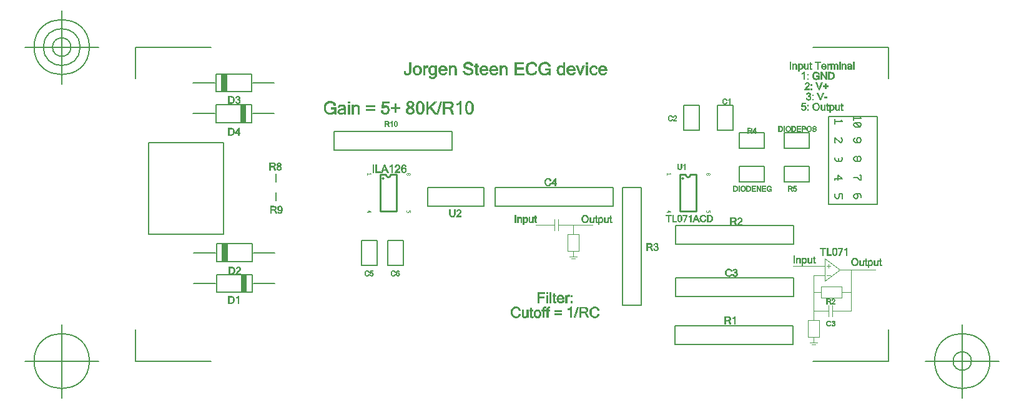
<source format=gbr>
G04 Generated by Ultiboard 14.0 *
%FSLAX34Y34*%
%MOMM*%

%ADD10C,0.0001*%
%ADD11C,0.2032*%
%ADD12C,0.1556*%
%ADD13C,0.0010*%
%ADD14C,0.2000*%
%ADD15C,0.1000*%
%ADD16C,0.0423*%
%ADD17C,0.2540*%
%ADD18C,0.1270*%
%ADD19C,0.0013*%


G04 ColorRGB FFFF00 for the following layer *
%LNSilkscreen Top*%
%LPD*%
G54D10*
G54D11*
X1003300Y812800D02*
X1003300Y932180D01*
X937300Y812800D02*
X1003300Y812800D01*
X937260Y932180D02*
X937260Y812800D01*
X1003360Y932180D02*
X937260Y932180D01*
X15240Y896620D02*
X15240Y772160D01*
X116840Y772160D01*
X116840Y896620D01*
X15240Y896620D01*
X728980Y647700D02*
X728980Y622300D01*
X889000Y622300D02*
X889000Y647700D01*
X728980Y647700D01*
X728980Y622300D02*
X889000Y622300D01*
X730250Y712470D02*
X730250Y687070D01*
X890270Y687070D02*
X890270Y712470D01*
X730250Y712470D01*
X730250Y687070D02*
X890270Y687070D01*
X730250Y783590D02*
X730250Y758190D01*
X890270Y758190D02*
X890270Y783590D01*
X730250Y783590D01*
X730250Y758190D02*
X890270Y758190D01*
X485140Y835660D02*
X485140Y810260D01*
X645160Y810260D02*
X645160Y835660D01*
X485140Y835660D01*
X485140Y810260D02*
X645160Y810260D01*
X683260Y835660D02*
X657860Y835660D01*
X657860Y675640D02*
X683260Y675640D01*
X683260Y835660D01*
X657860Y835660D02*
X657860Y675640D01*
X850053Y888577D02*
X816187Y888577D01*
X816187Y909743D02*
X850053Y909743D01*
X850053Y888577D01*
X816187Y888577D02*
X816187Y909743D01*
X877147Y864023D02*
X911013Y864023D01*
X911013Y842857D02*
X877147Y842857D01*
X877147Y864023D01*
X911013Y864023D02*
X911013Y842857D01*
X266700Y911860D02*
X266700Y886460D01*
X426720Y886460D02*
X426720Y911860D01*
X266700Y911860D01*
X266700Y886460D02*
X426720Y886460D01*
X325543Y763693D02*
X325543Y729827D01*
X304377Y729827D02*
X304377Y763693D01*
X325543Y763693D01*
X325543Y729827D02*
X304377Y729827D01*
X361103Y763693D02*
X361103Y729827D01*
X339937Y729827D02*
X339937Y763693D01*
X361103Y763693D01*
X361103Y729827D02*
X339937Y729827D01*
X393700Y810260D02*
X469900Y810260D01*
X469900Y835660D01*
X393700Y835660D01*
X393700Y810260D01*
X786977Y913315D02*
X786977Y947182D01*
X808143Y947182D02*
X808143Y913315D01*
X786977Y913315D01*
X786977Y947182D02*
X808143Y947182D01*
X740618Y913315D02*
X740618Y947182D01*
X761785Y947182D02*
X761785Y913315D01*
X740618Y913315D01*
X740618Y947182D02*
X761785Y947182D01*
X911013Y888577D02*
X877147Y888577D01*
X877147Y909743D02*
X911013Y909743D01*
X911013Y888577D01*
X877147Y888577D02*
X877147Y909743D01*
X816187Y864023D02*
X850053Y864023D01*
X850053Y842857D02*
X816187Y842857D01*
X816187Y864023D01*
X850053Y864023D02*
X850053Y842857D01*
G54D12*
X953960Y902644D02*
X955960Y900653D01*
X955960Y898662D01*
X953960Y896671D01*
X952960Y896671D01*
X945960Y902644D01*
X945960Y896671D01*
X946960Y896671D01*
X954960Y876249D02*
X955960Y875253D01*
X955960Y873262D01*
X953960Y871271D01*
X951960Y871271D01*
X950960Y872267D01*
X949960Y871271D01*
X947960Y871271D01*
X945960Y873262D01*
X945960Y875253D01*
X946960Y876249D01*
X950960Y875253D02*
X950960Y872267D01*
X949960Y845871D02*
X949960Y851844D01*
X955960Y846867D01*
X945960Y846867D01*
X945960Y847862D02*
X945960Y845871D01*
X955960Y820471D02*
X955960Y826444D01*
X951960Y826444D01*
X951960Y822462D01*
X949960Y820471D01*
X947960Y820471D01*
X945960Y822462D01*
X945960Y826444D01*
X979360Y931529D02*
X981360Y929538D01*
X971360Y929538D01*
X971360Y932524D02*
X971360Y926551D01*
X979360Y923564D02*
X981360Y921573D01*
X981360Y919582D01*
X979360Y917591D01*
X973360Y917591D01*
X971360Y919582D01*
X971360Y921573D01*
X973360Y923564D01*
X979360Y923564D01*
X979360Y917591D02*
X973360Y923564D01*
X973360Y902644D02*
X971360Y900653D01*
X971360Y898662D01*
X973360Y896671D01*
X977360Y896671D01*
X979360Y896671D01*
X981360Y898662D01*
X981360Y900653D01*
X979360Y902644D01*
X977360Y902644D01*
X975360Y900653D01*
X975360Y898662D01*
X977360Y896671D01*
X971360Y873262D02*
X971360Y875253D01*
X973360Y877244D01*
X975360Y877244D01*
X976360Y876249D01*
X977360Y877244D01*
X979360Y877244D01*
X981360Y875253D01*
X981360Y873262D01*
X979360Y871271D01*
X977360Y871271D01*
X976360Y872267D01*
X975360Y871271D01*
X973360Y871271D01*
X971360Y873262D01*
X976360Y876249D02*
X976360Y872267D01*
X971360Y848858D02*
X976360Y848858D01*
X979360Y845871D01*
X981360Y845871D01*
X981360Y851844D01*
X979360Y851844D01*
X981360Y821467D02*
X981360Y824453D01*
X979360Y826444D01*
X975360Y826444D01*
X973360Y826444D01*
X971360Y824453D01*
X971360Y822462D01*
X973360Y820471D01*
X975360Y820471D01*
X977360Y822462D01*
X977360Y824453D01*
X975360Y826444D01*
X953960Y927049D02*
X955960Y925058D01*
X945960Y925058D01*
X945960Y928044D02*
X945960Y922071D01*
G54D13*
G36*
X186822Y867209D02*
X186822Y867209D01*
X186787Y865392D01*
X186938Y866346D01*
X186822Y867209D01*
D02*
G37*
X186787Y865392D01*
X186938Y866346D01*
X186822Y867209D01*
G36*
X186787Y865392D02*
X186787Y865392D01*
X186822Y867209D01*
X186473Y867980D01*
X186787Y865392D01*
D02*
G37*
X186822Y867209D01*
X186473Y867980D01*
X186787Y865392D01*
G36*
X186473Y867980D02*
X186473Y867980D01*
X186336Y864610D01*
X186787Y865392D01*
X186473Y867980D01*
D02*
G37*
X186336Y864610D01*
X186787Y865392D01*
X186473Y867980D01*
G36*
X186336Y864610D02*
X186336Y864610D01*
X186473Y867980D01*
X185940Y868580D01*
X186336Y864610D01*
D02*
G37*
X186473Y867980D01*
X185940Y868580D01*
X186336Y864610D01*
G36*
X185940Y868580D02*
X185940Y868580D01*
X185624Y864034D01*
X186336Y864610D01*
X185940Y868580D01*
D02*
G37*
X185624Y864034D01*
X186336Y864610D01*
X185940Y868580D01*
G36*
X185624Y864034D02*
X185624Y864034D01*
X185940Y868580D01*
X185571Y866346D01*
X185624Y864034D01*
D02*
G37*
X185940Y868580D01*
X185571Y866346D01*
X185624Y864034D01*
G36*
X185571Y866346D02*
X185571Y866346D01*
X185431Y865531D01*
X185624Y864034D01*
X185571Y866346D01*
D02*
G37*
X185431Y865531D01*
X185624Y864034D01*
X185571Y866346D01*
G36*
X185436Y867094D02*
X185436Y867094D01*
X185571Y866346D01*
X185940Y868580D01*
X185436Y867094D01*
D02*
G37*
X185571Y866346D01*
X185940Y868580D01*
X185436Y867094D01*
G36*
X185436Y867094D01*
X185940Y868580D01*
X185270Y868930D01*
X185436Y867094D01*
D02*
G37*
X185940Y868580D01*
X185270Y868930D01*
X185436Y867094D01*
G36*
X185436Y867094D01*
X185270Y868930D01*
X184426Y869099D01*
X185436Y867094D01*
D02*
G37*
X185270Y868930D01*
X184426Y869099D01*
X185436Y867094D01*
G36*
X185436Y867094D01*
X184426Y869099D01*
X184363Y867948D01*
X185436Y867094D01*
D02*
G37*
X184426Y869099D01*
X184363Y867948D01*
X185436Y867094D01*
G36*
X180259Y859134D02*
X180259Y859134D01*
X178933Y869156D01*
X178933Y859134D01*
X180259Y859134D01*
D02*
G37*
X178933Y869156D01*
X178933Y859134D01*
X180259Y859134D01*
G36*
X178933Y869156D02*
X178933Y869156D01*
X180259Y859134D01*
X180259Y868055D01*
X178933Y869156D01*
D02*
G37*
X180259Y859134D01*
X180259Y868055D01*
X178933Y869156D01*
G36*
X180259Y868055D02*
X180259Y868055D01*
X183369Y869156D01*
X178933Y869156D01*
X180259Y868055D01*
D02*
G37*
X183369Y869156D01*
X178933Y869156D01*
X180259Y868055D01*
G36*
X183369Y869156D02*
X183369Y869156D01*
X180259Y868055D01*
X183424Y868055D01*
X183369Y869156D01*
D02*
G37*
X180259Y868055D01*
X183424Y868055D01*
X183369Y869156D01*
G36*
X183424Y868055D02*
X183424Y868055D01*
X184426Y869099D01*
X183369Y869156D01*
X183424Y868055D01*
D02*
G37*
X184426Y869099D01*
X183369Y869156D01*
X183424Y868055D01*
G36*
X184426Y869099D02*
X184426Y869099D01*
X183424Y868055D01*
X184363Y867948D01*
X184426Y869099D01*
D02*
G37*
X183424Y868055D01*
X184363Y867948D01*
X184426Y869099D01*
G36*
X180259Y863420D02*
X180259Y863420D01*
X180259Y868055D01*
X180259Y863420D01*
D02*
G37*
X180259Y868055D01*
X180259Y863420D01*
G36*
X180259Y864610D02*
X180259Y864610D01*
X180259Y863420D01*
X182713Y863420D01*
X180259Y864610D01*
D02*
G37*
X180259Y863420D01*
X182713Y863420D01*
X180259Y864610D01*
G36*
X182713Y863420D02*
X182713Y863420D01*
X183219Y864610D01*
X180259Y864610D01*
X182713Y863420D01*
D02*
G37*
X183219Y864610D01*
X180259Y864610D01*
X182713Y863420D01*
G36*
X183219Y864610D02*
X183219Y864610D01*
X182713Y863420D01*
X183434Y863307D01*
X183219Y864610D01*
D02*
G37*
X182713Y863420D01*
X183434Y863307D01*
X183219Y864610D01*
G36*
X183434Y863307D02*
X183434Y863307D01*
X184286Y864707D01*
X183219Y864610D01*
X183434Y863307D01*
D02*
G37*
X184286Y864707D01*
X183219Y864610D01*
X183434Y863307D01*
G36*
X184286Y864707D02*
X184286Y864707D01*
X183434Y863307D01*
X184067Y862969D01*
X184286Y864707D01*
D02*
G37*
X183434Y863307D01*
X184067Y862969D01*
X184286Y864707D01*
G36*
X184067Y862969D02*
X184067Y862969D01*
X184571Y862453D01*
X184286Y864707D01*
X184067Y862969D01*
D02*
G37*
X184571Y862453D01*
X184286Y864707D01*
X184067Y862969D01*
G36*
X185013Y864999D02*
X185013Y864999D01*
X184286Y864707D01*
X184689Y863700D01*
X185013Y864999D01*
D02*
G37*
X184286Y864707D01*
X184689Y863700D01*
X185013Y864999D01*
G36*
X185013Y864999D01*
X184689Y863700D01*
X185624Y864034D01*
X185013Y864999D01*
D02*
G37*
X184689Y863700D01*
X185624Y864034D01*
X185013Y864999D01*
G36*
X185013Y864999D01*
X185624Y864034D01*
X185431Y865531D01*
X185013Y864999D01*
D02*
G37*
X185624Y864034D01*
X185431Y865531D01*
X185013Y864999D01*
G36*
X184571Y862453D02*
X184571Y862453D01*
X184689Y863673D01*
X184689Y863700D01*
X184571Y862453D01*
D02*
G37*
X184689Y863673D01*
X184689Y863700D01*
X184571Y862453D01*
G36*
X184689Y863673D02*
X184689Y863673D01*
X184571Y862453D01*
X184907Y861807D01*
X184689Y863673D01*
D02*
G37*
X184571Y862453D01*
X184907Y861807D01*
X184689Y863673D01*
G36*
X184907Y861807D02*
X184907Y861807D01*
X185180Y863434D01*
X184689Y863673D01*
X184907Y861807D01*
D02*
G37*
X185180Y863434D01*
X184689Y863673D01*
X184907Y861807D01*
G36*
X185180Y863434D02*
X185180Y863434D01*
X184907Y861807D01*
X185851Y859134D01*
X185180Y863434D01*
D02*
G37*
X184907Y861807D01*
X185851Y859134D01*
X185180Y863434D01*
G36*
X185851Y859134D02*
X185851Y859134D01*
X185977Y862529D01*
X185180Y863434D01*
X185851Y859134D01*
D02*
G37*
X185977Y862529D01*
X185180Y863434D01*
X185851Y859134D01*
G36*
X185977Y862529D02*
X185977Y862529D01*
X185851Y859134D01*
X187286Y859134D01*
X185977Y862529D01*
D02*
G37*
X185851Y859134D01*
X187286Y859134D01*
X185977Y862529D01*
G36*
X187286Y859134D02*
X187286Y859134D01*
X186281Y861862D01*
X185977Y862529D01*
X187286Y859134D01*
D02*
G37*
X186281Y861862D01*
X185977Y862529D01*
X187286Y859134D01*
G36*
X184286Y864707D02*
X184286Y864707D01*
X184571Y862453D01*
X184689Y863700D01*
X184286Y864707D01*
D02*
G37*
X184571Y862453D01*
X184689Y863700D01*
X184286Y864707D01*
G36*
X180259Y868055D02*
X180259Y868055D01*
X180259Y859134D01*
X180259Y863420D01*
X180259Y868055D01*
D02*
G37*
X180259Y859134D01*
X180259Y863420D01*
X180259Y868055D01*
G36*
X194524Y867834D02*
X194524Y867834D01*
X194618Y866141D01*
X194724Y866845D01*
X194524Y867834D01*
D02*
G37*
X194618Y866141D01*
X194724Y866845D01*
X194524Y867834D01*
G36*
X194618Y866141D02*
X194618Y866141D01*
X194524Y867834D01*
X193924Y868629D01*
X194618Y866141D01*
D02*
G37*
X194524Y867834D01*
X193924Y868629D01*
X194618Y866141D01*
G36*
X193924Y868629D02*
X193924Y868629D01*
X193774Y864917D01*
X194618Y866141D01*
X193924Y868629D01*
D02*
G37*
X193774Y864917D01*
X194618Y866141D01*
X193924Y868629D01*
G36*
X193774Y864917D02*
X193774Y864917D01*
X193924Y868629D01*
X193398Y866845D01*
X193774Y864917D01*
D02*
G37*
X193924Y868629D01*
X193398Y866845D01*
X193774Y864917D01*
G36*
X193398Y866845D02*
X193398Y866845D01*
X193299Y866274D01*
X193774Y864917D01*
X193398Y866845D01*
D02*
G37*
X193299Y866274D01*
X193774Y864917D01*
X193398Y866845D01*
G36*
X192977Y867925D02*
X192977Y867925D01*
X192996Y869152D01*
X192476Y868217D01*
X192977Y867925D01*
D02*
G37*
X192996Y869152D01*
X192476Y868217D01*
X192977Y867925D01*
G36*
X192996Y869152D02*
X192996Y869152D01*
X192977Y867925D01*
X193293Y867460D01*
X192996Y869152D01*
D02*
G37*
X192977Y867925D01*
X193293Y867460D01*
X192996Y869152D01*
G36*
X193293Y867460D02*
X193293Y867460D01*
X193924Y868629D01*
X192996Y869152D01*
X193293Y867460D01*
D02*
G37*
X193924Y868629D01*
X192996Y869152D01*
X193293Y867460D01*
G36*
X193924Y868629D02*
X193924Y868629D01*
X193293Y867460D01*
X193398Y866845D01*
X193924Y868629D01*
D02*
G37*
X193293Y867460D01*
X193398Y866845D01*
X193924Y868629D01*
G36*
X191812Y869326D02*
X191812Y869326D01*
X190632Y869152D01*
X190653Y867925D01*
X191812Y869326D01*
D02*
G37*
X190632Y869152D01*
X190653Y867925D01*
X191812Y869326D01*
G36*
X191812Y869326D01*
X190653Y867925D01*
X191153Y868217D01*
X191812Y869326D01*
D02*
G37*
X190653Y867925D01*
X191153Y868217D01*
X191812Y869326D01*
G36*
X191812Y869326D01*
X191153Y868217D01*
X191812Y868315D01*
X191812Y869326D01*
D02*
G37*
X191153Y868217D01*
X191812Y868315D01*
X191812Y869326D01*
G36*
X191812Y869326D01*
X191812Y868315D01*
X192476Y868217D01*
X191812Y869326D01*
D02*
G37*
X191812Y868315D01*
X192476Y868217D01*
X191812Y869326D01*
G36*
X191812Y869326D01*
X192476Y868217D01*
X192996Y869152D01*
X191812Y869326D01*
D02*
G37*
X192476Y868217D01*
X192996Y869152D01*
X191812Y869326D01*
G36*
X190331Y866274D02*
X190331Y866274D01*
X190595Y864398D01*
X191121Y865317D01*
X190331Y866274D01*
D02*
G37*
X190595Y864398D01*
X191121Y865317D01*
X190331Y866274D01*
G36*
X190595Y864398D02*
X190595Y864398D01*
X190331Y866274D01*
X190233Y866845D01*
X190595Y864398D01*
D02*
G37*
X190331Y866274D01*
X190233Y866845D01*
X190595Y864398D01*
G36*
X190233Y866845D02*
X190233Y866845D01*
X189853Y864917D01*
X190595Y864398D01*
X190233Y866845D01*
D02*
G37*
X189853Y864917D01*
X190595Y864398D01*
X190233Y866845D01*
G36*
X189853Y864917D02*
X189853Y864917D01*
X190233Y866845D01*
X190338Y867460D01*
X189853Y864917D01*
D02*
G37*
X190233Y866845D01*
X190338Y867460D01*
X189853Y864917D01*
G36*
X190338Y867460D02*
X190338Y867460D01*
X190632Y869152D01*
X189853Y864917D01*
X190338Y867460D01*
D02*
G37*
X190632Y869152D01*
X189853Y864917D01*
X190338Y867460D01*
G36*
X190632Y869152D02*
X190632Y869152D01*
X190338Y867460D01*
X190653Y867925D01*
X190632Y869152D01*
D02*
G37*
X190338Y867460D01*
X190653Y867925D01*
X190632Y869152D01*
G36*
X189006Y866141D02*
X189006Y866141D01*
X189100Y867834D01*
X188900Y866845D01*
X189006Y866141D01*
D02*
G37*
X189100Y867834D01*
X188900Y866845D01*
X189006Y866141D01*
G36*
X189100Y867834D02*
X189100Y867834D01*
X189006Y866141D01*
X189853Y864917D01*
X189100Y867834D01*
D02*
G37*
X189006Y866141D01*
X189853Y864917D01*
X189100Y867834D01*
G36*
X189853Y864917D02*
X189853Y864917D01*
X189703Y868629D01*
X189100Y867834D01*
X189853Y864917D01*
D02*
G37*
X189703Y868629D01*
X189100Y867834D01*
X189853Y864917D01*
G36*
X189703Y868629D02*
X189703Y868629D01*
X189853Y864917D01*
X190632Y869152D01*
X189703Y868629D01*
D02*
G37*
X189853Y864917D01*
X190632Y869152D01*
X189703Y868629D01*
G36*
X193035Y864398D02*
X193035Y864398D01*
X193774Y864917D01*
X193299Y866274D01*
X193035Y864398D01*
D02*
G37*
X193774Y864917D01*
X193299Y866274D01*
X193035Y864398D01*
G36*
X193035Y864398D01*
X193299Y866274D01*
X192704Y863377D01*
X193035Y864398D01*
D02*
G37*
X193299Y866274D01*
X192704Y863377D01*
X193035Y864398D01*
G36*
X193035Y864398D01*
X192704Y863377D01*
X193316Y862911D01*
X193035Y864398D01*
D02*
G37*
X192704Y863377D01*
X193316Y862911D01*
X193035Y864398D01*
G36*
X193035Y864398D01*
X193316Y862911D01*
X193948Y863874D01*
X193035Y864398D01*
D02*
G37*
X193316Y862911D01*
X193948Y863874D01*
X193035Y864398D01*
G36*
X190315Y862911D02*
X190315Y862911D01*
X190595Y864398D01*
X189961Y862397D01*
X190315Y862911D01*
D02*
G37*
X190595Y864398D01*
X189961Y862397D01*
X190315Y862911D01*
G36*
X190595Y864398D02*
X190595Y864398D01*
X190315Y862911D01*
X190925Y863377D01*
X190595Y864398D01*
D02*
G37*
X190315Y862911D01*
X190925Y863377D01*
X190595Y864398D01*
G36*
X190925Y863377D02*
X190925Y863377D01*
X191121Y865317D01*
X190595Y864398D01*
X190925Y863377D01*
D02*
G37*
X191121Y865317D01*
X190595Y864398D01*
X190925Y863377D01*
G36*
X191121Y865317D02*
X191121Y865317D01*
X190925Y863377D01*
X191812Y863837D01*
X191121Y865317D01*
D02*
G37*
X190925Y863377D01*
X191812Y863837D01*
X191121Y865317D01*
G36*
X191812Y863837D02*
X191812Y863837D01*
X191812Y864931D01*
X191121Y865317D01*
X191812Y863837D01*
D02*
G37*
X191812Y864931D01*
X191121Y865317D01*
X191812Y863837D01*
G36*
X191812Y864931D02*
X191812Y864931D01*
X191812Y863837D01*
X192704Y863377D01*
X191812Y864931D01*
D02*
G37*
X191812Y863837D01*
X192704Y863377D01*
X191812Y864931D01*
G36*
X192704Y863377D02*
X192704Y863377D01*
X192506Y865317D01*
X191812Y864931D01*
X192704Y863377D01*
D02*
G37*
X192506Y865317D01*
X191812Y864931D01*
X192704Y863377D01*
G36*
X192506Y865317D02*
X192506Y865317D01*
X192704Y863377D01*
X193299Y866274D01*
X192506Y865317D01*
D02*
G37*
X192704Y863377D01*
X193299Y866274D01*
X192506Y865317D01*
G36*
X193787Y861793D02*
X193787Y861793D01*
X193948Y863874D01*
X193669Y862397D01*
X193787Y861793D01*
D02*
G37*
X193948Y863874D01*
X193669Y862397D01*
X193787Y861793D01*
G36*
X193948Y863874D02*
X193948Y863874D01*
X193787Y861793D01*
X194208Y859746D01*
X193948Y863874D01*
D02*
G37*
X193787Y861793D01*
X194208Y859746D01*
X193948Y863874D01*
G36*
X194208Y859746D02*
X194208Y859746D01*
X194990Y862571D01*
X193948Y863874D01*
X194208Y859746D01*
D02*
G37*
X194990Y862571D01*
X193948Y863874D01*
X194208Y859746D01*
G36*
X194990Y862571D02*
X194990Y862571D01*
X194208Y859746D01*
X194607Y860167D01*
X194990Y862571D01*
D02*
G37*
X194208Y859746D01*
X194607Y860167D01*
X194990Y862571D01*
G36*
X194607Y860167D02*
X194607Y860167D01*
X195063Y861191D01*
X194990Y862571D01*
X194607Y860167D01*
D02*
G37*
X195063Y861191D01*
X194990Y862571D01*
X194607Y860167D01*
G36*
X193651Y861036D02*
X193651Y861036D01*
X194208Y859746D01*
X193787Y861793D01*
X193651Y861036D01*
D02*
G37*
X194208Y859746D01*
X193787Y861793D01*
X193651Y861036D01*
G36*
X194208Y859746D02*
X194208Y859746D01*
X193651Y861036D01*
X193244Y860460D01*
X194208Y859746D01*
D02*
G37*
X193651Y861036D01*
X193244Y860460D01*
X194208Y859746D01*
G36*
X193244Y860460D02*
X193244Y860460D01*
X193152Y859159D01*
X194208Y859746D01*
X193244Y860460D01*
D02*
G37*
X193152Y859159D01*
X194208Y859746D01*
X193244Y860460D01*
G36*
X193152Y859159D02*
X193152Y859159D01*
X193244Y860460D01*
X192614Y860096D01*
X193152Y859159D01*
D02*
G37*
X193244Y860460D01*
X192614Y860096D01*
X193152Y859159D01*
G36*
X192614Y860096D02*
X192614Y860096D01*
X191812Y859975D01*
X193152Y859159D01*
X192614Y860096D01*
D02*
G37*
X191812Y859975D01*
X193152Y859159D01*
X192614Y860096D01*
G36*
X191812Y859975D02*
X191812Y859975D01*
X191812Y858963D01*
X193152Y859159D01*
X191812Y859975D01*
D02*
G37*
X191812Y858963D01*
X193152Y859159D01*
X191812Y859975D01*
G36*
X191812Y858963D02*
X191812Y858963D01*
X191812Y859975D01*
X191010Y860096D01*
X191812Y858963D01*
D02*
G37*
X191812Y859975D01*
X191010Y860096D01*
X191812Y858963D01*
G36*
X191010Y860096D02*
X191010Y860096D01*
X190476Y859159D01*
X191812Y858963D01*
X191010Y860096D01*
D02*
G37*
X190476Y859159D01*
X191812Y858963D01*
X191010Y860096D01*
G36*
X190476Y859159D02*
X190476Y859159D01*
X191010Y860096D01*
X190383Y860460D01*
X190476Y859159D01*
D02*
G37*
X191010Y860096D01*
X190383Y860460D01*
X190476Y859159D01*
G36*
X190383Y860460D02*
X190383Y860460D01*
X189978Y861036D01*
X190476Y859159D01*
X190383Y860460D01*
D02*
G37*
X189978Y861036D01*
X190476Y859159D01*
X190383Y860460D01*
G36*
X189978Y861036D02*
X189978Y861036D01*
X189423Y859746D01*
X190476Y859159D01*
X189978Y861036D01*
D02*
G37*
X189423Y859746D01*
X190476Y859159D01*
X189978Y861036D01*
G36*
X189423Y859746D02*
X189423Y859746D01*
X189978Y861036D01*
X189843Y861793D01*
X189423Y859746D01*
D02*
G37*
X189978Y861036D01*
X189843Y861793D01*
X189423Y859746D01*
G36*
X189843Y861793D02*
X189843Y861793D01*
X189683Y863874D01*
X189423Y859746D01*
X189843Y861793D01*
D02*
G37*
X189683Y863874D01*
X189423Y859746D01*
X189843Y861793D01*
G36*
X189683Y863874D02*
X189683Y863874D01*
X189843Y861793D01*
X189961Y862397D01*
X189683Y863874D01*
D02*
G37*
X189843Y861793D01*
X189961Y862397D01*
X189683Y863874D01*
G36*
X189961Y862397D02*
X189961Y862397D01*
X190595Y864398D01*
X189683Y863874D01*
X189961Y862397D01*
D02*
G37*
X190595Y864398D01*
X189683Y863874D01*
X189961Y862397D01*
G36*
X188567Y861191D02*
X188567Y861191D01*
X188640Y862571D01*
X188510Y861793D01*
X188567Y861191D01*
D02*
G37*
X188640Y862571D01*
X188510Y861793D01*
X188567Y861191D01*
G36*
X188640Y862571D02*
X188640Y862571D01*
X188567Y861191D01*
X189023Y860167D01*
X188640Y862571D01*
D02*
G37*
X188567Y861191D01*
X189023Y860167D01*
X188640Y862571D01*
G36*
X189023Y860167D02*
X189023Y860167D01*
X189683Y863874D01*
X188640Y862571D01*
X189023Y860167D01*
D02*
G37*
X189683Y863874D01*
X188640Y862571D01*
X189023Y860167D01*
G36*
X189683Y863874D02*
X189683Y863874D01*
X189023Y860167D01*
X189423Y859746D01*
X189683Y863874D01*
D02*
G37*
X189023Y860167D01*
X189423Y859746D01*
X189683Y863874D01*
G36*
X194990Y862571D02*
X194990Y862571D01*
X195063Y861191D01*
X195120Y861793D01*
X194990Y862571D01*
D02*
G37*
X195063Y861191D01*
X195120Y861793D01*
X194990Y862571D01*
G36*
X193948Y863874D02*
X193948Y863874D01*
X193316Y862911D01*
X193669Y862397D01*
X193948Y863874D01*
D02*
G37*
X193316Y862911D01*
X193669Y862397D01*
X193948Y863874D01*
G36*
X544454Y691429D02*
X544454Y691429D01*
X552218Y691429D01*
X552218Y693128D01*
X544454Y691429D01*
D02*
G37*
X552218Y691429D01*
X552218Y693128D01*
X544454Y691429D01*
G36*
X544454Y691429D01*
X552218Y693128D01*
X542560Y693128D01*
X544454Y691429D01*
D02*
G37*
X552218Y693128D01*
X542560Y693128D01*
X544454Y691429D01*
G36*
X544454Y691429D01*
X542560Y693128D01*
X544454Y678812D01*
X544454Y691429D01*
D02*
G37*
X542560Y693128D01*
X544454Y678812D01*
X544454Y691429D01*
G36*
X544454Y691429D01*
X544454Y678812D01*
X544454Y685296D01*
X544454Y691429D01*
D02*
G37*
X544454Y678812D01*
X544454Y685296D01*
X544454Y691429D01*
G36*
X544454Y691429D01*
X544454Y685296D01*
X544454Y686995D01*
X544454Y691429D01*
D02*
G37*
X544454Y685296D01*
X544454Y686995D01*
X544454Y691429D01*
G36*
X544454Y686995D02*
X544454Y686995D01*
X544454Y685296D01*
X551183Y685296D01*
X544454Y686995D01*
D02*
G37*
X544454Y685296D01*
X551183Y685296D01*
X544454Y686995D01*
G36*
X544454Y686995D01*
X551183Y685296D01*
X551183Y686995D01*
X544454Y686995D01*
D02*
G37*
X551183Y685296D01*
X551183Y686995D01*
X544454Y686995D01*
G36*
X544454Y678812D02*
X544454Y678812D01*
X542560Y693128D01*
X542560Y678812D01*
X544454Y678812D01*
D02*
G37*
X542560Y693128D01*
X542560Y678812D01*
X544454Y678812D01*
G36*
X554532Y689173D02*
X554532Y689173D01*
X554532Y678812D01*
X556378Y678812D01*
X554532Y689173D01*
D02*
G37*
X554532Y678812D01*
X556378Y678812D01*
X554532Y689173D01*
G36*
X554532Y689173D01*
X556378Y678812D01*
X556378Y689173D01*
X554532Y689173D01*
D02*
G37*
X556378Y678812D01*
X556378Y689173D01*
X554532Y689173D01*
G36*
X554532Y693128D02*
X554532Y693128D01*
X554532Y691136D01*
X556378Y691136D01*
X554532Y693128D01*
D02*
G37*
X554532Y691136D01*
X556378Y691136D01*
X554532Y693128D01*
G36*
X554532Y693128D01*
X556378Y691136D01*
X556378Y693128D01*
X554532Y693128D01*
D02*
G37*
X556378Y691136D01*
X556378Y693128D01*
X554532Y693128D01*
G36*
X560939Y678812D02*
X560939Y678812D01*
X560939Y693128D01*
X559093Y693128D01*
X560939Y678812D01*
D02*
G37*
X560939Y693128D01*
X559093Y693128D01*
X560939Y678812D01*
G36*
X560939Y678812D01*
X559093Y693128D01*
X559093Y678812D01*
X560939Y678812D01*
D02*
G37*
X559093Y693128D01*
X559093Y678812D01*
X560939Y678812D01*
G36*
X563917Y691751D02*
X563917Y691751D01*
X563949Y680870D01*
X565753Y691751D01*
X563917Y691751D01*
D02*
G37*
X563949Y680870D01*
X565753Y691751D01*
X563917Y691751D01*
G36*
X563949Y680870D02*
X563949Y680870D01*
X563917Y691751D01*
X563917Y689173D01*
X563949Y680870D01*
D02*
G37*
X563917Y691751D01*
X563917Y689173D01*
X563949Y680870D01*
G36*
X563917Y689173D02*
X563917Y689173D01*
X563917Y687728D01*
X563949Y680870D01*
X563917Y689173D01*
D02*
G37*
X563917Y687728D01*
X563949Y680870D01*
X563917Y689173D01*
G36*
X563917Y687728D02*
X563917Y687728D01*
X563917Y689173D01*
X562638Y689173D01*
X563917Y687728D01*
D02*
G37*
X563917Y689173D01*
X562638Y689173D01*
X563917Y687728D01*
G36*
X562638Y689173D02*
X562638Y689173D01*
X562638Y687728D01*
X563917Y687728D01*
X562638Y689173D01*
D02*
G37*
X562638Y687728D01*
X563917Y687728D01*
X562638Y689173D01*
G36*
X566022Y680398D02*
X566022Y680398D01*
X566358Y678675D01*
X566340Y680182D01*
X566022Y680398D01*
D02*
G37*
X566358Y678675D01*
X566340Y680182D01*
X566022Y680398D01*
G36*
X566358Y678675D02*
X566358Y678675D01*
X566022Y680398D01*
X565820Y680881D01*
X566358Y678675D01*
D02*
G37*
X566022Y680398D01*
X565820Y680881D01*
X566358Y678675D01*
G36*
X565820Y680881D02*
X565820Y680881D01*
X565377Y678776D01*
X566358Y678675D01*
X565820Y680881D01*
D02*
G37*
X565377Y678776D01*
X566358Y678675D01*
X565820Y680881D01*
G36*
X565377Y678776D02*
X565377Y678776D01*
X565820Y680881D01*
X565753Y681751D01*
X565377Y678776D01*
D02*
G37*
X565820Y680881D01*
X565753Y681751D01*
X565377Y678776D01*
G36*
X565753Y681751D02*
X565753Y681751D01*
X565753Y691751D01*
X565377Y678776D01*
X565753Y681751D01*
D02*
G37*
X565753Y691751D01*
X565377Y678776D01*
X565753Y681751D01*
G36*
X565753Y691751D02*
X565753Y691751D01*
X565753Y681751D01*
X565753Y687728D01*
X565753Y691751D01*
D02*
G37*
X565753Y681751D01*
X565753Y687728D01*
X565753Y691751D01*
G36*
X565753Y687728D02*
X565753Y687728D01*
X565753Y691751D01*
X565753Y687728D01*
D02*
G37*
X565753Y691751D01*
X565753Y687728D01*
G36*
X565753Y689173D02*
X565753Y689173D01*
X565753Y687728D01*
X567433Y687728D01*
X565753Y689173D01*
D02*
G37*
X565753Y687728D01*
X567433Y687728D01*
X565753Y689173D01*
G36*
X567433Y687728D02*
X567433Y687728D01*
X567433Y689173D01*
X565753Y689173D01*
X567433Y687728D01*
D02*
G37*
X567433Y689173D01*
X565753Y689173D01*
X567433Y687728D01*
G36*
X565753Y691751D02*
X565753Y691751D01*
X563949Y680870D01*
X564044Y680120D01*
X565753Y691751D01*
D02*
G37*
X563949Y680870D01*
X564044Y680120D01*
X565753Y691751D01*
G36*
X565753Y691751D01*
X564044Y680120D01*
X564271Y679543D01*
X565753Y691751D01*
D02*
G37*
X564044Y680120D01*
X564271Y679543D01*
X565753Y691751D01*
G36*
X565753Y691751D01*
X564271Y679543D01*
X564698Y679080D01*
X565753Y691751D01*
D02*
G37*
X564271Y679543D01*
X564698Y679080D01*
X565753Y691751D01*
G36*
X565753Y691751D01*
X564698Y679080D01*
X565377Y678776D01*
X565753Y691751D01*
D02*
G37*
X564698Y679080D01*
X565377Y678776D01*
X565753Y691751D01*
G36*
X566358Y678675D02*
X566358Y678675D01*
X566759Y680110D01*
X566340Y680182D01*
X566358Y678675D01*
D02*
G37*
X566759Y680110D01*
X566340Y680182D01*
X566358Y678675D01*
G36*
X566759Y680110D02*
X566759Y680110D01*
X566358Y678675D01*
X567044Y678704D01*
X566759Y680110D01*
D02*
G37*
X566358Y678675D01*
X567044Y678704D01*
X566759Y680110D01*
G36*
X567044Y678704D02*
X567044Y678704D01*
X567228Y680130D01*
X566759Y680110D01*
X567044Y678704D01*
D02*
G37*
X567228Y680130D01*
X566759Y680110D01*
X567044Y678704D01*
G36*
X567228Y680130D02*
X567228Y680130D01*
X567044Y678704D01*
X567677Y678792D01*
X567228Y680130D01*
D02*
G37*
X567044Y678704D01*
X567677Y678792D01*
X567228Y680130D01*
G36*
X567677Y678792D02*
X567677Y678792D01*
X567677Y680189D01*
X567228Y680130D01*
X567677Y678792D01*
D02*
G37*
X567677Y680189D01*
X567228Y680130D01*
X567677Y678792D01*
G36*
X563949Y680870D02*
X563949Y680870D01*
X563917Y687728D01*
X563917Y681849D01*
X563949Y680870D01*
D02*
G37*
X563917Y687728D01*
X563917Y681849D01*
X563949Y680870D01*
G36*
X577528Y687210D02*
X577528Y687210D01*
X578272Y683548D01*
X578190Y685208D01*
X577528Y687210D01*
D02*
G37*
X578272Y683548D01*
X578190Y685208D01*
X577528Y687210D01*
G36*
X578272Y683548D02*
X578272Y683548D01*
X577528Y687210D01*
X576949Y687991D01*
X578272Y683548D01*
D02*
G37*
X577528Y687210D01*
X576949Y687991D01*
X578272Y683548D01*
G36*
X576949Y687991D02*
X576949Y687991D01*
X576329Y684993D01*
X578272Y683548D01*
X576949Y687991D01*
D02*
G37*
X576329Y684993D01*
X578272Y683548D01*
X576949Y687991D01*
G36*
X576329Y684993D02*
X576329Y684993D01*
X576949Y687991D01*
X576232Y688611D01*
X576329Y684993D01*
D02*
G37*
X576949Y687991D01*
X576232Y688611D01*
X576329Y684993D01*
G36*
X576232Y688611D02*
X576232Y688611D01*
X575965Y686299D01*
X576329Y684993D01*
X576232Y688611D01*
D02*
G37*
X575965Y686299D01*
X576329Y684993D01*
X576232Y688611D01*
G36*
X575965Y686299D02*
X575965Y686299D01*
X576232Y688611D01*
X575323Y687230D01*
X575965Y686299D01*
D02*
G37*
X576232Y688611D01*
X575323Y687230D01*
X575965Y686299D01*
G36*
X573409Y687972D02*
X573409Y687972D01*
X573409Y689407D01*
X572384Y687787D01*
X573409Y687972D01*
D02*
G37*
X573409Y689407D01*
X572384Y687787D01*
X573409Y687972D01*
G36*
X573409Y689407D02*
X573409Y689407D01*
X573409Y687972D01*
X574454Y687786D01*
X573409Y689407D01*
D02*
G37*
X573409Y687972D01*
X574454Y687786D01*
X573409Y689407D01*
G36*
X574454Y687786D02*
X574454Y687786D01*
X574462Y689319D01*
X573409Y689407D01*
X574454Y687786D01*
D02*
G37*
X574462Y689319D01*
X573409Y689407D01*
X574454Y687786D01*
G36*
X574462Y689319D02*
X574462Y689319D01*
X574454Y687786D01*
X575323Y687230D01*
X574462Y689319D01*
D02*
G37*
X574454Y687786D01*
X575323Y687230D01*
X574462Y689319D01*
G36*
X575323Y687230D02*
X575323Y687230D01*
X576232Y688611D01*
X574462Y689319D01*
X575323Y687230D01*
D02*
G37*
X576232Y688611D01*
X574462Y689319D01*
X575323Y687230D01*
G36*
X572377Y689317D02*
X572377Y689317D01*
X570621Y688597D01*
X570868Y686305D01*
X572377Y689317D01*
D02*
G37*
X570621Y688597D01*
X570868Y686305D01*
X572377Y689317D01*
G36*
X572377Y689317D01*
X570868Y686305D01*
X571515Y687234D01*
X572377Y689317D01*
D02*
G37*
X570868Y686305D01*
X571515Y687234D01*
X572377Y689317D01*
G36*
X572377Y689317D01*
X571515Y687234D01*
X572384Y687787D01*
X572377Y689317D01*
D02*
G37*
X571515Y687234D01*
X572384Y687787D01*
X572377Y689317D01*
G36*
X572377Y689317D01*
X572384Y687787D01*
X573409Y689407D01*
X572377Y689317D01*
D02*
G37*
X572384Y687787D01*
X573409Y689407D01*
X572377Y689317D01*
G36*
X568642Y682779D02*
X568642Y682779D01*
X569311Y687178D01*
X568640Y685188D01*
X568642Y682779D01*
D02*
G37*
X569311Y687178D01*
X568640Y685188D01*
X568642Y682779D01*
G36*
X569311Y687178D02*
X569311Y687178D01*
X568642Y682779D01*
X569336Y680784D01*
X569311Y687178D01*
D02*
G37*
X568642Y682779D01*
X569336Y680784D01*
X569311Y687178D01*
G36*
X569336Y680784D02*
X569336Y680784D01*
X569898Y687967D01*
X569311Y687178D01*
X569336Y680784D01*
D02*
G37*
X569898Y687967D01*
X569311Y687178D01*
X569336Y680784D01*
G36*
X569898Y687967D02*
X569898Y687967D01*
X569336Y680784D01*
X569942Y679998D01*
X569898Y687967D01*
D02*
G37*
X569336Y680784D01*
X569942Y679998D01*
X569898Y687967D01*
G36*
X569942Y679998D02*
X569942Y679998D01*
X570621Y688597D01*
X569898Y687967D01*
X569942Y679998D01*
D02*
G37*
X570621Y688597D01*
X569898Y687967D01*
X569942Y679998D01*
G36*
X570621Y688597D02*
X570621Y688597D01*
X569942Y679998D01*
X570509Y684993D01*
X570621Y688597D01*
D02*
G37*
X569942Y679998D01*
X570509Y684993D01*
X570621Y688597D01*
G36*
X570509Y684993D02*
X570509Y684993D01*
X570868Y686305D01*
X570621Y688597D01*
X570509Y684993D01*
D02*
G37*
X570868Y686305D01*
X570621Y688597D01*
X570509Y684993D01*
G36*
X570470Y683548D02*
X570470Y683548D01*
X578272Y683548D01*
X570509Y684993D01*
X570470Y683548D01*
D02*
G37*
X578272Y683548D01*
X570509Y684993D01*
X570470Y683548D01*
G36*
X570470Y683548D01*
X570509Y684993D01*
X569942Y679998D01*
X570470Y683548D01*
D02*
G37*
X570509Y684993D01*
X569942Y679998D01*
X570470Y683548D01*
G36*
X570470Y683548D01*
X569942Y679998D01*
X570692Y679372D01*
X570470Y683548D01*
D02*
G37*
X569942Y679998D01*
X570692Y679372D01*
X570470Y683548D01*
G36*
X570470Y683548D01*
X570692Y679372D01*
X570576Y682707D01*
X570470Y683548D01*
D02*
G37*
X570692Y679372D01*
X570576Y682707D01*
X570470Y683548D01*
G36*
X578077Y681907D02*
X578077Y681907D01*
X576173Y681907D01*
X576627Y679437D01*
X578077Y681907D01*
D02*
G37*
X576173Y681907D01*
X576627Y679437D01*
X578077Y681907D01*
G36*
X578077Y681907D01*
X576627Y679437D01*
X577181Y679917D01*
X578077Y681907D01*
D02*
G37*
X576627Y679437D01*
X577181Y679917D01*
X578077Y681907D01*
G36*
X578077Y681907D01*
X577181Y679917D01*
X577906Y681152D01*
X578077Y681907D01*
D02*
G37*
X577181Y679917D01*
X577906Y681152D01*
X578077Y681907D01*
G36*
X575949Y681103D02*
X575949Y681103D01*
X576627Y679437D01*
X576173Y681907D01*
X575949Y681103D01*
D02*
G37*
X576627Y679437D01*
X576173Y681907D01*
X575949Y681103D01*
G36*
X576627Y679437D02*
X576627Y679437D01*
X575949Y681103D01*
X575357Y680506D01*
X576627Y679437D01*
D02*
G37*
X575949Y681103D01*
X575357Y680506D01*
X576627Y679437D01*
G36*
X575357Y680506D02*
X575357Y680506D01*
X575256Y678785D01*
X576627Y679437D01*
X575357Y680506D01*
D02*
G37*
X575256Y678785D01*
X576627Y679437D01*
X575357Y680506D01*
G36*
X575256Y678785D02*
X575256Y678785D01*
X575357Y680506D01*
X574533Y680136D01*
X575256Y678785D01*
D02*
G37*
X575357Y680506D01*
X574533Y680136D01*
X575256Y678785D01*
G36*
X574533Y680136D02*
X574533Y680136D01*
X573614Y680013D01*
X575256Y678785D01*
X574533Y680136D01*
D02*
G37*
X573614Y680013D01*
X575256Y678785D01*
X574533Y680136D01*
G36*
X573614Y680013D02*
X573614Y680013D01*
X572436Y680230D01*
X572528Y678657D01*
X573614Y680013D01*
D02*
G37*
X572436Y680230D01*
X572528Y678657D01*
X573614Y680013D01*
G36*
X573614Y680013D01*
X572528Y678657D01*
X573614Y678568D01*
X573614Y680013D01*
D02*
G37*
X572528Y678657D01*
X573614Y678568D01*
X573614Y680013D01*
G36*
X573614Y680013D01*
X573614Y678568D01*
X575256Y678785D01*
X573614Y680013D01*
D02*
G37*
X573614Y678568D01*
X575256Y678785D01*
X573614Y680013D01*
G36*
X570692Y679372D02*
X570692Y679372D01*
X571071Y681374D01*
X570576Y682707D01*
X570692Y679372D01*
D02*
G37*
X571071Y681374D01*
X570576Y682707D01*
X570692Y679372D01*
G36*
X571071Y681374D02*
X571071Y681374D01*
X570692Y679372D01*
X572528Y678657D01*
X571071Y681374D01*
D02*
G37*
X570692Y679372D01*
X572528Y678657D01*
X571071Y681374D01*
G36*
X572528Y678657D02*
X572528Y678657D01*
X571461Y680882D01*
X571071Y681374D01*
X572528Y678657D01*
D02*
G37*
X571461Y680882D01*
X571071Y681374D01*
X572528Y678657D01*
G36*
X571461Y680882D02*
X571461Y680882D01*
X572528Y678657D01*
X572436Y680230D01*
X571461Y680882D01*
D02*
G37*
X572528Y678657D01*
X572436Y680230D01*
X571461Y680882D01*
G36*
X570509Y684993D02*
X570509Y684993D01*
X578272Y683548D01*
X576329Y684993D01*
X570509Y684993D01*
D02*
G37*
X578272Y683548D01*
X576329Y684993D01*
X570509Y684993D01*
G36*
X578190Y685208D02*
X578190Y685208D01*
X578272Y683548D01*
X578272Y683987D01*
X578190Y685208D01*
D02*
G37*
X578272Y683548D01*
X578272Y683987D01*
X578190Y685208D01*
G36*
X568642Y682779D02*
X568642Y682779D01*
X568640Y685188D01*
X568556Y683987D01*
X568642Y682779D01*
D02*
G37*
X568640Y685188D01*
X568556Y683987D01*
X568642Y682779D01*
G36*
X582179Y678812D02*
X582179Y678812D01*
X582179Y689173D01*
X580333Y689173D01*
X582179Y678812D01*
D02*
G37*
X582179Y689173D01*
X580333Y689173D01*
X582179Y678812D01*
G36*
X582179Y689173D02*
X582179Y689173D01*
X582179Y678812D01*
X582179Y686136D01*
X582179Y689173D01*
D02*
G37*
X582179Y678812D01*
X582179Y686136D01*
X582179Y689173D01*
G36*
X582179Y686136D02*
X582179Y686136D01*
X582179Y689173D01*
X582179Y686136D01*
D02*
G37*
X582179Y689173D01*
X582179Y686136D01*
G36*
X582179Y687728D02*
X582179Y687728D01*
X582179Y686136D01*
X582707Y686781D01*
X582179Y687728D01*
D02*
G37*
X582179Y686136D01*
X582707Y686781D01*
X582179Y687728D01*
G36*
X582707Y686781D02*
X582707Y686781D01*
X582783Y688462D01*
X582179Y687728D01*
X582707Y686781D01*
D02*
G37*
X582783Y688462D01*
X582179Y687728D01*
X582707Y686781D01*
G36*
X582783Y688462D02*
X582783Y688462D01*
X582707Y686781D01*
X583913Y687518D01*
X582783Y688462D01*
D02*
G37*
X582707Y686781D01*
X583913Y687518D01*
X582783Y688462D01*
G36*
X583913Y687518D02*
X583913Y687518D01*
X584131Y689302D01*
X582783Y688462D01*
X583913Y687518D01*
D02*
G37*
X584131Y689302D01*
X582783Y688462D01*
X583913Y687518D01*
G36*
X584131Y689302D02*
X584131Y689302D01*
X583913Y687518D01*
X584591Y687610D01*
X584131Y689302D01*
D02*
G37*
X583913Y687518D01*
X584591Y687610D01*
X584131Y689302D01*
G36*
X584591Y687610D02*
X584591Y687610D01*
X584874Y689407D01*
X584131Y689302D01*
X584591Y687610D01*
D02*
G37*
X584874Y689407D01*
X584131Y689302D01*
X584591Y687610D01*
G36*
X584874Y689407D02*
X584874Y689407D01*
X584591Y687610D01*
X585238Y687581D01*
X584874Y689407D01*
D02*
G37*
X584591Y687610D01*
X585238Y687581D01*
X584874Y689407D01*
G36*
X585238Y687581D02*
X585238Y687581D01*
X585279Y689388D01*
X584874Y689407D01*
X585238Y687581D01*
D02*
G37*
X585279Y689388D01*
X584874Y689407D01*
X585238Y687581D01*
G36*
X585279Y689388D02*
X585279Y689388D01*
X585238Y687581D01*
X585714Y687493D01*
X585279Y689388D01*
D02*
G37*
X585238Y687581D01*
X585714Y687493D01*
X585279Y689388D01*
G36*
X585714Y687493D02*
X585714Y687493D01*
X585714Y689329D01*
X585279Y689388D01*
X585714Y687493D01*
D02*
G37*
X585714Y689329D01*
X585279Y689388D01*
X585714Y687493D01*
G36*
X582179Y678812D02*
X582179Y678812D01*
X580333Y689173D01*
X580333Y678812D01*
X582179Y678812D01*
D02*
G37*
X580333Y689173D01*
X580333Y678812D01*
X582179Y678812D01*
G36*
X587413Y680814D02*
X587413Y680814D01*
X587413Y678812D01*
X589415Y678812D01*
X587413Y680814D01*
D02*
G37*
X587413Y678812D01*
X589415Y678812D01*
X587413Y680814D01*
G36*
X587413Y680814D01*
X589415Y678812D01*
X589415Y680814D01*
X587413Y680814D01*
D02*
G37*
X589415Y678812D01*
X589415Y680814D01*
X587413Y680814D01*
G36*
X587413Y689173D02*
X587413Y689173D01*
X587413Y687171D01*
X589415Y687171D01*
X587413Y689173D01*
D02*
G37*
X587413Y687171D01*
X589415Y687171D01*
X587413Y689173D01*
G36*
X587413Y689173D01*
X589415Y687171D01*
X589415Y689173D01*
X587413Y689173D01*
D02*
G37*
X589415Y687171D01*
X589415Y689173D01*
X587413Y689173D01*
G36*
X516925Y668792D02*
X516925Y668792D01*
X517032Y672112D01*
X516807Y669436D01*
X516925Y668792D01*
D02*
G37*
X517032Y672112D01*
X516807Y669436D01*
X516925Y668792D01*
G36*
X517032Y672112D02*
X517032Y672112D01*
X516925Y668792D01*
X518878Y668792D01*
X517032Y672112D01*
D02*
G37*
X516925Y668792D01*
X518878Y668792D01*
X517032Y672112D01*
G36*
X518878Y668792D02*
X518878Y668792D01*
X517763Y671432D01*
X517032Y672112D01*
X518878Y668792D01*
D02*
G37*
X517763Y671432D01*
X517032Y672112D01*
X518878Y668792D01*
G36*
X517763Y671432D02*
X517763Y671432D01*
X518878Y668792D01*
X518686Y669772D01*
X517763Y671432D01*
D02*
G37*
X518878Y668792D01*
X518686Y669772D01*
X517763Y671432D01*
G36*
X515748Y670950D02*
X515748Y670950D01*
X516169Y672663D01*
X514551Y671551D01*
X515748Y670950D01*
D02*
G37*
X516169Y672663D01*
X514551Y671551D01*
X515748Y670950D01*
G36*
X516169Y672663D02*
X516169Y672663D01*
X515748Y670950D01*
X516219Y670515D01*
X516169Y672663D01*
D02*
G37*
X515748Y670950D01*
X516219Y670515D01*
X516169Y672663D01*
G36*
X516219Y670515D02*
X516219Y670515D01*
X517032Y672112D01*
X516169Y672663D01*
X516219Y670515D01*
D02*
G37*
X517032Y672112D01*
X516169Y672663D01*
X516219Y670515D01*
G36*
X517032Y672112D02*
X517032Y672112D01*
X516219Y670515D01*
X516807Y669436D01*
X517032Y672112D01*
D02*
G37*
X516219Y670515D01*
X516807Y669436D01*
X517032Y672112D01*
G36*
X510321Y670908D02*
X510321Y670908D01*
X511616Y673247D01*
X509630Y670252D01*
X510321Y670908D01*
D02*
G37*
X511616Y673247D01*
X509630Y670252D01*
X510321Y670908D01*
G36*
X511616Y673247D02*
X511616Y673247D01*
X510321Y670908D01*
X512045Y671657D01*
X511616Y673247D01*
D02*
G37*
X510321Y670908D01*
X512045Y671657D01*
X511616Y673247D01*
G36*
X512045Y671657D02*
X512045Y671657D01*
X513058Y673372D01*
X511616Y673247D01*
X512045Y671657D01*
D02*
G37*
X513058Y673372D01*
X511616Y673247D01*
X512045Y671657D01*
G36*
X513058Y673372D02*
X513058Y673372D01*
X512045Y671657D01*
X513077Y671751D01*
X513058Y673372D01*
D02*
G37*
X512045Y671657D01*
X513077Y671751D01*
X513058Y673372D01*
G36*
X513077Y671751D02*
X513077Y671751D01*
X514181Y673293D01*
X513058Y673372D01*
X513077Y671751D01*
D02*
G37*
X514181Y673293D01*
X513058Y673372D01*
X513077Y671751D01*
G36*
X514181Y673293D02*
X514181Y673293D01*
X513077Y671751D01*
X514551Y671551D01*
X514181Y673293D01*
D02*
G37*
X513077Y671751D01*
X514551Y671551D01*
X514181Y673293D01*
G36*
X514551Y671551D02*
X514551Y671551D01*
X516169Y672663D01*
X514181Y673293D01*
X514551Y671551D01*
D02*
G37*
X516169Y672663D01*
X514181Y673293D01*
X514551Y671551D01*
G36*
X509191Y672249D02*
X509191Y672249D01*
X508209Y671375D01*
X508440Y667281D01*
X509191Y672249D01*
D02*
G37*
X508209Y671375D01*
X508440Y667281D01*
X509191Y672249D01*
G36*
X509191Y672249D01*
X508440Y667281D01*
X509075Y669422D01*
X509191Y672249D01*
D02*
G37*
X508440Y667281D01*
X509075Y669422D01*
X509191Y672249D01*
G36*
X509191Y672249D01*
X509075Y669422D01*
X509630Y670252D01*
X509191Y672249D01*
D02*
G37*
X509075Y669422D01*
X509630Y670252D01*
X509191Y672249D01*
G36*
X509191Y672249D01*
X509630Y670252D01*
X511616Y673247D01*
X509191Y672249D01*
D02*
G37*
X509630Y670252D01*
X511616Y673247D01*
X509191Y672249D01*
G36*
X506511Y664354D02*
X506511Y664354D01*
X506511Y667586D01*
X506398Y665970D01*
X506511Y664354D01*
D02*
G37*
X506511Y667586D01*
X506398Y665970D01*
X506511Y664354D01*
G36*
X506511Y667586D02*
X506511Y667586D01*
X506511Y664354D01*
X507416Y661651D01*
X506511Y667586D01*
D02*
G37*
X506511Y664354D01*
X507416Y661651D01*
X506511Y667586D01*
G36*
X507416Y661651D02*
X507416Y661651D01*
X507416Y670288D01*
X506511Y667586D01*
X507416Y661651D01*
D02*
G37*
X507416Y670288D01*
X506511Y667586D01*
X507416Y661651D01*
G36*
X507416Y670288D02*
X507416Y670288D01*
X507416Y661651D01*
X508209Y660564D01*
X507416Y670288D01*
D02*
G37*
X507416Y661651D01*
X508209Y660564D01*
X507416Y670288D01*
G36*
X508209Y660564D02*
X508209Y660564D01*
X508209Y671375D01*
X507416Y670288D01*
X508209Y660564D01*
D02*
G37*
X508209Y671375D01*
X507416Y670288D01*
X508209Y660564D01*
G36*
X508209Y671375D02*
X508209Y671375D01*
X508209Y660564D01*
X508360Y665970D01*
X508209Y671375D01*
D02*
G37*
X508209Y660564D01*
X508360Y665970D01*
X508209Y671375D01*
G36*
X508360Y665970D02*
X508360Y665970D01*
X508440Y667281D01*
X508209Y671375D01*
X508360Y665970D01*
D02*
G37*
X508440Y667281D01*
X508209Y671375D01*
X508360Y665970D01*
G36*
X518878Y663353D02*
X518878Y663353D01*
X516925Y663353D01*
X517081Y659817D01*
X518878Y663353D01*
D02*
G37*
X516925Y663353D01*
X517081Y659817D01*
X518878Y663353D01*
G36*
X518878Y663353D01*
X517081Y659817D01*
X517790Y660507D01*
X518878Y663353D01*
D02*
G37*
X517081Y659817D01*
X517790Y660507D01*
X518878Y663353D01*
G36*
X518878Y663353D01*
X517790Y660507D01*
X518689Y662275D01*
X518878Y663353D01*
D02*
G37*
X517790Y660507D01*
X518689Y662275D01*
X518878Y663353D01*
G36*
X516800Y662635D02*
X516800Y662635D01*
X516214Y661463D01*
X516233Y659271D01*
X516800Y662635D01*
D02*
G37*
X516214Y661463D01*
X516233Y659271D01*
X516800Y662635D01*
G36*
X516800Y662635D01*
X516233Y659271D01*
X517081Y659817D01*
X516800Y662635D01*
D02*
G37*
X516233Y659271D01*
X517081Y659817D01*
X516800Y662635D01*
G36*
X516800Y662635D01*
X517081Y659817D01*
X516925Y663353D01*
X516800Y662635D01*
D02*
G37*
X517081Y659817D01*
X516925Y663353D01*
X516800Y662635D01*
G36*
X514221Y658646D02*
X514221Y658646D01*
X514557Y660394D01*
X513058Y658568D01*
X514221Y658646D01*
D02*
G37*
X514557Y660394D01*
X513058Y658568D01*
X514221Y658646D01*
G36*
X514557Y660394D02*
X514557Y660394D01*
X514221Y658646D01*
X516233Y659271D01*
X514557Y660394D01*
D02*
G37*
X514221Y658646D01*
X516233Y659271D01*
X514557Y660394D01*
G36*
X516233Y659271D02*
X516233Y659271D01*
X515753Y661009D01*
X514557Y660394D01*
X516233Y659271D01*
D02*
G37*
X515753Y661009D01*
X514557Y660394D01*
X516233Y659271D01*
G36*
X515753Y661009D02*
X515753Y661009D01*
X516233Y659271D01*
X516214Y661463D01*
X515753Y661009D01*
D02*
G37*
X516233Y659271D01*
X516214Y661463D01*
X515753Y661009D01*
G36*
X513038Y660189D02*
X513038Y660189D01*
X513058Y658568D01*
X514557Y660394D01*
X513038Y660189D01*
D02*
G37*
X513058Y658568D01*
X514557Y660394D01*
X513038Y660189D01*
G36*
X513058Y658568D02*
X513058Y658568D01*
X513038Y660189D01*
X512015Y660283D01*
X513058Y658568D01*
D02*
G37*
X513038Y660189D01*
X512015Y660283D01*
X513058Y658568D01*
G36*
X512015Y660283D02*
X512015Y660283D01*
X511616Y658692D01*
X513058Y658568D01*
X512015Y660283D01*
D02*
G37*
X511616Y658692D01*
X513058Y658568D01*
X512015Y660283D01*
G36*
X511616Y658692D02*
X511616Y658692D01*
X512015Y660283D01*
X510306Y661034D01*
X511616Y658692D01*
D02*
G37*
X512015Y660283D01*
X510306Y661034D01*
X511616Y658692D01*
G36*
X510306Y661034D02*
X510306Y661034D01*
X509620Y661692D01*
X511616Y658692D01*
X510306Y661034D01*
D02*
G37*
X509620Y661692D01*
X511616Y658692D01*
X510306Y661034D01*
G36*
X509191Y659691D02*
X509191Y659691D01*
X511616Y658692D01*
X509620Y661692D01*
X509191Y659691D01*
D02*
G37*
X511616Y658692D01*
X509620Y661692D01*
X509191Y659691D01*
G36*
X509191Y659691D01*
X509620Y661692D01*
X509069Y662524D01*
X509191Y659691D01*
D02*
G37*
X509620Y661692D01*
X509069Y662524D01*
X509191Y659691D01*
G36*
X509191Y659691D01*
X509069Y662524D01*
X508439Y664662D01*
X509191Y659691D01*
D02*
G37*
X509069Y662524D01*
X508439Y664662D01*
X509191Y659691D01*
G36*
X509191Y659691D01*
X508439Y664662D01*
X508209Y660564D01*
X509191Y659691D01*
D02*
G37*
X508439Y664662D01*
X508209Y660564D01*
X509191Y659691D01*
G36*
X508360Y665970D02*
X508360Y665970D01*
X508209Y660564D01*
X508439Y664662D01*
X508360Y665970D01*
D02*
G37*
X508209Y660564D01*
X508439Y664662D01*
X508360Y665970D01*
G36*
X523517Y660647D02*
X523517Y660647D01*
X523906Y658627D01*
X524112Y660230D01*
X523517Y660647D01*
D02*
G37*
X523906Y658627D01*
X524112Y660230D01*
X523517Y660647D01*
G36*
X523906Y658627D02*
X523906Y658627D01*
X523517Y660647D01*
X523180Y661382D01*
X523906Y658627D01*
D02*
G37*
X523517Y660647D01*
X523180Y661382D01*
X523906Y658627D01*
G36*
X523180Y661382D02*
X523180Y661382D01*
X522591Y659106D01*
X523906Y658627D01*
X523180Y661382D01*
D02*
G37*
X522591Y659106D01*
X523906Y658627D01*
X523180Y661382D01*
G36*
X522591Y659106D02*
X522591Y659106D01*
X523180Y661382D01*
X523067Y662474D01*
X522591Y659106D01*
D02*
G37*
X523180Y661382D01*
X523067Y662474D01*
X522591Y659106D01*
G36*
X523067Y662474D02*
X523067Y662474D01*
X523067Y669173D01*
X522591Y659106D01*
X523067Y662474D01*
D02*
G37*
X523067Y669173D01*
X522591Y659106D01*
X523067Y662474D01*
G36*
X523067Y669173D02*
X523067Y669173D01*
X521222Y669173D01*
X521276Y661498D01*
X523067Y669173D01*
D02*
G37*
X521222Y669173D01*
X521276Y661498D01*
X523067Y669173D01*
G36*
X523067Y669173D01*
X521276Y661498D01*
X521715Y660063D01*
X523067Y669173D01*
D02*
G37*
X521276Y661498D01*
X521715Y660063D01*
X523067Y669173D01*
G36*
X523067Y669173D01*
X521715Y660063D01*
X522591Y659106D01*
X523067Y669173D01*
D02*
G37*
X521715Y660063D01*
X522591Y659106D01*
X523067Y669173D01*
G36*
X527823Y669173D02*
X527823Y669173D01*
X529659Y658812D01*
X529659Y669173D01*
X527823Y669173D01*
D02*
G37*
X529659Y658812D01*
X529659Y669173D01*
X527823Y669173D01*
G36*
X529659Y658812D02*
X529659Y658812D01*
X527823Y669173D01*
X527823Y661751D01*
X529659Y658812D01*
D02*
G37*
X527823Y669173D01*
X527823Y661751D01*
X529659Y658812D01*
G36*
X527823Y661751D02*
X527823Y661751D01*
X527823Y660130D01*
X529659Y658812D01*
X527823Y661751D01*
D02*
G37*
X527823Y660130D01*
X529659Y658812D01*
X527823Y661751D01*
G36*
X527823Y660130D02*
X527823Y660130D01*
X527823Y661751D01*
X527167Y661025D01*
X527823Y660130D01*
D02*
G37*
X527823Y661751D01*
X527167Y661025D01*
X527823Y660130D01*
G36*
X527167Y661025D02*
X527167Y661025D01*
X527113Y659446D01*
X527823Y660130D01*
X527167Y661025D01*
D02*
G37*
X527113Y659446D01*
X527823Y660130D01*
X527167Y661025D01*
G36*
X527113Y659446D02*
X527113Y659446D01*
X527167Y661025D01*
X525756Y660195D01*
X527113Y659446D01*
D02*
G37*
X527167Y661025D01*
X525756Y660195D01*
X527113Y659446D01*
G36*
X525756Y660195D02*
X525756Y660195D01*
X525566Y658665D01*
X527113Y659446D01*
X525756Y660195D01*
D02*
G37*
X525566Y658665D01*
X527113Y659446D01*
X525756Y660195D01*
G36*
X525566Y658665D02*
X525566Y658665D01*
X525756Y660195D01*
X525001Y660091D01*
X525566Y658665D01*
D02*
G37*
X525756Y660195D01*
X525001Y660091D01*
X525566Y658665D01*
G36*
X525001Y660091D02*
X525001Y660091D01*
X524728Y658568D01*
X525566Y658665D01*
X525001Y660091D01*
D02*
G37*
X524728Y658568D01*
X525566Y658665D01*
X525001Y660091D01*
G36*
X524728Y658568D02*
X524728Y658568D01*
X525001Y660091D01*
X524112Y660230D01*
X524728Y658568D01*
D02*
G37*
X525001Y660091D01*
X524112Y660230D01*
X524728Y658568D01*
G36*
X524112Y660230D02*
X524112Y660230D01*
X523906Y658627D01*
X524728Y658568D01*
X524112Y660230D01*
D02*
G37*
X523906Y658627D01*
X524728Y658568D01*
X524112Y660230D01*
G36*
X529659Y658812D02*
X529659Y658812D01*
X527823Y660130D01*
X527823Y658812D01*
X529659Y658812D01*
D02*
G37*
X527823Y660130D01*
X527823Y658812D01*
X529659Y658812D01*
G36*
X521276Y661498D02*
X521276Y661498D01*
X521222Y669173D01*
X521222Y662396D01*
X521276Y661498D01*
D02*
G37*
X521222Y669173D01*
X521222Y662396D01*
X521276Y661498D01*
G36*
X532648Y671751D02*
X532648Y671751D01*
X532679Y660870D01*
X534483Y671751D01*
X532648Y671751D01*
D02*
G37*
X532679Y660870D01*
X534483Y671751D01*
X532648Y671751D01*
G36*
X532679Y660870D02*
X532679Y660870D01*
X532648Y671751D01*
X532648Y669173D01*
X532679Y660870D01*
D02*
G37*
X532648Y671751D01*
X532648Y669173D01*
X532679Y660870D01*
G36*
X532648Y669173D02*
X532648Y669173D01*
X532648Y667728D01*
X532679Y660870D01*
X532648Y669173D01*
D02*
G37*
X532648Y667728D01*
X532679Y660870D01*
X532648Y669173D01*
G36*
X532648Y667728D02*
X532648Y667728D01*
X532648Y669173D01*
X531368Y669173D01*
X532648Y667728D01*
D02*
G37*
X532648Y669173D01*
X531368Y669173D01*
X532648Y667728D01*
G36*
X531368Y669173D02*
X531368Y669173D01*
X531368Y667728D01*
X532648Y667728D01*
X531368Y669173D01*
D02*
G37*
X531368Y667728D01*
X532648Y667728D01*
X531368Y669173D01*
G36*
X534752Y660398D02*
X534752Y660398D01*
X535089Y658675D01*
X535071Y660182D01*
X534752Y660398D01*
D02*
G37*
X535089Y658675D01*
X535071Y660182D01*
X534752Y660398D01*
G36*
X535089Y658675D02*
X535089Y658675D01*
X534752Y660398D01*
X534551Y660881D01*
X535089Y658675D01*
D02*
G37*
X534752Y660398D01*
X534551Y660881D01*
X535089Y658675D01*
G36*
X534551Y660881D02*
X534551Y660881D01*
X534107Y658776D01*
X535089Y658675D01*
X534551Y660881D01*
D02*
G37*
X534107Y658776D01*
X535089Y658675D01*
X534551Y660881D01*
G36*
X534107Y658776D02*
X534107Y658776D01*
X534551Y660881D01*
X534483Y661751D01*
X534107Y658776D01*
D02*
G37*
X534551Y660881D01*
X534483Y661751D01*
X534107Y658776D01*
G36*
X534483Y661751D02*
X534483Y661751D01*
X534483Y671751D01*
X534107Y658776D01*
X534483Y661751D01*
D02*
G37*
X534483Y671751D01*
X534107Y658776D01*
X534483Y661751D01*
G36*
X534483Y671751D02*
X534483Y671751D01*
X534483Y661751D01*
X534483Y667728D01*
X534483Y671751D01*
D02*
G37*
X534483Y661751D01*
X534483Y667728D01*
X534483Y671751D01*
G36*
X534483Y667728D02*
X534483Y667728D01*
X534483Y671751D01*
X534483Y667728D01*
D02*
G37*
X534483Y671751D01*
X534483Y667728D01*
G36*
X534483Y669173D02*
X534483Y669173D01*
X534483Y667728D01*
X536163Y667728D01*
X534483Y669173D01*
D02*
G37*
X534483Y667728D01*
X536163Y667728D01*
X534483Y669173D01*
G36*
X536163Y667728D02*
X536163Y667728D01*
X536163Y669173D01*
X534483Y669173D01*
X536163Y667728D01*
D02*
G37*
X536163Y669173D01*
X534483Y669173D01*
X536163Y667728D01*
G36*
X534483Y671751D02*
X534483Y671751D01*
X532679Y660870D01*
X532774Y660120D01*
X534483Y671751D01*
D02*
G37*
X532679Y660870D01*
X532774Y660120D01*
X534483Y671751D01*
G36*
X534483Y671751D01*
X532774Y660120D01*
X533002Y659543D01*
X534483Y671751D01*
D02*
G37*
X532774Y660120D01*
X533002Y659543D01*
X534483Y671751D01*
G36*
X534483Y671751D01*
X533002Y659543D01*
X533429Y659080D01*
X534483Y671751D01*
D02*
G37*
X533002Y659543D01*
X533429Y659080D01*
X534483Y671751D01*
G36*
X534483Y671751D01*
X533429Y659080D01*
X534107Y658776D01*
X534483Y671751D01*
D02*
G37*
X533429Y659080D01*
X534107Y658776D01*
X534483Y671751D01*
G36*
X535089Y658675D02*
X535089Y658675D01*
X535489Y660110D01*
X535071Y660182D01*
X535089Y658675D01*
D02*
G37*
X535489Y660110D01*
X535071Y660182D01*
X535089Y658675D01*
G36*
X535489Y660110D02*
X535489Y660110D01*
X535089Y658675D01*
X535775Y658704D01*
X535489Y660110D01*
D02*
G37*
X535089Y658675D01*
X535775Y658704D01*
X535489Y660110D01*
G36*
X535775Y658704D02*
X535775Y658704D01*
X535958Y660130D01*
X535489Y660110D01*
X535775Y658704D01*
D02*
G37*
X535958Y660130D01*
X535489Y660110D01*
X535775Y658704D01*
G36*
X535958Y660130D02*
X535958Y660130D01*
X535775Y658704D01*
X536407Y658792D01*
X535958Y660130D01*
D02*
G37*
X535775Y658704D01*
X536407Y658792D01*
X535958Y660130D01*
G36*
X536407Y658792D02*
X536407Y658792D01*
X536407Y660189D01*
X535958Y660130D01*
X536407Y658792D01*
D02*
G37*
X536407Y660189D01*
X535958Y660130D01*
X536407Y658792D01*
G36*
X532679Y660870D02*
X532679Y660870D01*
X532648Y667728D01*
X532648Y661849D01*
X532679Y660870D01*
D02*
G37*
X532648Y667728D01*
X532648Y661849D01*
X532679Y660870D01*
G36*
X546920Y665208D02*
X546920Y665208D01*
X546920Y662771D01*
X547003Y663987D01*
X546920Y665208D01*
D02*
G37*
X546920Y662771D01*
X547003Y663987D01*
X546920Y665208D01*
G36*
X546920Y662771D02*
X546920Y662771D01*
X546920Y665208D01*
X546259Y667210D01*
X546920Y662771D01*
D02*
G37*
X546920Y665208D01*
X546259Y667210D01*
X546920Y662771D01*
G36*
X546259Y667210D02*
X546259Y667210D01*
X546259Y660771D01*
X546920Y662771D01*
X546259Y667210D01*
D02*
G37*
X546259Y660771D01*
X546920Y662771D01*
X546259Y667210D01*
G36*
X546259Y660771D02*
X546259Y660771D01*
X546259Y667210D01*
X545680Y667991D01*
X546259Y660771D01*
D02*
G37*
X546259Y667210D01*
X545680Y667991D01*
X546259Y660771D01*
G36*
X545680Y667991D02*
X545680Y667991D01*
X545680Y659988D01*
X546259Y660771D01*
X545680Y667991D01*
D02*
G37*
X545680Y659988D01*
X546259Y660771D01*
X545680Y667991D01*
G36*
X545680Y659988D02*
X545680Y659988D01*
X545680Y667991D01*
X545099Y663987D01*
X545680Y659988D01*
D02*
G37*
X545680Y667991D01*
X545099Y663987D01*
X545680Y659988D01*
G36*
X545099Y663987D02*
X545099Y663987D01*
X545047Y663062D01*
X545680Y659988D01*
X545099Y663987D01*
D02*
G37*
X545047Y663062D01*
X545680Y659988D01*
X545099Y663987D01*
G36*
X544637Y666409D02*
X544637Y666409D01*
X544962Y668611D01*
X544278Y666971D01*
X544637Y666409D01*
D02*
G37*
X544962Y668611D01*
X544278Y666971D01*
X544637Y666409D01*
G36*
X544962Y668611D02*
X544962Y668611D01*
X544637Y666409D01*
X545047Y664917D01*
X544962Y668611D01*
D02*
G37*
X544637Y666409D01*
X545047Y664917D01*
X544962Y668611D01*
G36*
X545047Y664917D02*
X545047Y664917D01*
X545680Y667991D01*
X544962Y668611D01*
X545047Y664917D01*
D02*
G37*
X545680Y667991D01*
X544962Y668611D01*
X545047Y664917D01*
G36*
X545680Y667991D02*
X545680Y667991D01*
X545047Y664917D01*
X545099Y663987D01*
X545680Y667991D01*
D02*
G37*
X545047Y664917D01*
X545099Y663987D01*
X545680Y667991D01*
G36*
X542140Y667972D02*
X542140Y667972D01*
X542140Y669407D01*
X541512Y667909D01*
X542140Y667972D01*
D02*
G37*
X542140Y669407D01*
X541512Y667909D01*
X542140Y667972D01*
G36*
X542140Y669407D02*
X542140Y669407D01*
X542140Y667972D01*
X542768Y667909D01*
X542140Y669407D01*
D02*
G37*
X542140Y667972D01*
X542768Y667909D01*
X542140Y669407D01*
G36*
X542768Y667909D02*
X542768Y667909D01*
X543192Y669319D01*
X542140Y669407D01*
X542768Y667909D01*
D02*
G37*
X543192Y669319D01*
X542140Y669407D01*
X542768Y667909D01*
G36*
X543192Y669319D02*
X543192Y669319D01*
X542768Y667909D01*
X543837Y667409D01*
X543192Y669319D01*
D02*
G37*
X542768Y667909D01*
X543837Y667409D01*
X543192Y669319D01*
G36*
X543837Y667409D02*
X543837Y667409D01*
X544962Y668611D01*
X543192Y669319D01*
X543837Y667409D01*
D02*
G37*
X544962Y668611D01*
X543192Y669319D01*
X543837Y667409D01*
G36*
X544962Y668611D02*
X544962Y668611D01*
X543837Y667409D01*
X544278Y666971D01*
X544962Y668611D01*
D02*
G37*
X543837Y667409D01*
X544278Y666971D01*
X544962Y668611D01*
G36*
X541091Y669319D02*
X541091Y669319D01*
X539326Y668611D01*
X539642Y666409D01*
X541091Y669319D01*
D02*
G37*
X539326Y668611D01*
X539642Y666409D01*
X541091Y669319D01*
G36*
X541091Y669319D01*
X539642Y666409D01*
X540001Y666971D01*
X541091Y669319D01*
D02*
G37*
X539642Y666409D01*
X540001Y666971D01*
X541091Y669319D01*
G36*
X541091Y669319D01*
X540001Y666971D01*
X540442Y667409D01*
X541091Y669319D01*
D02*
G37*
X540001Y666971D01*
X540442Y667409D01*
X541091Y669319D01*
G36*
X541091Y669319D01*
X540442Y667409D01*
X541512Y667909D01*
X541091Y669319D01*
D02*
G37*
X540442Y667409D01*
X541512Y667909D01*
X541091Y669319D01*
G36*
X541091Y669319D01*
X541512Y667909D01*
X542140Y669407D01*
X541091Y669319D01*
D02*
G37*
X541512Y667909D01*
X542140Y669407D01*
X541091Y669319D01*
G36*
X539326Y659367D02*
X539326Y659367D01*
X538609Y667991D01*
X538609Y659988D01*
X539326Y659367D01*
D02*
G37*
X538609Y667991D01*
X538609Y659988D01*
X539326Y659367D01*
G36*
X538609Y667991D02*
X538609Y667991D01*
X539326Y659367D01*
X539181Y663987D01*
X538609Y667991D01*
D02*
G37*
X539326Y659367D01*
X539181Y663987D01*
X538609Y667991D01*
G36*
X539181Y663987D02*
X539181Y663987D01*
X539326Y668611D01*
X538609Y667991D01*
X539181Y663987D01*
D02*
G37*
X539326Y668611D01*
X538609Y667991D01*
X539181Y663987D01*
G36*
X539326Y668611D02*
X539326Y668611D01*
X539181Y663987D01*
X539232Y664917D01*
X539326Y668611D01*
D02*
G37*
X539181Y663987D01*
X539232Y664917D01*
X539326Y668611D01*
G36*
X539232Y664917D02*
X539232Y664917D01*
X539642Y666409D01*
X539326Y668611D01*
X539232Y664917D01*
D02*
G37*
X539642Y666409D01*
X539326Y668611D01*
X539232Y664917D01*
G36*
X544962Y659367D02*
X544962Y659367D01*
X545680Y659988D01*
X545047Y663062D01*
X544962Y659367D01*
D02*
G37*
X545680Y659988D01*
X545047Y663062D01*
X544962Y659367D01*
G36*
X544962Y659367D01*
X545047Y663062D01*
X544637Y661575D01*
X544962Y659367D01*
D02*
G37*
X545047Y663062D01*
X544637Y661575D01*
X544962Y659367D01*
G36*
X544962Y659367D01*
X544637Y661575D01*
X544278Y661014D01*
X544962Y659367D01*
D02*
G37*
X544637Y661575D01*
X544278Y661014D01*
X544962Y659367D01*
G36*
X544962Y659367D01*
X544278Y661014D01*
X543837Y660576D01*
X544962Y659367D01*
D02*
G37*
X544278Y661014D01*
X543837Y660576D01*
X544962Y659367D01*
G36*
X544962Y659367D01*
X543837Y660576D01*
X543192Y658656D01*
X544962Y659367D01*
D02*
G37*
X543837Y660576D01*
X543192Y658656D01*
X544962Y659367D01*
G36*
X542768Y660075D02*
X542768Y660075D01*
X543192Y658656D01*
X543837Y660576D01*
X542768Y660075D01*
D02*
G37*
X543192Y658656D01*
X543837Y660576D01*
X542768Y660075D01*
G36*
X543192Y658656D02*
X543192Y658656D01*
X542768Y660075D01*
X542140Y660013D01*
X543192Y658656D01*
D02*
G37*
X542768Y660075D01*
X542140Y660013D01*
X543192Y658656D01*
G36*
X542140Y660013D02*
X542140Y660013D01*
X542140Y658568D01*
X543192Y658656D01*
X542140Y660013D01*
D02*
G37*
X542140Y658568D01*
X543192Y658656D01*
X542140Y660013D01*
G36*
X542140Y658568D02*
X542140Y658568D01*
X542140Y660013D01*
X541512Y660075D01*
X542140Y658568D01*
D02*
G37*
X542140Y660013D01*
X541512Y660075D01*
X542140Y658568D01*
G36*
X541512Y660075D02*
X541512Y660075D01*
X541091Y658656D01*
X542140Y658568D01*
X541512Y660075D01*
D02*
G37*
X541091Y658656D01*
X542140Y658568D01*
X541512Y660075D01*
G36*
X541091Y658656D02*
X541091Y658656D01*
X541512Y660075D01*
X540442Y660576D01*
X541091Y658656D01*
D02*
G37*
X541512Y660075D01*
X540442Y660576D01*
X541091Y658656D01*
G36*
X540442Y660576D02*
X540442Y660576D01*
X540001Y661014D01*
X541091Y658656D01*
X540442Y660576D01*
D02*
G37*
X540001Y661014D01*
X541091Y658656D01*
X540442Y660576D01*
G36*
X539642Y661575D02*
X539642Y661575D01*
X539232Y663062D01*
X539326Y659367D01*
X539642Y661575D01*
D02*
G37*
X539232Y663062D01*
X539326Y659367D01*
X539642Y661575D01*
G36*
X539642Y661575D01*
X539326Y659367D01*
X541091Y658656D01*
X539642Y661575D01*
D02*
G37*
X539326Y659367D01*
X541091Y658656D01*
X539642Y661575D01*
G36*
X539642Y661575D01*
X541091Y658656D01*
X540001Y661014D01*
X539642Y661575D01*
D02*
G37*
X541091Y658656D01*
X540001Y661014D01*
X539642Y661575D01*
G36*
X537369Y662771D02*
X537369Y662771D01*
X537369Y665208D01*
X537286Y663987D01*
X537369Y662771D01*
D02*
G37*
X537369Y665208D01*
X537286Y663987D01*
X537369Y662771D01*
G36*
X537369Y665208D02*
X537369Y665208D01*
X537369Y662771D01*
X538030Y660771D01*
X537369Y665208D01*
D02*
G37*
X537369Y662771D01*
X538030Y660771D01*
X537369Y665208D01*
G36*
X538030Y660771D02*
X538030Y660771D01*
X538030Y667210D01*
X537369Y665208D01*
X538030Y660771D01*
D02*
G37*
X538030Y667210D01*
X537369Y665208D01*
X538030Y660771D01*
G36*
X538030Y667210D02*
X538030Y667210D01*
X538030Y660771D01*
X538609Y659988D01*
X538030Y667210D01*
D02*
G37*
X538030Y660771D01*
X538609Y659988D01*
X538030Y667210D01*
G36*
X538609Y659988D02*
X538609Y659988D01*
X538609Y667991D01*
X538030Y667210D01*
X538609Y659988D01*
D02*
G37*
X538609Y667991D01*
X538030Y667210D01*
X538609Y659988D01*
G36*
X539181Y663987D02*
X539181Y663987D01*
X539326Y659367D01*
X539232Y663062D01*
X539181Y663987D01*
D02*
G37*
X539326Y659367D01*
X539232Y663062D01*
X539181Y663987D01*
G36*
X549386Y670091D02*
X549386Y670091D01*
X551222Y658812D01*
X549567Y671526D01*
X549386Y670091D01*
D02*
G37*
X551222Y658812D01*
X549567Y671526D01*
X549386Y670091D01*
G36*
X551222Y658812D02*
X551222Y658812D01*
X549386Y670091D01*
X549386Y669173D01*
X551222Y658812D01*
D02*
G37*
X549386Y670091D01*
X549386Y669173D01*
X551222Y658812D01*
G36*
X549386Y669173D02*
X549386Y669173D01*
X549386Y667728D01*
X551222Y658812D01*
X549386Y669173D01*
D02*
G37*
X549386Y667728D01*
X551222Y658812D01*
X549386Y669173D01*
G36*
X549386Y667728D02*
X549386Y667728D01*
X549386Y669173D01*
X547862Y669173D01*
X549386Y667728D01*
D02*
G37*
X549386Y669173D01*
X547862Y669173D01*
X549386Y667728D01*
G36*
X547862Y669173D02*
X547862Y669173D01*
X547862Y667728D01*
X549386Y667728D01*
X547862Y669173D01*
D02*
G37*
X547862Y667728D01*
X549386Y667728D01*
X547862Y669173D01*
G36*
X551549Y671375D02*
X551549Y671375D01*
X551606Y673321D01*
X551304Y670861D01*
X551549Y671375D01*
D02*
G37*
X551606Y673321D01*
X551304Y670861D01*
X551549Y671375D01*
G36*
X551606Y673321D02*
X551606Y673321D01*
X551549Y671375D01*
X551963Y671657D01*
X551606Y673321D01*
D02*
G37*
X551549Y671375D01*
X551963Y671657D01*
X551606Y673321D01*
G36*
X551963Y671657D02*
X551963Y671657D01*
X552286Y673372D01*
X551606Y673321D01*
X551963Y671657D01*
D02*
G37*
X552286Y673372D01*
X551606Y673321D01*
X551963Y671657D01*
G36*
X552286Y673372D02*
X552286Y673372D01*
X551963Y671657D01*
X552550Y671751D01*
X552286Y673372D01*
D02*
G37*
X551963Y671657D01*
X552550Y671751D01*
X552286Y673372D01*
G36*
X552550Y671751D02*
X552550Y671751D01*
X553075Y673343D01*
X552286Y673372D01*
X552550Y671751D01*
D02*
G37*
X553075Y673343D01*
X552286Y673372D01*
X552550Y671751D01*
G36*
X553075Y673343D02*
X553075Y673343D01*
X552550Y671751D01*
X553111Y671727D01*
X553075Y673343D01*
D02*
G37*
X552550Y671751D01*
X553111Y671727D01*
X553075Y673343D01*
G36*
X553111Y671727D02*
X553111Y671727D01*
X553663Y673255D01*
X553075Y673343D01*
X553111Y671727D01*
D02*
G37*
X553663Y673255D01*
X553075Y673343D01*
X553111Y671727D01*
G36*
X553663Y673255D02*
X553663Y673255D01*
X553111Y671727D01*
X553663Y671653D01*
X553663Y673255D01*
D02*
G37*
X553111Y671727D01*
X553663Y671653D01*
X553663Y673255D01*
G36*
X551222Y658812D02*
X551222Y658812D01*
X551222Y670071D01*
X550519Y672911D01*
X551222Y658812D01*
D02*
G37*
X551222Y670071D01*
X550519Y672911D01*
X551222Y658812D01*
G36*
X551222Y670071D02*
X551222Y670071D01*
X551222Y658812D01*
X551222Y667728D01*
X551222Y670071D01*
D02*
G37*
X551222Y658812D01*
X551222Y667728D01*
X551222Y670071D01*
G36*
X551222Y667728D02*
X551222Y667728D01*
X551222Y670071D01*
X551222Y667728D01*
D02*
G37*
X551222Y670071D01*
X551222Y667728D01*
G36*
X551222Y669173D02*
X551222Y669173D01*
X551222Y667728D01*
X553185Y667728D01*
X551222Y669173D01*
D02*
G37*
X551222Y667728D01*
X553185Y667728D01*
X551222Y669173D01*
G36*
X553185Y667728D02*
X553185Y667728D01*
X553185Y669173D01*
X551222Y669173D01*
X553185Y667728D01*
D02*
G37*
X553185Y669173D01*
X551222Y669173D01*
X553185Y667728D01*
G36*
X550519Y672911D02*
X550519Y672911D01*
X551222Y670071D01*
X551304Y670861D01*
X550519Y672911D01*
D02*
G37*
X551222Y670071D01*
X551304Y670861D01*
X550519Y672911D01*
G36*
X550519Y672911D01*
X551304Y670861D01*
X551606Y673321D01*
X550519Y672911D01*
D02*
G37*
X551304Y670861D01*
X551606Y673321D01*
X550519Y672911D01*
G36*
X551222Y658812D02*
X551222Y658812D01*
X549386Y667728D01*
X549386Y658812D01*
X551222Y658812D01*
D02*
G37*
X549386Y667728D01*
X549386Y658812D01*
X551222Y658812D01*
G36*
X549567Y671526D02*
X549567Y671526D01*
X551222Y658812D01*
X550519Y672911D01*
X549567Y671526D01*
D02*
G37*
X551222Y658812D01*
X550519Y672911D01*
X549567Y671526D01*
G36*
X554942Y670091D02*
X554942Y670091D01*
X556778Y658812D01*
X555124Y671526D01*
X554942Y670091D01*
D02*
G37*
X556778Y658812D01*
X555124Y671526D01*
X554942Y670091D01*
G36*
X556778Y658812D02*
X556778Y658812D01*
X554942Y670091D01*
X554942Y669173D01*
X556778Y658812D01*
D02*
G37*
X554942Y670091D01*
X554942Y669173D01*
X556778Y658812D01*
G36*
X554942Y669173D02*
X554942Y669173D01*
X554942Y667728D01*
X556778Y658812D01*
X554942Y669173D01*
D02*
G37*
X554942Y667728D01*
X556778Y658812D01*
X554942Y669173D01*
G36*
X554942Y667728D02*
X554942Y667728D01*
X554942Y669173D01*
X553419Y669173D01*
X554942Y667728D01*
D02*
G37*
X554942Y669173D01*
X553419Y669173D01*
X554942Y667728D01*
G36*
X553419Y669173D02*
X553419Y669173D01*
X553419Y667728D01*
X554942Y667728D01*
X553419Y669173D01*
D02*
G37*
X553419Y667728D01*
X554942Y667728D01*
X553419Y669173D01*
G36*
X557106Y671375D02*
X557106Y671375D01*
X557163Y673321D01*
X556860Y670861D01*
X557106Y671375D01*
D02*
G37*
X557163Y673321D01*
X556860Y670861D01*
X557106Y671375D01*
G36*
X557163Y673321D02*
X557163Y673321D01*
X557106Y671375D01*
X557519Y671657D01*
X557163Y673321D01*
D02*
G37*
X557106Y671375D01*
X557519Y671657D01*
X557163Y673321D01*
G36*
X557519Y671657D02*
X557519Y671657D01*
X557843Y673372D01*
X557163Y673321D01*
X557519Y671657D01*
D02*
G37*
X557843Y673372D01*
X557163Y673321D01*
X557519Y671657D01*
G36*
X557843Y673372D02*
X557843Y673372D01*
X557519Y671657D01*
X558106Y671751D01*
X557843Y673372D01*
D02*
G37*
X557519Y671657D01*
X558106Y671751D01*
X557843Y673372D01*
G36*
X558106Y671751D02*
X558106Y671751D01*
X558631Y673343D01*
X557843Y673372D01*
X558106Y671751D01*
D02*
G37*
X558631Y673343D01*
X557843Y673372D01*
X558106Y671751D01*
G36*
X558631Y673343D02*
X558631Y673343D01*
X558106Y671751D01*
X558668Y671727D01*
X558631Y673343D01*
D02*
G37*
X558106Y671751D01*
X558668Y671727D01*
X558631Y673343D01*
G36*
X558668Y671727D02*
X558668Y671727D01*
X559220Y673255D01*
X558631Y673343D01*
X558668Y671727D01*
D02*
G37*
X559220Y673255D01*
X558631Y673343D01*
X558668Y671727D01*
G36*
X559220Y673255D02*
X559220Y673255D01*
X558668Y671727D01*
X559220Y671653D01*
X559220Y673255D01*
D02*
G37*
X558668Y671727D01*
X559220Y671653D01*
X559220Y673255D01*
G36*
X556778Y658812D02*
X556778Y658812D01*
X556778Y670071D01*
X556075Y672911D01*
X556778Y658812D01*
D02*
G37*
X556778Y670071D01*
X556075Y672911D01*
X556778Y658812D01*
G36*
X556778Y670071D02*
X556778Y670071D01*
X556778Y658812D01*
X556778Y667728D01*
X556778Y670071D01*
D02*
G37*
X556778Y658812D01*
X556778Y667728D01*
X556778Y670071D01*
G36*
X556778Y667728D02*
X556778Y667728D01*
X556778Y670071D01*
X556778Y667728D01*
D02*
G37*
X556778Y670071D01*
X556778Y667728D01*
G36*
X556778Y669173D02*
X556778Y669173D01*
X556778Y667728D01*
X558741Y667728D01*
X556778Y669173D01*
D02*
G37*
X556778Y667728D01*
X558741Y667728D01*
X556778Y669173D01*
G36*
X558741Y667728D02*
X558741Y667728D01*
X558741Y669173D01*
X556778Y669173D01*
X558741Y667728D01*
D02*
G37*
X558741Y669173D01*
X556778Y669173D01*
X558741Y667728D01*
G36*
X556075Y672911D02*
X556075Y672911D01*
X556778Y670071D01*
X556860Y670861D01*
X556075Y672911D01*
D02*
G37*
X556778Y670071D01*
X556860Y670861D01*
X556075Y672911D01*
G36*
X556075Y672911D01*
X556860Y670861D01*
X557163Y673321D01*
X556075Y672911D01*
D02*
G37*
X556860Y670861D01*
X557163Y673321D01*
X556075Y672911D01*
G36*
X556778Y658812D02*
X556778Y658812D01*
X554942Y667728D01*
X554942Y658812D01*
X556778Y658812D01*
D02*
G37*
X554942Y667728D01*
X554942Y658812D01*
X556778Y658812D01*
G36*
X555124Y671526D02*
X555124Y671526D01*
X556778Y658812D01*
X556075Y672911D01*
X555124Y671526D01*
D02*
G37*
X556778Y658812D01*
X556075Y672911D01*
X555124Y671526D01*
G36*
X565235Y668870D02*
X565235Y668870D01*
X565235Y667230D01*
X574708Y667230D01*
X565235Y668870D01*
D02*
G37*
X565235Y667230D01*
X574708Y667230D01*
X565235Y668870D01*
G36*
X565235Y668870D01*
X574708Y667230D01*
X574708Y668870D01*
X565235Y668870D01*
D02*
G37*
X574708Y667230D01*
X574708Y668870D01*
X565235Y668870D01*
G36*
X565235Y664515D02*
X565235Y664515D01*
X565235Y662874D01*
X574708Y662874D01*
X565235Y664515D01*
D02*
G37*
X565235Y662874D01*
X574708Y662874D01*
X565235Y664515D01*
G36*
X565235Y664515D01*
X574708Y662874D01*
X574708Y664515D01*
X565235Y664515D01*
D02*
G37*
X574708Y662874D01*
X574708Y664515D01*
X565235Y664515D01*
G36*
X585370Y669515D02*
X585370Y669515D01*
X586780Y672236D01*
X584846Y670937D01*
X585370Y669515D01*
D02*
G37*
X586780Y672236D01*
X584846Y670937D01*
X585370Y669515D01*
G36*
X586780Y672236D02*
X586780Y672236D01*
X585370Y669515D01*
X586788Y670071D01*
X586780Y672236D01*
D02*
G37*
X585370Y669515D01*
X586788Y670071D01*
X586780Y672236D01*
G36*
X586788Y670071D02*
X586788Y670071D01*
X587208Y673372D01*
X586780Y672236D01*
X586788Y670071D01*
D02*
G37*
X587208Y673372D01*
X586780Y672236D01*
X586788Y670071D01*
G36*
X587208Y673372D02*
X587208Y673372D01*
X586788Y670071D01*
X588624Y658812D01*
X587208Y673372D01*
D02*
G37*
X586788Y670071D01*
X588624Y658812D01*
X587208Y673372D01*
G36*
X588624Y658812D02*
X588624Y658812D01*
X588624Y673372D01*
X587208Y673372D01*
X588624Y658812D01*
D02*
G37*
X588624Y673372D01*
X587208Y673372D01*
X588624Y658812D01*
G36*
X583341Y670774D02*
X583341Y670774D01*
X583341Y669329D01*
X585370Y669515D01*
X583341Y670774D01*
D02*
G37*
X583341Y669329D01*
X585370Y669515D01*
X583341Y670774D01*
G36*
X583341Y670774D01*
X585370Y669515D01*
X584846Y670937D01*
X583341Y670774D01*
D02*
G37*
X585370Y669515D01*
X584846Y670937D01*
X583341Y670774D01*
G36*
X588624Y658812D02*
X588624Y658812D01*
X586788Y670071D01*
X586788Y658812D01*
X588624Y658812D01*
D02*
G37*
X586788Y670071D01*
X586788Y658812D01*
X588624Y658812D01*
G36*
X597804Y673128D02*
X597804Y673128D01*
X596388Y673128D01*
X592247Y658812D01*
X597804Y673128D01*
D02*
G37*
X596388Y673128D01*
X592247Y658812D01*
X597804Y673128D01*
G36*
X597804Y673128D01*
X592247Y658812D01*
X593663Y658812D01*
X597804Y673128D01*
D02*
G37*
X592247Y658812D01*
X593663Y658812D01*
X597804Y673128D01*
G36*
X610675Y670347D02*
X610675Y670347D01*
X610626Y667752D01*
X610841Y669114D01*
X610675Y670347D01*
D02*
G37*
X610626Y667752D01*
X610841Y669114D01*
X610675Y670347D01*
G36*
X610626Y667752D02*
X610626Y667752D01*
X610675Y670347D01*
X610177Y671448D01*
X610626Y667752D01*
D02*
G37*
X610675Y670347D01*
X610177Y671448D01*
X610626Y667752D01*
G36*
X610177Y671448D02*
X610177Y671448D01*
X609981Y666634D01*
X610626Y667752D01*
X610177Y671448D01*
D02*
G37*
X609981Y666634D01*
X610626Y667752D01*
X610177Y671448D01*
G36*
X609981Y666634D02*
X609981Y666634D01*
X610177Y671448D01*
X609415Y672305D01*
X609981Y666634D01*
D02*
G37*
X610177Y671448D01*
X609415Y672305D01*
X609981Y666634D01*
G36*
X609415Y672305D02*
X609415Y672305D01*
X608963Y665811D01*
X609981Y666634D01*
X609415Y672305D01*
D02*
G37*
X608963Y665811D01*
X609981Y666634D01*
X609415Y672305D01*
G36*
X608963Y665811D02*
X608963Y665811D01*
X609415Y672305D01*
X608888Y669114D01*
X608963Y665811D01*
D02*
G37*
X609415Y672305D01*
X608888Y669114D01*
X608963Y665811D01*
G36*
X608888Y669114D02*
X608888Y669114D01*
X608838Y668481D01*
X608963Y665811D01*
X608888Y669114D01*
D02*
G37*
X608838Y668481D01*
X608963Y665811D01*
X608888Y669114D01*
G36*
X608696Y670182D02*
X608696Y670182D01*
X608888Y669114D01*
X609415Y672305D01*
X608696Y670182D01*
D02*
G37*
X608888Y669114D01*
X609415Y672305D01*
X608696Y670182D01*
G36*
X608696Y670182D01*
X609415Y672305D01*
X608458Y672806D01*
X608696Y670182D01*
D02*
G37*
X609415Y672305D01*
X608458Y672806D01*
X608696Y670182D01*
G36*
X608696Y670182D01*
X608458Y672806D01*
X607252Y673047D01*
X608696Y670182D01*
D02*
G37*
X608458Y672806D01*
X607252Y673047D01*
X608696Y670182D01*
G36*
X608696Y670182D01*
X607252Y673047D01*
X607163Y671403D01*
X608696Y670182D01*
D02*
G37*
X607252Y673047D01*
X607163Y671403D01*
X608696Y670182D01*
G36*
X601300Y658812D02*
X601300Y658812D01*
X599405Y673128D01*
X599405Y658812D01*
X601300Y658812D01*
D02*
G37*
X599405Y673128D01*
X599405Y658812D01*
X601300Y658812D01*
G36*
X599405Y673128D02*
X599405Y673128D01*
X601300Y658812D01*
X601300Y671556D01*
X599405Y673128D01*
D02*
G37*
X601300Y658812D01*
X601300Y671556D01*
X599405Y673128D01*
G36*
X601300Y671556D02*
X601300Y671556D01*
X605743Y673128D01*
X599405Y673128D01*
X601300Y671556D01*
D02*
G37*
X605743Y673128D01*
X599405Y673128D01*
X601300Y671556D01*
G36*
X605743Y673128D02*
X605743Y673128D01*
X601300Y671556D01*
X605821Y671556D01*
X605743Y673128D01*
D02*
G37*
X601300Y671556D01*
X605821Y671556D01*
X605743Y673128D01*
G36*
X605821Y671556D02*
X605821Y671556D01*
X607252Y673047D01*
X605743Y673128D01*
X605821Y671556D01*
D02*
G37*
X607252Y673047D01*
X605743Y673128D01*
X605821Y671556D01*
G36*
X607252Y673047D02*
X607252Y673047D01*
X605821Y671556D01*
X607163Y671403D01*
X607252Y673047D01*
D02*
G37*
X605821Y671556D01*
X607163Y671403D01*
X607252Y673047D01*
G36*
X601300Y664935D02*
X601300Y664935D01*
X601300Y671556D01*
X601300Y664935D01*
D02*
G37*
X601300Y671556D01*
X601300Y664935D01*
G36*
X601300Y666634D02*
X601300Y666634D01*
X601300Y664935D01*
X604806Y664935D01*
X601300Y666634D01*
D02*
G37*
X601300Y664935D01*
X604806Y664935D01*
X601300Y666634D01*
G36*
X604806Y664935D02*
X604806Y664935D01*
X605528Y666634D01*
X601300Y666634D01*
X604806Y664935D01*
D02*
G37*
X605528Y666634D01*
X601300Y666634D01*
X604806Y664935D01*
G36*
X605528Y666634D02*
X605528Y666634D01*
X604806Y664935D01*
X605836Y664773D01*
X605528Y666634D01*
D02*
G37*
X604806Y664935D01*
X605836Y664773D01*
X605528Y666634D01*
G36*
X605836Y664773D02*
X605836Y664773D01*
X607053Y666773D01*
X605528Y666634D01*
X605836Y664773D01*
D02*
G37*
X607053Y666773D01*
X605528Y666634D01*
X605836Y664773D01*
G36*
X607053Y666773D02*
X607053Y666773D01*
X605836Y664773D01*
X606739Y664290D01*
X607053Y666773D01*
D02*
G37*
X605836Y664773D01*
X606739Y664290D01*
X607053Y666773D01*
G36*
X606739Y664290D02*
X606739Y664290D01*
X607460Y663553D01*
X607053Y666773D01*
X606739Y664290D01*
D02*
G37*
X607460Y663553D01*
X607053Y666773D01*
X606739Y664290D01*
G36*
X608440Y667519D02*
X608440Y667519D01*
X608963Y665811D01*
X608838Y668481D01*
X608440Y667519D01*
D02*
G37*
X608963Y665811D01*
X608838Y668481D01*
X608440Y667519D01*
G36*
X608963Y665811D02*
X608963Y665811D01*
X608440Y667519D01*
X608092Y667190D01*
X608963Y665811D01*
D02*
G37*
X608440Y667519D01*
X608092Y667190D01*
X608963Y665811D01*
G36*
X608092Y667190D02*
X608092Y667190D01*
X607628Y665335D01*
X608963Y665811D01*
X608092Y667190D01*
D02*
G37*
X607628Y665335D01*
X608963Y665811D01*
X608092Y667190D01*
G36*
X607628Y665335D02*
X607628Y665335D01*
X608092Y667190D01*
X607053Y666773D01*
X607628Y665335D01*
D02*
G37*
X608092Y667190D01*
X607053Y666773D01*
X607628Y665335D01*
G36*
X607053Y666773D02*
X607053Y666773D01*
X607460Y663553D01*
X607628Y665335D01*
X607053Y666773D01*
D02*
G37*
X607460Y663553D01*
X607628Y665335D01*
X607053Y666773D01*
G36*
X607460Y663553D02*
X607460Y663553D01*
X607628Y665296D01*
X607628Y665335D01*
X607460Y663553D01*
D02*
G37*
X607628Y665296D01*
X607628Y665335D01*
X607460Y663553D01*
G36*
X607628Y665296D02*
X607628Y665296D01*
X607460Y663553D01*
X607940Y662630D01*
X607628Y665296D01*
D02*
G37*
X607460Y663553D01*
X607940Y662630D01*
X607628Y665296D01*
G36*
X607940Y662630D02*
X607940Y662630D01*
X608330Y664955D01*
X607628Y665296D01*
X607940Y662630D01*
D02*
G37*
X608330Y664955D01*
X607628Y665296D01*
X607940Y662630D01*
G36*
X608330Y664955D02*
X608330Y664955D01*
X607940Y662630D01*
X609288Y658812D01*
X608330Y664955D01*
D02*
G37*
X607940Y662630D01*
X609288Y658812D01*
X608330Y664955D01*
G36*
X609288Y658812D02*
X609288Y658812D01*
X609468Y663661D01*
X608330Y664955D01*
X609288Y658812D01*
D02*
G37*
X609468Y663661D01*
X608330Y664955D01*
X609288Y658812D01*
G36*
X609468Y663661D02*
X609468Y663661D01*
X609288Y658812D01*
X611339Y658812D01*
X609468Y663661D01*
D02*
G37*
X609288Y658812D01*
X611339Y658812D01*
X609468Y663661D01*
G36*
X611339Y658812D02*
X611339Y658812D01*
X609903Y662708D01*
X609468Y663661D01*
X611339Y658812D01*
D02*
G37*
X609903Y662708D01*
X609468Y663661D01*
X611339Y658812D01*
G36*
X601300Y671556D02*
X601300Y671556D01*
X601300Y658812D01*
X601300Y664935D01*
X601300Y671556D01*
D02*
G37*
X601300Y658812D01*
X601300Y664935D01*
X601300Y671556D01*
G36*
X623712Y668792D02*
X623712Y668792D01*
X623819Y672112D01*
X623594Y669436D01*
X623712Y668792D01*
D02*
G37*
X623819Y672112D01*
X623594Y669436D01*
X623712Y668792D01*
G36*
X623819Y672112D02*
X623819Y672112D01*
X623712Y668792D01*
X625665Y668792D01*
X623819Y672112D01*
D02*
G37*
X623712Y668792D01*
X625665Y668792D01*
X623819Y672112D01*
G36*
X625665Y668792D02*
X625665Y668792D01*
X624550Y671432D01*
X623819Y672112D01*
X625665Y668792D01*
D02*
G37*
X624550Y671432D01*
X623819Y672112D01*
X625665Y668792D01*
G36*
X624550Y671432D02*
X624550Y671432D01*
X625665Y668792D01*
X625473Y669772D01*
X624550Y671432D01*
D02*
G37*
X625665Y668792D01*
X625473Y669772D01*
X624550Y671432D01*
G36*
X622535Y670950D02*
X622535Y670950D01*
X622956Y672663D01*
X621338Y671551D01*
X622535Y670950D01*
D02*
G37*
X622956Y672663D01*
X621338Y671551D01*
X622535Y670950D01*
G36*
X622956Y672663D02*
X622956Y672663D01*
X622535Y670950D01*
X623006Y670515D01*
X622956Y672663D01*
D02*
G37*
X622535Y670950D01*
X623006Y670515D01*
X622956Y672663D01*
G36*
X623006Y670515D02*
X623006Y670515D01*
X623819Y672112D01*
X622956Y672663D01*
X623006Y670515D01*
D02*
G37*
X623819Y672112D01*
X622956Y672663D01*
X623006Y670515D01*
G36*
X623819Y672112D02*
X623819Y672112D01*
X623006Y670515D01*
X623594Y669436D01*
X623819Y672112D01*
D02*
G37*
X623006Y670515D01*
X623594Y669436D01*
X623819Y672112D01*
G36*
X617109Y670908D02*
X617109Y670908D01*
X618403Y673247D01*
X616417Y670252D01*
X617109Y670908D01*
D02*
G37*
X618403Y673247D01*
X616417Y670252D01*
X617109Y670908D01*
G36*
X618403Y673247D02*
X618403Y673247D01*
X617109Y670908D01*
X618832Y671657D01*
X618403Y673247D01*
D02*
G37*
X617109Y670908D01*
X618832Y671657D01*
X618403Y673247D01*
G36*
X618832Y671657D02*
X618832Y671657D01*
X619845Y673372D01*
X618403Y673247D01*
X618832Y671657D01*
D02*
G37*
X619845Y673372D01*
X618403Y673247D01*
X618832Y671657D01*
G36*
X619845Y673372D02*
X619845Y673372D01*
X618832Y671657D01*
X619864Y671751D01*
X619845Y673372D01*
D02*
G37*
X618832Y671657D01*
X619864Y671751D01*
X619845Y673372D01*
G36*
X619864Y671751D02*
X619864Y671751D01*
X620968Y673293D01*
X619845Y673372D01*
X619864Y671751D01*
D02*
G37*
X620968Y673293D01*
X619845Y673372D01*
X619864Y671751D01*
G36*
X620968Y673293D02*
X620968Y673293D01*
X619864Y671751D01*
X621338Y671551D01*
X620968Y673293D01*
D02*
G37*
X619864Y671751D01*
X621338Y671551D01*
X620968Y673293D01*
G36*
X621338Y671551D02*
X621338Y671551D01*
X622956Y672663D01*
X620968Y673293D01*
X621338Y671551D01*
D02*
G37*
X622956Y672663D01*
X620968Y673293D01*
X621338Y671551D01*
G36*
X615978Y672249D02*
X615978Y672249D01*
X614996Y671375D01*
X615227Y667281D01*
X615978Y672249D01*
D02*
G37*
X614996Y671375D01*
X615227Y667281D01*
X615978Y672249D01*
G36*
X615978Y672249D01*
X615227Y667281D01*
X615862Y669422D01*
X615978Y672249D01*
D02*
G37*
X615227Y667281D01*
X615862Y669422D01*
X615978Y672249D01*
G36*
X615978Y672249D01*
X615862Y669422D01*
X616417Y670252D01*
X615978Y672249D01*
D02*
G37*
X615862Y669422D01*
X616417Y670252D01*
X615978Y672249D01*
G36*
X615978Y672249D01*
X616417Y670252D01*
X618403Y673247D01*
X615978Y672249D01*
D02*
G37*
X616417Y670252D01*
X618403Y673247D01*
X615978Y672249D01*
G36*
X613298Y664354D02*
X613298Y664354D01*
X613298Y667586D01*
X613185Y665970D01*
X613298Y664354D01*
D02*
G37*
X613298Y667586D01*
X613185Y665970D01*
X613298Y664354D01*
G36*
X613298Y667586D02*
X613298Y667586D01*
X613298Y664354D01*
X614204Y661651D01*
X613298Y667586D01*
D02*
G37*
X613298Y664354D01*
X614204Y661651D01*
X613298Y667586D01*
G36*
X614204Y661651D02*
X614204Y661651D01*
X614204Y670288D01*
X613298Y667586D01*
X614204Y661651D01*
D02*
G37*
X614204Y670288D01*
X613298Y667586D01*
X614204Y661651D01*
G36*
X614204Y670288D02*
X614204Y670288D01*
X614204Y661651D01*
X614996Y660564D01*
X614204Y670288D01*
D02*
G37*
X614204Y661651D01*
X614996Y660564D01*
X614204Y670288D01*
G36*
X614996Y660564D02*
X614996Y660564D01*
X614996Y671375D01*
X614204Y670288D01*
X614996Y660564D01*
D02*
G37*
X614996Y671375D01*
X614204Y670288D01*
X614996Y660564D01*
G36*
X614996Y671375D02*
X614996Y671375D01*
X614996Y660564D01*
X615148Y665970D01*
X614996Y671375D01*
D02*
G37*
X614996Y660564D01*
X615148Y665970D01*
X614996Y671375D01*
G36*
X615148Y665970D02*
X615148Y665970D01*
X615227Y667281D01*
X614996Y671375D01*
X615148Y665970D01*
D02*
G37*
X615227Y667281D01*
X614996Y671375D01*
X615148Y665970D01*
G36*
X625665Y663353D02*
X625665Y663353D01*
X623712Y663353D01*
X623868Y659817D01*
X625665Y663353D01*
D02*
G37*
X623712Y663353D01*
X623868Y659817D01*
X625665Y663353D01*
G36*
X625665Y663353D01*
X623868Y659817D01*
X624577Y660507D01*
X625665Y663353D01*
D02*
G37*
X623868Y659817D01*
X624577Y660507D01*
X625665Y663353D01*
G36*
X625665Y663353D01*
X624577Y660507D01*
X625476Y662275D01*
X625665Y663353D01*
D02*
G37*
X624577Y660507D01*
X625476Y662275D01*
X625665Y663353D01*
G36*
X623587Y662635D02*
X623587Y662635D01*
X623002Y661463D01*
X623020Y659271D01*
X623587Y662635D01*
D02*
G37*
X623002Y661463D01*
X623020Y659271D01*
X623587Y662635D01*
G36*
X623587Y662635D01*
X623020Y659271D01*
X623868Y659817D01*
X623587Y662635D01*
D02*
G37*
X623020Y659271D01*
X623868Y659817D01*
X623587Y662635D01*
G36*
X623587Y662635D01*
X623868Y659817D01*
X623712Y663353D01*
X623587Y662635D01*
D02*
G37*
X623868Y659817D01*
X623712Y663353D01*
X623587Y662635D01*
G36*
X621008Y658646D02*
X621008Y658646D01*
X621344Y660394D01*
X619845Y658568D01*
X621008Y658646D01*
D02*
G37*
X621344Y660394D01*
X619845Y658568D01*
X621008Y658646D01*
G36*
X621344Y660394D02*
X621344Y660394D01*
X621008Y658646D01*
X623020Y659271D01*
X621344Y660394D01*
D02*
G37*
X621008Y658646D01*
X623020Y659271D01*
X621344Y660394D01*
G36*
X623020Y659271D02*
X623020Y659271D01*
X622540Y661009D01*
X621344Y660394D01*
X623020Y659271D01*
D02*
G37*
X622540Y661009D01*
X621344Y660394D01*
X623020Y659271D01*
G36*
X622540Y661009D02*
X622540Y661009D01*
X623020Y659271D01*
X623002Y661463D01*
X622540Y661009D01*
D02*
G37*
X623020Y659271D01*
X623002Y661463D01*
X622540Y661009D01*
G36*
X619825Y660189D02*
X619825Y660189D01*
X619845Y658568D01*
X621344Y660394D01*
X619825Y660189D01*
D02*
G37*
X619845Y658568D01*
X621344Y660394D01*
X619825Y660189D01*
G36*
X619845Y658568D02*
X619845Y658568D01*
X619825Y660189D01*
X618802Y660283D01*
X619845Y658568D01*
D02*
G37*
X619825Y660189D01*
X618802Y660283D01*
X619845Y658568D01*
G36*
X618802Y660283D02*
X618802Y660283D01*
X618403Y658692D01*
X619845Y658568D01*
X618802Y660283D01*
D02*
G37*
X618403Y658692D01*
X619845Y658568D01*
X618802Y660283D01*
G36*
X618403Y658692D02*
X618403Y658692D01*
X618802Y660283D01*
X617093Y661034D01*
X618403Y658692D01*
D02*
G37*
X618802Y660283D01*
X617093Y661034D01*
X618403Y658692D01*
G36*
X617093Y661034D02*
X617093Y661034D01*
X616407Y661692D01*
X618403Y658692D01*
X617093Y661034D01*
D02*
G37*
X616407Y661692D01*
X618403Y658692D01*
X617093Y661034D01*
G36*
X615978Y659691D02*
X615978Y659691D01*
X618403Y658692D01*
X616407Y661692D01*
X615978Y659691D01*
D02*
G37*
X618403Y658692D01*
X616407Y661692D01*
X615978Y659691D01*
G36*
X615978Y659691D01*
X616407Y661692D01*
X615856Y662524D01*
X615978Y659691D01*
D02*
G37*
X616407Y661692D01*
X615856Y662524D01*
X615978Y659691D01*
G36*
X615978Y659691D01*
X615856Y662524D01*
X615226Y664662D01*
X615978Y659691D01*
D02*
G37*
X615856Y662524D01*
X615226Y664662D01*
X615978Y659691D01*
G36*
X615978Y659691D01*
X615226Y664662D01*
X614996Y660564D01*
X615978Y659691D01*
D02*
G37*
X615226Y664662D01*
X614996Y660564D01*
X615978Y659691D01*
G36*
X615148Y665970D02*
X615148Y665970D01*
X614996Y660564D01*
X615226Y664662D01*
X615148Y665970D01*
D02*
G37*
X614996Y660564D01*
X615226Y664662D01*
X615148Y665970D01*
G36*
X890829Y732616D02*
X890829Y732616D01*
X890829Y742637D01*
X889496Y742637D01*
X890829Y732616D01*
D02*
G37*
X890829Y742637D01*
X889496Y742637D01*
X890829Y732616D01*
G36*
X890829Y732616D01*
X889496Y742637D01*
X889496Y732616D01*
X890829Y732616D01*
D02*
G37*
X889496Y742637D01*
X889496Y732616D01*
X890829Y732616D01*
G36*
X894343Y732616D02*
X894343Y732616D01*
X894343Y739869D01*
X893051Y739869D01*
X894343Y732616D01*
D02*
G37*
X894343Y739869D01*
X893051Y739869D01*
X894343Y732616D01*
G36*
X894343Y739869D02*
X894343Y739869D01*
X894343Y732616D01*
X894343Y737811D01*
X894343Y739869D01*
D02*
G37*
X894343Y732616D01*
X894343Y737811D01*
X894343Y739869D01*
G36*
X894343Y737811D02*
X894343Y737811D01*
X894343Y739869D01*
X894343Y737811D01*
D02*
G37*
X894343Y739869D01*
X894343Y737811D01*
G36*
X894343Y738946D02*
X894343Y738946D01*
X894343Y737811D01*
X894835Y738320D01*
X894343Y738946D01*
D02*
G37*
X894343Y737811D01*
X894835Y738320D01*
X894343Y738946D01*
G36*
X894835Y738320D02*
X894835Y738320D01*
X894840Y739422D01*
X894343Y738946D01*
X894835Y738320D01*
D02*
G37*
X894840Y739422D01*
X894343Y738946D01*
X894835Y738320D01*
G36*
X894840Y739422D02*
X894840Y739422D01*
X894835Y738320D01*
X895820Y738901D01*
X894840Y739422D01*
D02*
G37*
X894835Y738320D01*
X895820Y738901D01*
X894840Y739422D01*
G36*
X895820Y738901D02*
X895820Y738901D01*
X895923Y739965D01*
X894840Y739422D01*
X895820Y738901D01*
D02*
G37*
X895923Y739965D01*
X894840Y739422D01*
X895820Y738901D01*
G36*
X895923Y739965D02*
X895923Y739965D01*
X895820Y738901D01*
X896312Y738973D01*
X895923Y739965D01*
D02*
G37*
X895820Y738901D01*
X896312Y738973D01*
X895923Y739965D01*
G36*
X896312Y738973D02*
X896312Y738973D01*
X896510Y740033D01*
X895923Y739965D01*
X896312Y738973D01*
D02*
G37*
X896510Y740033D01*
X895923Y739965D01*
X896312Y738973D01*
G36*
X896510Y740033D02*
X896510Y740033D01*
X896312Y738973D01*
X896935Y738876D01*
X896510Y740033D01*
D02*
G37*
X896312Y738973D01*
X896935Y738876D01*
X896510Y740033D01*
G36*
X896935Y738876D02*
X896935Y738876D01*
X897584Y739866D01*
X896510Y740033D01*
X896935Y738876D01*
D02*
G37*
X897584Y739866D01*
X896510Y740033D01*
X896935Y738876D01*
G36*
X897584Y739866D02*
X897584Y739866D01*
X896935Y738876D01*
X897354Y738584D01*
X897584Y739866D01*
D02*
G37*
X896935Y738876D01*
X897354Y738584D01*
X897584Y739866D01*
G36*
X897354Y738584D02*
X897354Y738584D01*
X897593Y738069D01*
X897584Y739866D01*
X897354Y738584D01*
D02*
G37*
X897593Y738069D01*
X897584Y739866D01*
X897354Y738584D01*
G36*
X898811Y738530D02*
X898811Y738530D01*
X897584Y739866D01*
X897593Y738069D01*
X898811Y738530D01*
D02*
G37*
X897584Y739866D01*
X897593Y738069D01*
X898811Y738530D01*
G36*
X898811Y738530D01*
X897593Y738069D01*
X897672Y737305D01*
X898811Y738530D01*
D02*
G37*
X897593Y738069D01*
X897672Y737305D01*
X898811Y738530D01*
G36*
X898811Y738530D01*
X897672Y737305D01*
X898964Y732616D01*
X898811Y738530D01*
D02*
G37*
X897672Y737305D01*
X898964Y732616D01*
X898811Y738530D01*
G36*
X898811Y738530D01*
X898964Y732616D01*
X898964Y737360D01*
X898811Y738530D01*
D02*
G37*
X898964Y732616D01*
X898964Y737360D01*
X898811Y738530D01*
G36*
X898964Y732616D02*
X898964Y732616D01*
X897672Y737305D01*
X897672Y732616D01*
X898964Y732616D01*
D02*
G37*
X897672Y737305D01*
X897672Y732616D01*
X898964Y732616D01*
G36*
X894343Y732616D02*
X894343Y732616D01*
X893051Y739869D01*
X893051Y732616D01*
X894343Y732616D01*
D02*
G37*
X893051Y739869D01*
X893051Y732616D01*
X894343Y732616D01*
G36*
X902582Y739452D02*
X902582Y739452D01*
X902582Y738328D01*
X903617Y739968D01*
X902582Y739452D01*
D02*
G37*
X902582Y738328D01*
X903617Y739968D01*
X902582Y739452D01*
G36*
X902582Y738328D02*
X902582Y738328D01*
X902582Y739452D01*
X902129Y739001D01*
X902582Y738328D01*
D02*
G37*
X902582Y739452D01*
X902129Y739001D01*
X902582Y738328D01*
G36*
X902129Y739001D02*
X902129Y739001D01*
X902129Y737784D01*
X902582Y738328D01*
X902129Y739001D01*
D02*
G37*
X902129Y737784D01*
X902582Y738328D01*
X902129Y739001D01*
G36*
X902129Y737784D02*
X902129Y737784D01*
X902129Y739869D01*
X902129Y737784D01*
D02*
G37*
X902129Y739869D01*
X902129Y737784D01*
G36*
X902129Y739869D02*
X902129Y739869D01*
X902129Y734339D01*
X902129Y737784D01*
X902129Y739869D01*
D02*
G37*
X902129Y734339D01*
X902129Y737784D01*
X902129Y739869D01*
G36*
X902129Y734339D02*
X902129Y734339D01*
X902129Y739869D01*
X902129Y733177D01*
X902129Y734339D01*
D02*
G37*
X902129Y739869D01*
X902129Y733177D01*
X902129Y734339D01*
G36*
X902129Y733177D02*
X902129Y733177D01*
X903028Y732628D01*
X902129Y734339D01*
X902129Y733177D01*
D02*
G37*
X903028Y732628D01*
X902129Y734339D01*
X902129Y733177D01*
G36*
X902129Y729827D02*
X902129Y729827D01*
X902129Y739869D01*
X902129Y729827D01*
D02*
G37*
X902129Y739869D01*
X902129Y729827D01*
G36*
X902129Y729827D01*
X902129Y739869D01*
X900837Y739869D01*
X902129Y729827D01*
D02*
G37*
X902129Y739869D01*
X900837Y739869D01*
X902129Y729827D01*
G36*
X902129Y729827D01*
X900837Y739869D01*
X900837Y729827D01*
X902129Y729827D01*
D02*
G37*
X900837Y739869D01*
X900837Y729827D01*
X902129Y729827D01*
G36*
X903560Y738950D02*
X903560Y738950D01*
X903617Y739968D01*
X902582Y738328D01*
X903560Y738950D01*
D02*
G37*
X903617Y739968D01*
X902582Y738328D01*
X903560Y738950D01*
G36*
X903617Y739968D02*
X903617Y739968D01*
X903560Y738950D01*
X904084Y739028D01*
X903617Y739968D01*
D02*
G37*
X903560Y738950D01*
X904084Y739028D01*
X903617Y739968D01*
G36*
X904084Y739028D02*
X904084Y739028D01*
X904200Y740033D01*
X903617Y739968D01*
X904084Y739028D01*
D02*
G37*
X904200Y740033D01*
X903617Y739968D01*
X904084Y739028D01*
G36*
X904200Y740033D02*
X904200Y740033D01*
X904084Y739028D01*
X904826Y738855D01*
X904200Y740033D01*
D02*
G37*
X904084Y739028D01*
X904826Y738855D01*
X904200Y740033D01*
G36*
X904826Y738855D02*
X904826Y738855D01*
X904871Y739970D01*
X904200Y740033D01*
X904826Y738855D01*
D02*
G37*
X904871Y739970D01*
X904200Y740033D01*
X904826Y738855D01*
G36*
X904871Y739970D02*
X904871Y739970D01*
X904826Y738855D01*
X905383Y738334D01*
X904871Y739970D01*
D02*
G37*
X904826Y738855D01*
X905383Y738334D01*
X904871Y739970D01*
G36*
X905383Y738334D02*
X905383Y738334D01*
X905972Y739466D01*
X904871Y739970D01*
X905383Y738334D01*
D02*
G37*
X905972Y739466D01*
X904871Y739970D01*
X905383Y738334D01*
G36*
X905972Y739466D02*
X905972Y739466D01*
X905383Y738334D01*
X905732Y737479D01*
X905972Y739466D01*
D02*
G37*
X905383Y738334D01*
X905732Y737479D01*
X905972Y739466D01*
G36*
X905732Y737479D02*
X905732Y737479D01*
X905848Y736301D01*
X905972Y739466D01*
X905732Y737479D01*
D02*
G37*
X905848Y736301D01*
X905972Y739466D01*
X905732Y737479D01*
G36*
X906309Y733481D02*
X906309Y733481D01*
X906402Y739025D01*
X905972Y739466D01*
X906309Y733481D01*
D02*
G37*
X906402Y739025D01*
X905972Y739466D01*
X906309Y733481D01*
G36*
X906402Y739025D02*
X906402Y739025D01*
X906309Y733481D01*
X906691Y734045D01*
X906402Y739025D01*
D02*
G37*
X906309Y733481D01*
X906691Y734045D01*
X906402Y739025D01*
G36*
X906691Y734045D02*
X906691Y734045D01*
X906986Y737840D01*
X906402Y739025D01*
X906691Y734045D01*
D02*
G37*
X906986Y737840D01*
X906402Y739025D01*
X906691Y734045D01*
G36*
X906986Y737840D02*
X906986Y737840D01*
X906691Y734045D01*
X907126Y735455D01*
X906986Y737840D01*
D02*
G37*
X906691Y734045D01*
X907126Y735455D01*
X906986Y737840D01*
G36*
X907126Y735455D02*
X907126Y735455D01*
X907181Y736301D01*
X906986Y737840D01*
X907126Y735455D01*
D02*
G37*
X907181Y736301D01*
X906986Y737840D01*
X907126Y735455D01*
G36*
X905848Y736301D02*
X905848Y736301D01*
X905725Y735061D01*
X905845Y733028D01*
X905848Y736301D01*
D02*
G37*
X905725Y735061D01*
X905845Y733028D01*
X905848Y736301D01*
G36*
X905848Y736301D01*
X905845Y733028D01*
X906309Y733481D01*
X905848Y736301D01*
D02*
G37*
X905845Y733028D01*
X906309Y733481D01*
X905848Y736301D01*
G36*
X905848Y736301D01*
X906309Y733481D01*
X905972Y739466D01*
X905848Y736301D01*
D02*
G37*
X906309Y733481D01*
X905972Y739466D01*
X905848Y736301D01*
G36*
X904746Y732510D02*
X904746Y732510D01*
X904778Y733635D01*
X904112Y732445D01*
X904746Y732510D01*
D02*
G37*
X904778Y733635D01*
X904112Y732445D01*
X904746Y732510D01*
G36*
X904778Y733635D02*
X904778Y733635D01*
X904746Y732510D01*
X905845Y733028D01*
X904778Y733635D01*
D02*
G37*
X904746Y732510D01*
X905845Y733028D01*
X904778Y733635D01*
G36*
X905845Y733028D02*
X905845Y733028D01*
X905356Y734171D01*
X904778Y733635D01*
X905845Y733028D01*
D02*
G37*
X905356Y734171D01*
X904778Y733635D01*
X905845Y733028D01*
G36*
X905356Y734171D02*
X905356Y734171D01*
X905845Y733028D01*
X905725Y735061D01*
X905356Y734171D01*
D02*
G37*
X905845Y733028D01*
X905725Y735061D01*
X905356Y734171D01*
G36*
X904030Y733457D02*
X904030Y733457D01*
X903018Y733677D01*
X903028Y732628D01*
X904030Y733457D01*
D02*
G37*
X903018Y733677D01*
X903028Y732628D01*
X904030Y733457D01*
G36*
X904030Y733457D01*
X903028Y732628D01*
X904112Y732445D01*
X904030Y733457D01*
D02*
G37*
X903028Y732628D01*
X904112Y732445D01*
X904030Y733457D01*
G36*
X904030Y733457D01*
X904112Y732445D01*
X904778Y733635D01*
X904030Y733457D01*
D02*
G37*
X904112Y732445D01*
X904778Y733635D01*
X904030Y733457D01*
G36*
X902129Y734339D02*
X902129Y734339D01*
X903028Y732628D01*
X903018Y733677D01*
X902129Y734339D01*
D02*
G37*
X903028Y732628D01*
X903018Y733677D01*
X902129Y734339D01*
G36*
X909967Y734416D02*
X909967Y734416D01*
X909976Y732613D01*
X910202Y733901D01*
X909967Y734416D01*
D02*
G37*
X909976Y732613D01*
X910202Y733901D01*
X909967Y734416D01*
G36*
X909976Y732613D02*
X909976Y732613D01*
X909967Y734416D01*
X909888Y735179D01*
X909976Y732613D01*
D02*
G37*
X909967Y734416D01*
X909888Y735179D01*
X909976Y732613D01*
G36*
X909888Y735179D02*
X909888Y735179D01*
X908749Y733952D01*
X909976Y732613D01*
X909888Y735179D01*
D02*
G37*
X908749Y733952D01*
X909976Y732613D01*
X909888Y735179D01*
G36*
X908749Y733952D02*
X908749Y733952D01*
X909888Y735179D01*
X909888Y739869D01*
X908749Y733952D01*
D02*
G37*
X909888Y735179D01*
X909888Y739869D01*
X908749Y733952D01*
G36*
X909888Y739869D02*
X909888Y739869D01*
X908596Y739869D01*
X908749Y733952D01*
X909888Y739869D01*
D02*
G37*
X908596Y739869D01*
X908749Y733952D01*
X909888Y739869D01*
G36*
X913217Y739869D02*
X913217Y739869D01*
X914502Y732616D01*
X914502Y739869D01*
X913217Y739869D01*
D02*
G37*
X914502Y732616D01*
X914502Y739869D01*
X913217Y739869D01*
G36*
X914502Y732616D02*
X914502Y732616D01*
X913217Y739869D01*
X913217Y734674D01*
X914502Y732616D01*
D02*
G37*
X913217Y739869D01*
X913217Y734674D01*
X914502Y732616D01*
G36*
X913217Y734674D02*
X913217Y734674D01*
X913217Y733539D01*
X914502Y732616D01*
X913217Y734674D01*
D02*
G37*
X913217Y733539D01*
X914502Y732616D01*
X913217Y734674D01*
G36*
X913217Y733539D02*
X913217Y733539D01*
X913217Y734674D01*
X912758Y734165D01*
X913217Y733539D01*
D02*
G37*
X913217Y734674D01*
X912758Y734165D01*
X913217Y733539D01*
G36*
X912758Y734165D02*
X912758Y734165D01*
X912720Y733060D01*
X913217Y733539D01*
X912758Y734165D01*
D02*
G37*
X912720Y733060D01*
X913217Y733539D01*
X912758Y734165D01*
G36*
X912720Y733060D02*
X912720Y733060D01*
X912758Y734165D01*
X911770Y733584D01*
X912720Y733060D01*
D02*
G37*
X912758Y734165D01*
X911770Y733584D01*
X912720Y733060D01*
G36*
X911770Y733584D02*
X911770Y733584D01*
X911637Y732514D01*
X912720Y733060D01*
X911770Y733584D01*
D02*
G37*
X911637Y732514D01*
X912720Y733060D01*
X911770Y733584D01*
G36*
X911637Y732514D02*
X911637Y732514D01*
X911770Y733584D01*
X911241Y733511D01*
X911637Y732514D01*
D02*
G37*
X911770Y733584D01*
X911241Y733511D01*
X911637Y732514D01*
G36*
X911241Y733511D02*
X911241Y733511D01*
X911050Y732445D01*
X911637Y732514D01*
X911241Y733511D01*
D02*
G37*
X911050Y732445D01*
X911637Y732514D01*
X911241Y733511D01*
G36*
X911050Y732445D02*
X911050Y732445D01*
X911241Y733511D01*
X910619Y733609D01*
X911050Y732445D01*
D02*
G37*
X911241Y733511D01*
X910619Y733609D01*
X911050Y732445D01*
G36*
X910619Y733609D02*
X910619Y733609D01*
X910202Y733901D01*
X911050Y732445D01*
X910619Y733609D01*
D02*
G37*
X910202Y733901D01*
X911050Y732445D01*
X910619Y733609D01*
G36*
X914502Y732616D02*
X914502Y732616D01*
X913217Y733539D01*
X913217Y732616D01*
X914502Y732616D01*
D02*
G37*
X913217Y733539D01*
X913217Y732616D01*
X914502Y732616D01*
G36*
X910202Y733901D02*
X910202Y733901D01*
X909976Y732613D01*
X911050Y732445D01*
X910202Y733901D01*
D02*
G37*
X909976Y732613D01*
X911050Y732445D01*
X910202Y733901D01*
G36*
X908749Y733952D02*
X908749Y733952D01*
X908596Y739869D01*
X908596Y735125D01*
X908749Y733952D01*
D02*
G37*
X908596Y739869D01*
X908596Y735125D01*
X908749Y733952D01*
G36*
X916594Y741674D02*
X916594Y741674D01*
X916616Y734057D01*
X917879Y741674D01*
X916594Y741674D01*
D02*
G37*
X916616Y734057D01*
X917879Y741674D01*
X916594Y741674D01*
G36*
X916616Y734057D02*
X916616Y734057D01*
X916594Y741674D01*
X916594Y739869D01*
X916616Y734057D01*
D02*
G37*
X916594Y741674D01*
X916594Y739869D01*
X916616Y734057D01*
G36*
X916594Y739869D02*
X916594Y739869D01*
X916594Y738857D01*
X916616Y734057D01*
X916594Y739869D01*
D02*
G37*
X916594Y738857D01*
X916616Y734057D01*
X916594Y739869D01*
G36*
X916594Y738857D02*
X916594Y738857D01*
X916594Y739869D01*
X915698Y739869D01*
X916594Y738857D01*
D02*
G37*
X916594Y739869D01*
X915698Y739869D01*
X916594Y738857D01*
G36*
X915698Y739869D02*
X915698Y739869D01*
X915698Y738857D01*
X916594Y738857D01*
X915698Y739869D01*
D02*
G37*
X915698Y738857D01*
X916594Y738857D01*
X915698Y739869D01*
G36*
X918067Y733727D02*
X918067Y733727D01*
X918303Y732520D01*
X918290Y733576D01*
X918067Y733727D01*
D02*
G37*
X918303Y732520D01*
X918290Y733576D01*
X918067Y733727D01*
G36*
X918303Y732520D02*
X918303Y732520D01*
X918067Y733727D01*
X917926Y734064D01*
X918303Y732520D01*
D02*
G37*
X918067Y733727D01*
X917926Y734064D01*
X918303Y732520D01*
G36*
X917926Y734064D02*
X917926Y734064D01*
X917616Y732591D01*
X918303Y732520D01*
X917926Y734064D01*
D02*
G37*
X917616Y732591D01*
X918303Y732520D01*
X917926Y734064D01*
G36*
X917616Y732591D02*
X917616Y732591D01*
X917926Y734064D01*
X917879Y734674D01*
X917616Y732591D01*
D02*
G37*
X917926Y734064D01*
X917879Y734674D01*
X917616Y732591D01*
G36*
X917879Y734674D02*
X917879Y734674D01*
X917879Y741674D01*
X917616Y732591D01*
X917879Y734674D01*
D02*
G37*
X917879Y741674D01*
X917616Y732591D01*
X917879Y734674D01*
G36*
X917879Y741674D02*
X917879Y741674D01*
X917879Y734674D01*
X917879Y738857D01*
X917879Y741674D01*
D02*
G37*
X917879Y734674D01*
X917879Y738857D01*
X917879Y741674D01*
G36*
X917879Y738857D02*
X917879Y738857D01*
X917879Y741674D01*
X917879Y738857D01*
D02*
G37*
X917879Y741674D01*
X917879Y738857D01*
G36*
X917879Y739869D02*
X917879Y739869D01*
X917879Y738857D01*
X919055Y738857D01*
X917879Y739869D01*
D02*
G37*
X917879Y738857D01*
X919055Y738857D01*
X917879Y739869D01*
G36*
X919055Y738857D02*
X919055Y738857D01*
X919055Y739869D01*
X917879Y739869D01*
X919055Y738857D01*
D02*
G37*
X919055Y739869D01*
X917879Y739869D01*
X919055Y738857D01*
G36*
X917879Y741674D02*
X917879Y741674D01*
X916616Y734057D01*
X916683Y733532D01*
X917879Y741674D01*
D02*
G37*
X916616Y734057D01*
X916683Y733532D01*
X917879Y741674D01*
G36*
X917879Y741674D01*
X916683Y733532D01*
X916842Y733128D01*
X917879Y741674D01*
D02*
G37*
X916683Y733532D01*
X916842Y733128D01*
X917879Y741674D01*
G36*
X917879Y741674D01*
X916842Y733128D01*
X917141Y732804D01*
X917879Y741674D01*
D02*
G37*
X916842Y733128D01*
X917141Y732804D01*
X917879Y741674D01*
G36*
X917879Y741674D01*
X917141Y732804D01*
X917616Y732591D01*
X917879Y741674D01*
D02*
G37*
X917141Y732804D01*
X917616Y732591D01*
X917879Y741674D01*
G36*
X918303Y732520D02*
X918303Y732520D01*
X918583Y733525D01*
X918290Y733576D01*
X918303Y732520D01*
D02*
G37*
X918583Y733525D01*
X918290Y733576D01*
X918303Y732520D01*
G36*
X918583Y733525D02*
X918583Y733525D01*
X918303Y732520D01*
X918783Y732541D01*
X918583Y733525D01*
D02*
G37*
X918303Y732520D01*
X918783Y732541D01*
X918583Y733525D01*
G36*
X918783Y732541D02*
X918783Y732541D01*
X918911Y733539D01*
X918583Y733525D01*
X918783Y732541D01*
D02*
G37*
X918911Y733539D01*
X918583Y733525D01*
X918783Y732541D01*
G36*
X918911Y733539D02*
X918911Y733539D01*
X918783Y732541D01*
X919226Y732602D01*
X918911Y733539D01*
D02*
G37*
X918783Y732541D01*
X919226Y732602D01*
X918911Y733539D01*
G36*
X919226Y732602D02*
X919226Y732602D01*
X919226Y733580D01*
X918911Y733539D01*
X919226Y732602D01*
D02*
G37*
X919226Y733580D01*
X918911Y733539D01*
X919226Y732602D01*
G36*
X916616Y734057D02*
X916616Y734057D01*
X916594Y738857D01*
X916594Y734742D01*
X916616Y734057D01*
D02*
G37*
X916594Y738857D01*
X916594Y734742D01*
X916616Y734057D01*
G36*
X977210Y735537D02*
X977210Y735537D01*
X977210Y733314D01*
X977293Y734426D01*
X977210Y735537D01*
D02*
G37*
X977210Y733314D01*
X977293Y734426D01*
X977210Y735537D01*
G36*
X977210Y733314D02*
X977210Y733314D01*
X977210Y735537D01*
X976540Y737417D01*
X977210Y733314D01*
D02*
G37*
X977210Y735537D01*
X976540Y737417D01*
X977210Y733314D01*
G36*
X976540Y737417D02*
X976540Y737417D01*
X976540Y731434D01*
X977210Y733314D01*
X976540Y737417D01*
D02*
G37*
X976540Y731434D01*
X977210Y733314D01*
X976540Y737417D01*
G36*
X976540Y731434D02*
X976540Y731434D01*
X976540Y737417D01*
X975954Y738185D01*
X976540Y731434D01*
D02*
G37*
X976540Y737417D01*
X975954Y738185D01*
X976540Y731434D01*
G36*
X975954Y738185D02*
X975954Y738185D01*
X975954Y730666D01*
X976540Y731434D01*
X975954Y738185D01*
D02*
G37*
X975954Y730666D01*
X976540Y731434D01*
X975954Y738185D01*
G36*
X975954Y730666D02*
X975954Y730666D01*
X975954Y738185D01*
X975919Y734426D01*
X975954Y730666D01*
D02*
G37*
X975954Y738185D01*
X975919Y734426D01*
X975954Y730666D01*
G36*
X975919Y734426D02*
X975919Y734426D01*
X975859Y733522D01*
X975954Y730666D01*
X975919Y734426D01*
D02*
G37*
X975859Y733522D01*
X975954Y730666D01*
X975919Y734426D01*
G36*
X974962Y737406D02*
X974962Y737406D01*
X975236Y738808D01*
X974451Y737873D01*
X974962Y737406D01*
D02*
G37*
X975236Y738808D01*
X974451Y737873D01*
X974962Y737406D01*
G36*
X975236Y738808D02*
X975236Y738808D01*
X974962Y737406D01*
X975381Y736820D01*
X975236Y738808D01*
D02*
G37*
X974962Y737406D01*
X975381Y736820D01*
X975236Y738808D01*
G36*
X975381Y736820D02*
X975381Y736820D01*
X975954Y738185D01*
X975236Y738808D01*
X975381Y736820D01*
D02*
G37*
X975954Y738185D01*
X975236Y738808D01*
X975381Y736820D01*
G36*
X975954Y738185D02*
X975954Y738185D01*
X975381Y736820D01*
X975860Y735330D01*
X975954Y738185D01*
D02*
G37*
X975381Y736820D01*
X975860Y735330D01*
X975954Y738185D01*
G36*
X975860Y735330D02*
X975860Y735330D01*
X975919Y734426D01*
X975954Y738185D01*
X975860Y735330D01*
D02*
G37*
X975919Y734426D01*
X975954Y738185D01*
X975860Y735330D01*
G36*
X973513Y739518D02*
X973513Y739518D01*
X972508Y739607D01*
X972522Y738473D01*
X973513Y739518D01*
D02*
G37*
X972508Y739607D01*
X972522Y738473D01*
X973513Y739518D01*
G36*
X973513Y739518D01*
X972522Y738473D01*
X973231Y738406D01*
X973513Y739518D01*
D02*
G37*
X972522Y738473D01*
X973231Y738406D01*
X973513Y739518D01*
G36*
X973513Y739518D01*
X973231Y738406D01*
X974451Y737873D01*
X973513Y739518D01*
D02*
G37*
X973231Y738406D01*
X974451Y737873D01*
X973513Y739518D01*
G36*
X973513Y739518D01*
X974451Y737873D01*
X975236Y738808D01*
X973513Y739518D01*
D02*
G37*
X974451Y737873D01*
X975236Y738808D01*
X973513Y739518D01*
G36*
X970561Y737873D02*
X970561Y737873D01*
X971500Y739518D01*
X970044Y737406D01*
X970561Y737873D01*
D02*
G37*
X971500Y739518D01*
X970044Y737406D01*
X970561Y737873D01*
G36*
X971500Y739518D02*
X971500Y739518D01*
X970561Y737873D01*
X971801Y738406D01*
X971500Y739518D01*
D02*
G37*
X970561Y737873D01*
X971801Y738406D01*
X971500Y739518D01*
G36*
X971801Y738406D02*
X971801Y738406D01*
X972508Y739607D01*
X971500Y739518D01*
X971801Y738406D01*
D02*
G37*
X972508Y739607D01*
X971500Y739518D01*
X971801Y738406D01*
G36*
X972508Y739607D02*
X972508Y739607D01*
X971801Y738406D01*
X972522Y738473D01*
X972508Y739607D01*
D02*
G37*
X971801Y738406D01*
X972522Y738473D01*
X972508Y739607D01*
G36*
X969770Y738808D02*
X969770Y738808D01*
X969049Y738185D01*
X969137Y735330D01*
X969770Y738808D01*
D02*
G37*
X969049Y738185D01*
X969137Y735330D01*
X969770Y738808D01*
G36*
X969770Y738808D01*
X969137Y735330D01*
X969621Y736820D01*
X969770Y738808D01*
D02*
G37*
X969137Y735330D01*
X969621Y736820D01*
X969770Y738808D01*
G36*
X969770Y738808D01*
X969621Y736820D01*
X970044Y737406D01*
X969770Y738808D01*
D02*
G37*
X969621Y736820D01*
X970044Y737406D01*
X969770Y738808D01*
G36*
X969770Y738808D01*
X970044Y737406D01*
X971500Y739518D01*
X969770Y738808D01*
D02*
G37*
X970044Y737406D01*
X971500Y739518D01*
X969770Y738808D01*
G36*
X967787Y733317D02*
X967787Y733317D01*
X967787Y735537D01*
X967703Y734426D01*
X967787Y733317D01*
D02*
G37*
X967787Y735537D01*
X967703Y734426D01*
X967787Y733317D01*
G36*
X967787Y735537D02*
X967787Y735537D01*
X967787Y733317D01*
X968460Y731439D01*
X967787Y735537D01*
D02*
G37*
X967787Y733317D01*
X968460Y731439D01*
X967787Y735537D01*
G36*
X968460Y731439D02*
X968460Y731439D01*
X968460Y737417D01*
X967787Y735537D01*
X968460Y731439D01*
D02*
G37*
X968460Y737417D01*
X967787Y735537D01*
X968460Y731439D01*
G36*
X968460Y737417D02*
X968460Y737417D01*
X968460Y731439D01*
X969049Y730669D01*
X968460Y737417D01*
D02*
G37*
X968460Y731439D01*
X969049Y730669D01*
X968460Y737417D01*
G36*
X969049Y730669D02*
X969049Y730669D01*
X969049Y738185D01*
X968460Y737417D01*
X969049Y730669D01*
D02*
G37*
X969049Y738185D01*
X968460Y737417D01*
X969049Y730669D01*
G36*
X969049Y738185D02*
X969049Y738185D01*
X969049Y730669D01*
X969077Y734426D01*
X969049Y738185D01*
D02*
G37*
X969049Y730669D01*
X969077Y734426D01*
X969049Y738185D01*
G36*
X969077Y734426D02*
X969077Y734426D01*
X969137Y735330D01*
X969049Y738185D01*
X969077Y734426D01*
D02*
G37*
X969137Y735330D01*
X969049Y738185D01*
X969077Y734426D01*
G36*
X975379Y732031D02*
X975379Y732031D01*
X974959Y731445D01*
X975236Y730044D01*
X975379Y732031D01*
D02*
G37*
X974959Y731445D01*
X975236Y730044D01*
X975379Y732031D01*
G36*
X975379Y732031D01*
X975236Y730044D01*
X975954Y730666D01*
X975379Y732031D01*
D02*
G37*
X975236Y730044D01*
X975954Y730666D01*
X975379Y732031D01*
G36*
X975379Y732031D01*
X975954Y730666D01*
X975859Y733522D01*
X975379Y732031D01*
D02*
G37*
X975954Y730666D01*
X975859Y733522D01*
X975379Y732031D01*
G36*
X972508Y729244D02*
X972508Y729244D01*
X973213Y730445D01*
X972495Y730379D01*
X972508Y729244D01*
D02*
G37*
X973213Y730445D01*
X972495Y730379D01*
X972508Y729244D01*
G36*
X973213Y730445D02*
X973213Y730445D01*
X972508Y729244D01*
X973513Y729333D01*
X973213Y730445D01*
D02*
G37*
X972508Y729244D01*
X973513Y729333D01*
X973213Y730445D01*
G36*
X973513Y729333D02*
X973513Y729333D01*
X974445Y730979D01*
X973213Y730445D01*
X973513Y729333D01*
D02*
G37*
X974445Y730979D01*
X973213Y730445D01*
X973513Y729333D01*
G36*
X974445Y730979D02*
X974445Y730979D01*
X973513Y729333D01*
X975236Y730044D01*
X974445Y730979D01*
D02*
G37*
X973513Y729333D01*
X975236Y730044D01*
X974445Y730979D01*
G36*
X975236Y730044D02*
X975236Y730044D01*
X974959Y731445D01*
X974445Y730979D01*
X975236Y730044D01*
D02*
G37*
X974959Y731445D01*
X974445Y730979D01*
X975236Y730044D01*
G36*
X971782Y730446D02*
X971782Y730446D01*
X970555Y730981D01*
X971500Y729333D01*
X971782Y730446D01*
D02*
G37*
X970555Y730981D01*
X971500Y729333D01*
X971782Y730446D01*
G36*
X971782Y730446D01*
X971500Y729333D01*
X972508Y729244D01*
X971782Y730446D01*
D02*
G37*
X971500Y729333D01*
X972508Y729244D01*
X971782Y730446D01*
G36*
X971782Y730446D01*
X972508Y729244D01*
X972495Y730379D01*
X971782Y730446D01*
D02*
G37*
X972508Y729244D01*
X972495Y730379D01*
X971782Y730446D01*
G36*
X970040Y731449D02*
X970040Y731449D01*
X969619Y732036D01*
X969770Y730046D01*
X970040Y731449D01*
D02*
G37*
X969619Y732036D01*
X969770Y730046D01*
X970040Y731449D01*
G36*
X970040Y731449D01*
X969770Y730046D01*
X971500Y729333D01*
X970040Y731449D01*
D02*
G37*
X969770Y730046D01*
X971500Y729333D01*
X970040Y731449D01*
G36*
X970040Y731449D01*
X971500Y729333D01*
X970555Y730981D01*
X970040Y731449D01*
D02*
G37*
X971500Y729333D01*
X970555Y730981D01*
X970040Y731449D01*
G36*
X969137Y733524D02*
X969137Y733524D01*
X969077Y734426D01*
X969049Y730669D01*
X969137Y733524D01*
D02*
G37*
X969077Y734426D01*
X969049Y730669D01*
X969137Y733524D01*
G36*
X969137Y733524D01*
X969049Y730669D01*
X969770Y730046D01*
X969137Y733524D01*
D02*
G37*
X969049Y730669D01*
X969770Y730046D01*
X969137Y733524D01*
G36*
X969137Y733524D01*
X969770Y730046D01*
X969619Y732036D01*
X969137Y733524D01*
D02*
G37*
X969770Y730046D01*
X969619Y732036D01*
X969137Y733524D01*
G36*
X980229Y731215D02*
X980229Y731215D01*
X980239Y729412D01*
X980465Y730700D01*
X980229Y731215D01*
D02*
G37*
X980239Y729412D01*
X980465Y730700D01*
X980229Y731215D01*
G36*
X980239Y729412D02*
X980239Y729412D01*
X980229Y731215D01*
X980151Y731978D01*
X980239Y729412D01*
D02*
G37*
X980229Y731215D01*
X980151Y731978D01*
X980239Y729412D01*
G36*
X980151Y731978D02*
X980151Y731978D01*
X979012Y730751D01*
X980239Y729412D01*
X980151Y731978D01*
D02*
G37*
X979012Y730751D01*
X980239Y729412D01*
X980151Y731978D01*
G36*
X979012Y730751D02*
X979012Y730751D01*
X980151Y731978D01*
X980151Y736668D01*
X979012Y730751D01*
D02*
G37*
X980151Y731978D01*
X980151Y736668D01*
X979012Y730751D01*
G36*
X980151Y736668D02*
X980151Y736668D01*
X978859Y736668D01*
X979012Y730751D01*
X980151Y736668D01*
D02*
G37*
X978859Y736668D01*
X979012Y730751D01*
X980151Y736668D01*
G36*
X983480Y736668D02*
X983480Y736668D01*
X984765Y729415D01*
X984765Y736668D01*
X983480Y736668D01*
D02*
G37*
X984765Y729415D01*
X984765Y736668D01*
X983480Y736668D01*
G36*
X984765Y729415D02*
X984765Y729415D01*
X983480Y736668D01*
X983480Y731473D01*
X984765Y729415D01*
D02*
G37*
X983480Y736668D01*
X983480Y731473D01*
X984765Y729415D01*
G36*
X983480Y731473D02*
X983480Y731473D01*
X983480Y730338D01*
X984765Y729415D01*
X983480Y731473D01*
D02*
G37*
X983480Y730338D01*
X984765Y729415D01*
X983480Y731473D01*
G36*
X983480Y730338D02*
X983480Y730338D01*
X983480Y731473D01*
X983021Y730964D01*
X983480Y730338D01*
D02*
G37*
X983480Y731473D01*
X983021Y730964D01*
X983480Y730338D01*
G36*
X983021Y730964D02*
X983021Y730964D01*
X982983Y729859D01*
X983480Y730338D01*
X983021Y730964D01*
D02*
G37*
X982983Y729859D01*
X983480Y730338D01*
X983021Y730964D01*
G36*
X982983Y729859D02*
X982983Y729859D01*
X983021Y730964D01*
X982033Y730383D01*
X982983Y729859D01*
D02*
G37*
X983021Y730964D01*
X982033Y730383D01*
X982983Y729859D01*
G36*
X982033Y730383D02*
X982033Y730383D01*
X981900Y729313D01*
X982983Y729859D01*
X982033Y730383D01*
D02*
G37*
X981900Y729313D01*
X982983Y729859D01*
X982033Y730383D01*
G36*
X981900Y729313D02*
X981900Y729313D01*
X982033Y730383D01*
X981504Y730310D01*
X981900Y729313D01*
D02*
G37*
X982033Y730383D01*
X981504Y730310D01*
X981900Y729313D01*
G36*
X981504Y730310D02*
X981504Y730310D01*
X981313Y729244D01*
X981900Y729313D01*
X981504Y730310D01*
D02*
G37*
X981313Y729244D01*
X981900Y729313D01*
X981504Y730310D01*
G36*
X981313Y729244D02*
X981313Y729244D01*
X981504Y730310D01*
X980882Y730408D01*
X981313Y729244D01*
D02*
G37*
X981504Y730310D01*
X980882Y730408D01*
X981313Y729244D01*
G36*
X980882Y730408D02*
X980882Y730408D01*
X980465Y730700D01*
X981313Y729244D01*
X980882Y730408D01*
D02*
G37*
X980465Y730700D01*
X981313Y729244D01*
X980882Y730408D01*
G36*
X984765Y729415D02*
X984765Y729415D01*
X983480Y730338D01*
X983480Y729415D01*
X984765Y729415D01*
D02*
G37*
X983480Y730338D01*
X983480Y729415D01*
X984765Y729415D01*
G36*
X980465Y730700D02*
X980465Y730700D01*
X980239Y729412D01*
X981313Y729244D01*
X980465Y730700D01*
D02*
G37*
X980239Y729412D01*
X981313Y729244D01*
X980465Y730700D01*
G36*
X979012Y730751D02*
X979012Y730751D01*
X978859Y736668D01*
X978859Y731924D01*
X979012Y730751D01*
D02*
G37*
X978859Y736668D01*
X978859Y731924D01*
X979012Y730751D01*
G36*
X986857Y738473D02*
X986857Y738473D01*
X986879Y730856D01*
X988142Y738473D01*
X986857Y738473D01*
D02*
G37*
X986879Y730856D01*
X988142Y738473D01*
X986857Y738473D01*
G36*
X986879Y730856D02*
X986879Y730856D01*
X986857Y738473D01*
X986857Y736668D01*
X986879Y730856D01*
D02*
G37*
X986857Y738473D01*
X986857Y736668D01*
X986879Y730856D01*
G36*
X986857Y736668D02*
X986857Y736668D01*
X986857Y735656D01*
X986879Y730856D01*
X986857Y736668D01*
D02*
G37*
X986857Y735656D01*
X986879Y730856D01*
X986857Y736668D01*
G36*
X986857Y735656D02*
X986857Y735656D01*
X986857Y736668D01*
X985961Y736668D01*
X986857Y735656D01*
D02*
G37*
X986857Y736668D01*
X985961Y736668D01*
X986857Y735656D01*
G36*
X985961Y736668D02*
X985961Y736668D01*
X985961Y735656D01*
X986857Y735656D01*
X985961Y736668D01*
D02*
G37*
X985961Y735656D01*
X986857Y735656D01*
X985961Y736668D01*
G36*
X988330Y730526D02*
X988330Y730526D01*
X988566Y729319D01*
X988553Y730375D01*
X988330Y730526D01*
D02*
G37*
X988566Y729319D01*
X988553Y730375D01*
X988330Y730526D01*
G36*
X988566Y729319D02*
X988566Y729319D01*
X988330Y730526D01*
X988189Y730863D01*
X988566Y729319D01*
D02*
G37*
X988330Y730526D01*
X988189Y730863D01*
X988566Y729319D01*
G36*
X988189Y730863D02*
X988189Y730863D01*
X987879Y729390D01*
X988566Y729319D01*
X988189Y730863D01*
D02*
G37*
X987879Y729390D01*
X988566Y729319D01*
X988189Y730863D01*
G36*
X987879Y729390D02*
X987879Y729390D01*
X988189Y730863D01*
X988142Y731473D01*
X987879Y729390D01*
D02*
G37*
X988189Y730863D01*
X988142Y731473D01*
X987879Y729390D01*
G36*
X988142Y731473D02*
X988142Y731473D01*
X988142Y738473D01*
X987879Y729390D01*
X988142Y731473D01*
D02*
G37*
X988142Y738473D01*
X987879Y729390D01*
X988142Y731473D01*
G36*
X988142Y738473D02*
X988142Y738473D01*
X988142Y731473D01*
X988142Y735656D01*
X988142Y738473D01*
D02*
G37*
X988142Y731473D01*
X988142Y735656D01*
X988142Y738473D01*
G36*
X988142Y735656D02*
X988142Y735656D01*
X988142Y738473D01*
X988142Y735656D01*
D02*
G37*
X988142Y738473D01*
X988142Y735656D01*
G36*
X988142Y736668D02*
X988142Y736668D01*
X988142Y735656D01*
X989318Y735656D01*
X988142Y736668D01*
D02*
G37*
X988142Y735656D01*
X989318Y735656D01*
X988142Y736668D01*
G36*
X989318Y735656D02*
X989318Y735656D01*
X989318Y736668D01*
X988142Y736668D01*
X989318Y735656D01*
D02*
G37*
X989318Y736668D01*
X988142Y736668D01*
X989318Y735656D01*
G36*
X988142Y738473D02*
X988142Y738473D01*
X986879Y730856D01*
X986946Y730331D01*
X988142Y738473D01*
D02*
G37*
X986879Y730856D01*
X986946Y730331D01*
X988142Y738473D01*
G36*
X988142Y738473D01*
X986946Y730331D01*
X987105Y729927D01*
X988142Y738473D01*
D02*
G37*
X986946Y730331D01*
X987105Y729927D01*
X988142Y738473D01*
G36*
X988142Y738473D01*
X987105Y729927D01*
X987404Y729603D01*
X988142Y738473D01*
D02*
G37*
X987105Y729927D01*
X987404Y729603D01*
X988142Y738473D01*
G36*
X988142Y738473D01*
X987404Y729603D01*
X987879Y729390D01*
X988142Y738473D01*
D02*
G37*
X987404Y729603D01*
X987879Y729390D01*
X988142Y738473D01*
G36*
X988566Y729319D02*
X988566Y729319D01*
X988846Y730324D01*
X988553Y730375D01*
X988566Y729319D01*
D02*
G37*
X988846Y730324D01*
X988553Y730375D01*
X988566Y729319D01*
G36*
X988846Y730324D02*
X988846Y730324D01*
X988566Y729319D01*
X989046Y729340D01*
X988846Y730324D01*
D02*
G37*
X988566Y729319D01*
X989046Y729340D01*
X988846Y730324D01*
G36*
X989046Y729340D02*
X989046Y729340D01*
X989174Y730338D01*
X988846Y730324D01*
X989046Y729340D01*
D02*
G37*
X989174Y730338D01*
X988846Y730324D01*
X989046Y729340D01*
G36*
X989174Y730338D02*
X989174Y730338D01*
X989046Y729340D01*
X989489Y729401D01*
X989174Y730338D01*
D02*
G37*
X989046Y729340D01*
X989489Y729401D01*
X989174Y730338D01*
G36*
X989489Y729401D02*
X989489Y729401D01*
X989489Y730379D01*
X989174Y730338D01*
X989489Y729401D01*
D02*
G37*
X989489Y730379D01*
X989174Y730338D01*
X989489Y729401D01*
G36*
X986879Y730856D02*
X986879Y730856D01*
X986857Y735656D01*
X986857Y731541D01*
X986879Y730856D01*
D02*
G37*
X986857Y735656D01*
X986857Y731541D01*
X986879Y730856D01*
G36*
X992306Y736251D02*
X992306Y736251D01*
X992307Y735127D01*
X993342Y736767D01*
X992306Y736251D01*
D02*
G37*
X992307Y735127D01*
X993342Y736767D01*
X992306Y736251D01*
G36*
X992307Y735127D02*
X992307Y735127D01*
X992306Y736251D01*
X991854Y735800D01*
X992307Y735127D01*
D02*
G37*
X992306Y736251D01*
X991854Y735800D01*
X992307Y735127D01*
G36*
X991854Y735800D02*
X991854Y735800D01*
X991854Y734583D01*
X992307Y735127D01*
X991854Y735800D01*
D02*
G37*
X991854Y734583D01*
X992307Y735127D01*
X991854Y735800D01*
G36*
X991854Y734583D02*
X991854Y734583D01*
X991854Y736668D01*
X991854Y734583D01*
D02*
G37*
X991854Y736668D01*
X991854Y734583D01*
G36*
X991854Y736668D02*
X991854Y736668D01*
X991854Y731138D01*
X991854Y734583D01*
X991854Y736668D01*
D02*
G37*
X991854Y731138D01*
X991854Y734583D01*
X991854Y736668D01*
G36*
X991854Y731138D02*
X991854Y731138D01*
X991854Y736668D01*
X991854Y729976D01*
X991854Y731138D01*
D02*
G37*
X991854Y736668D01*
X991854Y729976D01*
X991854Y731138D01*
G36*
X991854Y729976D02*
X991854Y729976D01*
X992753Y729427D01*
X991854Y731138D01*
X991854Y729976D01*
D02*
G37*
X992753Y729427D01*
X991854Y731138D01*
X991854Y729976D01*
G36*
X991854Y726626D02*
X991854Y726626D01*
X991854Y736668D01*
X991854Y726626D01*
D02*
G37*
X991854Y736668D01*
X991854Y726626D01*
G36*
X991854Y726626D01*
X991854Y736668D01*
X990562Y736668D01*
X991854Y726626D01*
D02*
G37*
X991854Y736668D01*
X990562Y736668D01*
X991854Y726626D01*
G36*
X991854Y726626D01*
X990562Y736668D01*
X990562Y726626D01*
X991854Y726626D01*
D02*
G37*
X990562Y736668D01*
X990562Y726626D01*
X991854Y726626D01*
G36*
X993284Y735749D02*
X993284Y735749D01*
X993342Y736767D01*
X992307Y735127D01*
X993284Y735749D01*
D02*
G37*
X993342Y736767D01*
X992307Y735127D01*
X993284Y735749D01*
G36*
X993342Y736767D02*
X993342Y736767D01*
X993284Y735749D01*
X993809Y735827D01*
X993342Y736767D01*
D02*
G37*
X993284Y735749D01*
X993809Y735827D01*
X993342Y736767D01*
G36*
X993809Y735827D02*
X993809Y735827D01*
X993925Y736832D01*
X993342Y736767D01*
X993809Y735827D01*
D02*
G37*
X993925Y736832D01*
X993342Y736767D01*
X993809Y735827D01*
G36*
X993925Y736832D02*
X993925Y736832D01*
X993809Y735827D01*
X994551Y735654D01*
X993925Y736832D01*
D02*
G37*
X993809Y735827D01*
X994551Y735654D01*
X993925Y736832D01*
G36*
X994551Y735654D02*
X994551Y735654D01*
X994596Y736769D01*
X993925Y736832D01*
X994551Y735654D01*
D02*
G37*
X994596Y736769D01*
X993925Y736832D01*
X994551Y735654D01*
G36*
X994596Y736769D02*
X994596Y736769D01*
X994551Y735654D01*
X995108Y735133D01*
X994596Y736769D01*
D02*
G37*
X994551Y735654D01*
X995108Y735133D01*
X994596Y736769D01*
G36*
X995108Y735133D02*
X995108Y735133D01*
X995697Y736265D01*
X994596Y736769D01*
X995108Y735133D01*
D02*
G37*
X995697Y736265D01*
X994596Y736769D01*
X995108Y735133D01*
G36*
X995697Y736265D02*
X995697Y736265D01*
X995108Y735133D01*
X995456Y734278D01*
X995697Y736265D01*
D02*
G37*
X995108Y735133D01*
X995456Y734278D01*
X995697Y736265D01*
G36*
X995456Y734278D02*
X995456Y734278D01*
X995573Y733100D01*
X995697Y736265D01*
X995456Y734278D01*
D02*
G37*
X995573Y733100D01*
X995697Y736265D01*
X995456Y734278D01*
G36*
X996034Y730280D02*
X996034Y730280D01*
X996126Y735824D01*
X995697Y736265D01*
X996034Y730280D01*
D02*
G37*
X996126Y735824D01*
X995697Y736265D01*
X996034Y730280D01*
G36*
X996126Y735824D02*
X996126Y735824D01*
X996034Y730280D01*
X996415Y730844D01*
X996126Y735824D01*
D02*
G37*
X996034Y730280D01*
X996415Y730844D01*
X996126Y735824D01*
G36*
X996415Y730844D02*
X996415Y730844D01*
X996711Y734638D01*
X996126Y735824D01*
X996415Y730844D01*
D02*
G37*
X996711Y734638D01*
X996126Y735824D01*
X996415Y730844D01*
G36*
X996711Y734638D02*
X996711Y734638D01*
X996415Y730844D01*
X996851Y732254D01*
X996711Y734638D01*
D02*
G37*
X996415Y730844D01*
X996851Y732254D01*
X996711Y734638D01*
G36*
X996851Y732254D02*
X996851Y732254D01*
X996906Y733100D01*
X996711Y734638D01*
X996851Y732254D01*
D02*
G37*
X996906Y733100D01*
X996711Y734638D01*
X996851Y732254D01*
G36*
X995573Y733100D02*
X995573Y733100D01*
X995450Y731860D01*
X995570Y729827D01*
X995573Y733100D01*
D02*
G37*
X995450Y731860D01*
X995570Y729827D01*
X995573Y733100D01*
G36*
X995573Y733100D01*
X995570Y729827D01*
X996034Y730280D01*
X995573Y733100D01*
D02*
G37*
X995570Y729827D01*
X996034Y730280D01*
X995573Y733100D01*
G36*
X995573Y733100D01*
X996034Y730280D01*
X995697Y736265D01*
X995573Y733100D01*
D02*
G37*
X996034Y730280D01*
X995697Y736265D01*
X995573Y733100D01*
G36*
X994471Y729309D02*
X994471Y729309D01*
X994503Y730434D01*
X993836Y729244D01*
X994471Y729309D01*
D02*
G37*
X994503Y730434D01*
X993836Y729244D01*
X994471Y729309D01*
G36*
X994503Y730434D02*
X994503Y730434D01*
X994471Y729309D01*
X995570Y729827D01*
X994503Y730434D01*
D02*
G37*
X994471Y729309D01*
X995570Y729827D01*
X994503Y730434D01*
G36*
X995570Y729827D02*
X995570Y729827D01*
X995081Y730970D01*
X994503Y730434D01*
X995570Y729827D01*
D02*
G37*
X995081Y730970D01*
X994503Y730434D01*
X995570Y729827D01*
G36*
X995081Y730970D02*
X995081Y730970D01*
X995570Y729827D01*
X995450Y731860D01*
X995081Y730970D01*
D02*
G37*
X995570Y729827D01*
X995450Y731860D01*
X995081Y730970D01*
G36*
X993754Y730256D02*
X993754Y730256D01*
X992743Y730476D01*
X992753Y729427D01*
X993754Y730256D01*
D02*
G37*
X992743Y730476D01*
X992753Y729427D01*
X993754Y730256D01*
G36*
X993754Y730256D01*
X992753Y729427D01*
X993836Y729244D01*
X993754Y730256D01*
D02*
G37*
X992753Y729427D01*
X993836Y729244D01*
X993754Y730256D01*
G36*
X993754Y730256D01*
X993836Y729244D01*
X994503Y730434D01*
X993754Y730256D01*
D02*
G37*
X993836Y729244D01*
X994503Y730434D01*
X993754Y730256D01*
G36*
X991854Y731138D02*
X991854Y731138D01*
X992753Y729427D01*
X992743Y730476D01*
X991854Y731138D01*
D02*
G37*
X992753Y729427D01*
X992743Y730476D01*
X991854Y731138D01*
G36*
X999691Y731215D02*
X999691Y731215D01*
X999701Y729412D01*
X999927Y730700D01*
X999691Y731215D01*
D02*
G37*
X999701Y729412D01*
X999927Y730700D01*
X999691Y731215D01*
G36*
X999701Y729412D02*
X999701Y729412D01*
X999691Y731215D01*
X999613Y731978D01*
X999701Y729412D01*
D02*
G37*
X999691Y731215D01*
X999613Y731978D01*
X999701Y729412D01*
G36*
X999613Y731978D02*
X999613Y731978D01*
X998474Y730751D01*
X999701Y729412D01*
X999613Y731978D01*
D02*
G37*
X998474Y730751D01*
X999701Y729412D01*
X999613Y731978D01*
G36*
X998474Y730751D02*
X998474Y730751D01*
X999613Y731978D01*
X999613Y736668D01*
X998474Y730751D01*
D02*
G37*
X999613Y731978D01*
X999613Y736668D01*
X998474Y730751D01*
G36*
X999613Y736668D02*
X999613Y736668D01*
X998321Y736668D01*
X998474Y730751D01*
X999613Y736668D01*
D02*
G37*
X998321Y736668D01*
X998474Y730751D01*
X999613Y736668D01*
G36*
X1002942Y736668D02*
X1002942Y736668D01*
X1004227Y729415D01*
X1004227Y736668D01*
X1002942Y736668D01*
D02*
G37*
X1004227Y729415D01*
X1004227Y736668D01*
X1002942Y736668D01*
G36*
X1004227Y729415D02*
X1004227Y729415D01*
X1002942Y736668D01*
X1002942Y731473D01*
X1004227Y729415D01*
D02*
G37*
X1002942Y736668D01*
X1002942Y731473D01*
X1004227Y729415D01*
G36*
X1002942Y731473D02*
X1002942Y731473D01*
X1002942Y730338D01*
X1004227Y729415D01*
X1002942Y731473D01*
D02*
G37*
X1002942Y730338D01*
X1004227Y729415D01*
X1002942Y731473D01*
G36*
X1002942Y730338D02*
X1002942Y730338D01*
X1002942Y731473D01*
X1002483Y730964D01*
X1002942Y730338D01*
D02*
G37*
X1002942Y731473D01*
X1002483Y730964D01*
X1002942Y730338D01*
G36*
X1002483Y730964D02*
X1002483Y730964D01*
X1002445Y729859D01*
X1002942Y730338D01*
X1002483Y730964D01*
D02*
G37*
X1002445Y729859D01*
X1002942Y730338D01*
X1002483Y730964D01*
G36*
X1002445Y729859D02*
X1002445Y729859D01*
X1002483Y730964D01*
X1001495Y730383D01*
X1002445Y729859D01*
D02*
G37*
X1002483Y730964D01*
X1001495Y730383D01*
X1002445Y729859D01*
G36*
X1001495Y730383D02*
X1001495Y730383D01*
X1001361Y729313D01*
X1002445Y729859D01*
X1001495Y730383D01*
D02*
G37*
X1001361Y729313D01*
X1002445Y729859D01*
X1001495Y730383D01*
G36*
X1001361Y729313D02*
X1001361Y729313D01*
X1001495Y730383D01*
X1000966Y730310D01*
X1001361Y729313D01*
D02*
G37*
X1001495Y730383D01*
X1000966Y730310D01*
X1001361Y729313D01*
G36*
X1000966Y730310D02*
X1000966Y730310D01*
X1000775Y729244D01*
X1001361Y729313D01*
X1000966Y730310D01*
D02*
G37*
X1000775Y729244D01*
X1001361Y729313D01*
X1000966Y730310D01*
G36*
X1000775Y729244D02*
X1000775Y729244D01*
X1000966Y730310D01*
X1000344Y730408D01*
X1000775Y729244D01*
D02*
G37*
X1000966Y730310D01*
X1000344Y730408D01*
X1000775Y729244D01*
G36*
X1000344Y730408D02*
X1000344Y730408D01*
X999927Y730700D01*
X1000775Y729244D01*
X1000344Y730408D01*
D02*
G37*
X999927Y730700D01*
X1000775Y729244D01*
X1000344Y730408D01*
G36*
X1004227Y729415D02*
X1004227Y729415D01*
X1002942Y730338D01*
X1002942Y729415D01*
X1004227Y729415D01*
D02*
G37*
X1002942Y730338D01*
X1002942Y729415D01*
X1004227Y729415D01*
G36*
X999927Y730700D02*
X999927Y730700D01*
X999701Y729412D01*
X1000775Y729244D01*
X999927Y730700D01*
D02*
G37*
X999701Y729412D01*
X1000775Y729244D01*
X999927Y730700D01*
G36*
X998474Y730751D02*
X998474Y730751D01*
X998321Y736668D01*
X998321Y731924D01*
X998474Y730751D01*
D02*
G37*
X998321Y736668D01*
X998321Y731924D01*
X998474Y730751D01*
G36*
X1006319Y738473D02*
X1006319Y738473D01*
X1006341Y730856D01*
X1007604Y738473D01*
X1006319Y738473D01*
D02*
G37*
X1006341Y730856D01*
X1007604Y738473D01*
X1006319Y738473D01*
G36*
X1006341Y730856D02*
X1006341Y730856D01*
X1006319Y738473D01*
X1006319Y736668D01*
X1006341Y730856D01*
D02*
G37*
X1006319Y738473D01*
X1006319Y736668D01*
X1006341Y730856D01*
G36*
X1006319Y736668D02*
X1006319Y736668D01*
X1006319Y735656D01*
X1006341Y730856D01*
X1006319Y736668D01*
D02*
G37*
X1006319Y735656D01*
X1006341Y730856D01*
X1006319Y736668D01*
G36*
X1006319Y735656D02*
X1006319Y735656D01*
X1006319Y736668D01*
X1005423Y736668D01*
X1006319Y735656D01*
D02*
G37*
X1006319Y736668D01*
X1005423Y736668D01*
X1006319Y735656D01*
G36*
X1005423Y736668D02*
X1005423Y736668D01*
X1005423Y735656D01*
X1006319Y735656D01*
X1005423Y736668D01*
D02*
G37*
X1005423Y735656D01*
X1006319Y735656D01*
X1005423Y736668D01*
G36*
X1007792Y730526D02*
X1007792Y730526D01*
X1008028Y729319D01*
X1008015Y730375D01*
X1007792Y730526D01*
D02*
G37*
X1008028Y729319D01*
X1008015Y730375D01*
X1007792Y730526D01*
G36*
X1008028Y729319D02*
X1008028Y729319D01*
X1007792Y730526D01*
X1007651Y730863D01*
X1008028Y729319D01*
D02*
G37*
X1007792Y730526D01*
X1007651Y730863D01*
X1008028Y729319D01*
G36*
X1007651Y730863D02*
X1007651Y730863D01*
X1007341Y729390D01*
X1008028Y729319D01*
X1007651Y730863D01*
D02*
G37*
X1007341Y729390D01*
X1008028Y729319D01*
X1007651Y730863D01*
G36*
X1007341Y729390D02*
X1007341Y729390D01*
X1007651Y730863D01*
X1007604Y731473D01*
X1007341Y729390D01*
D02*
G37*
X1007651Y730863D01*
X1007604Y731473D01*
X1007341Y729390D01*
G36*
X1007604Y731473D02*
X1007604Y731473D01*
X1007604Y738473D01*
X1007341Y729390D01*
X1007604Y731473D01*
D02*
G37*
X1007604Y738473D01*
X1007341Y729390D01*
X1007604Y731473D01*
G36*
X1007604Y738473D02*
X1007604Y738473D01*
X1007604Y731473D01*
X1007604Y735656D01*
X1007604Y738473D01*
D02*
G37*
X1007604Y731473D01*
X1007604Y735656D01*
X1007604Y738473D01*
G36*
X1007604Y735656D02*
X1007604Y735656D01*
X1007604Y738473D01*
X1007604Y735656D01*
D02*
G37*
X1007604Y738473D01*
X1007604Y735656D01*
G36*
X1007604Y736668D02*
X1007604Y736668D01*
X1007604Y735656D01*
X1008780Y735656D01*
X1007604Y736668D01*
D02*
G37*
X1007604Y735656D01*
X1008780Y735656D01*
X1007604Y736668D01*
G36*
X1008780Y735656D02*
X1008780Y735656D01*
X1008780Y736668D01*
X1007604Y736668D01*
X1008780Y735656D01*
D02*
G37*
X1008780Y736668D01*
X1007604Y736668D01*
X1008780Y735656D01*
G36*
X1007604Y738473D02*
X1007604Y738473D01*
X1006341Y730856D01*
X1006408Y730331D01*
X1007604Y738473D01*
D02*
G37*
X1006341Y730856D01*
X1006408Y730331D01*
X1007604Y738473D01*
G36*
X1007604Y738473D01*
X1006408Y730331D01*
X1006567Y729927D01*
X1007604Y738473D01*
D02*
G37*
X1006408Y730331D01*
X1006567Y729927D01*
X1007604Y738473D01*
G36*
X1007604Y738473D01*
X1006567Y729927D01*
X1006866Y729603D01*
X1007604Y738473D01*
D02*
G37*
X1006567Y729927D01*
X1006866Y729603D01*
X1007604Y738473D01*
G36*
X1007604Y738473D01*
X1006866Y729603D01*
X1007341Y729390D01*
X1007604Y738473D01*
D02*
G37*
X1006866Y729603D01*
X1007341Y729390D01*
X1007604Y738473D01*
G36*
X1008028Y729319D02*
X1008028Y729319D01*
X1008308Y730324D01*
X1008015Y730375D01*
X1008028Y729319D01*
D02*
G37*
X1008308Y730324D01*
X1008015Y730375D01*
X1008028Y729319D01*
G36*
X1008308Y730324D02*
X1008308Y730324D01*
X1008028Y729319D01*
X1008508Y729340D01*
X1008308Y730324D01*
D02*
G37*
X1008028Y729319D01*
X1008508Y729340D01*
X1008308Y730324D01*
G36*
X1008508Y729340D02*
X1008508Y729340D01*
X1008636Y730338D01*
X1008308Y730324D01*
X1008508Y729340D01*
D02*
G37*
X1008636Y730338D01*
X1008308Y730324D01*
X1008508Y729340D01*
G36*
X1008636Y730338D02*
X1008636Y730338D01*
X1008508Y729340D01*
X1008951Y729401D01*
X1008636Y730338D01*
D02*
G37*
X1008508Y729340D01*
X1008951Y729401D01*
X1008636Y730338D01*
G36*
X1008951Y729401D02*
X1008951Y729401D01*
X1008951Y730379D01*
X1008636Y730338D01*
X1008951Y729401D01*
D02*
G37*
X1008951Y730379D01*
X1008636Y730338D01*
X1008951Y729401D01*
G36*
X1006341Y730856D02*
X1006341Y730856D01*
X1006319Y735656D01*
X1006319Y731541D01*
X1006341Y730856D01*
D02*
G37*
X1006319Y735656D01*
X1006319Y731541D01*
X1006341Y730856D01*
G36*
X929961Y743346D02*
X929961Y743346D01*
X928628Y752178D01*
X928628Y743346D01*
X929961Y743346D01*
D02*
G37*
X928628Y752178D01*
X928628Y743346D01*
X929961Y743346D01*
G36*
X928628Y752178D02*
X928628Y752178D01*
X929961Y743346D01*
X929961Y752178D01*
X928628Y752178D01*
D02*
G37*
X929961Y743346D01*
X929961Y752178D01*
X928628Y752178D01*
G36*
X929961Y752178D02*
X929961Y752178D01*
X933276Y753367D01*
X928628Y752178D01*
X929961Y752178D01*
D02*
G37*
X933276Y753367D01*
X928628Y752178D01*
X929961Y752178D01*
G36*
X933276Y753367D02*
X933276Y753367D01*
X929961Y752178D01*
X933276Y752178D01*
X933276Y753367D01*
D02*
G37*
X929961Y752178D01*
X933276Y752178D01*
X933276Y753367D01*
G36*
X925339Y753367D02*
X925339Y753367D01*
X925339Y752178D01*
X928628Y752178D01*
X925339Y753367D01*
D02*
G37*
X925339Y752178D01*
X928628Y752178D01*
X925339Y753367D01*
G36*
X925339Y753367D01*
X928628Y752178D01*
X933276Y753367D01*
X925339Y753367D01*
D02*
G37*
X928628Y752178D01*
X933276Y753367D01*
X925339Y753367D01*
G36*
X936031Y744535D02*
X936031Y744535D01*
X936031Y753367D01*
X934705Y753367D01*
X936031Y744535D01*
D02*
G37*
X936031Y753367D01*
X934705Y753367D01*
X936031Y744535D01*
G36*
X936031Y744535D01*
X934705Y753367D01*
X934705Y743346D01*
X936031Y744535D01*
D02*
G37*
X934705Y753367D01*
X934705Y743346D01*
X936031Y744535D01*
G36*
X936031Y744535D01*
X934705Y743346D01*
X940905Y743346D01*
X936031Y744535D01*
D02*
G37*
X934705Y743346D01*
X940905Y743346D01*
X936031Y744535D01*
G36*
X936031Y744535D01*
X940905Y743346D01*
X940905Y744535D01*
X936031Y744535D01*
D02*
G37*
X940905Y743346D01*
X940905Y744535D01*
X936031Y744535D01*
G36*
X948476Y749561D02*
X948476Y749561D01*
X948476Y747132D01*
X948527Y748343D01*
X948476Y749561D01*
D02*
G37*
X948476Y747132D01*
X948527Y748343D01*
X948476Y749561D01*
G36*
X948476Y747132D02*
X948476Y747132D01*
X948476Y749561D01*
X948067Y751509D01*
X948476Y747132D01*
D02*
G37*
X948476Y749561D01*
X948067Y751509D01*
X948476Y747132D01*
G36*
X948067Y751509D02*
X948067Y751509D01*
X948067Y745194D01*
X948476Y747132D01*
X948067Y751509D01*
D02*
G37*
X948067Y745194D01*
X948476Y747132D01*
X948067Y751509D01*
G36*
X948067Y745194D02*
X948067Y745194D01*
X948067Y751509D01*
X947251Y752808D01*
X948067Y745194D01*
D02*
G37*
X948067Y751509D01*
X947251Y752808D01*
X948067Y745194D01*
G36*
X947251Y752808D02*
X947251Y752808D01*
X947251Y743902D01*
X948067Y745194D01*
X947251Y752808D01*
D02*
G37*
X947251Y743902D01*
X948067Y745194D01*
X947251Y752808D01*
G36*
X947251Y743902D02*
X947251Y743902D01*
X947251Y752808D01*
X947194Y748343D01*
X947251Y743902D01*
D02*
G37*
X947251Y752808D01*
X947194Y748343D01*
X947251Y743902D01*
G36*
X947194Y748343D02*
X947194Y748343D01*
X947071Y746371D01*
X947251Y743902D01*
X947194Y748343D01*
D02*
G37*
X947071Y746371D01*
X947251Y743902D01*
X947194Y748343D01*
G36*
X947251Y752808D02*
X947251Y752808D01*
X946025Y753457D01*
X946427Y752006D01*
X947251Y752808D01*
D02*
G37*
X946025Y753457D01*
X946427Y752006D01*
X947251Y752808D01*
G36*
X947251Y752808D01*
X946427Y752006D01*
X946702Y751600D01*
X947251Y752808D01*
D02*
G37*
X946427Y752006D01*
X946702Y751600D01*
X947251Y752808D01*
G36*
X947251Y752808D01*
X946702Y751600D01*
X947071Y750323D01*
X947251Y752808D01*
D02*
G37*
X946702Y751600D01*
X947071Y750323D01*
X947251Y752808D01*
G36*
X947251Y752808D01*
X947071Y750323D01*
X947194Y748343D01*
X947251Y752808D01*
D02*
G37*
X947071Y750323D01*
X947194Y748343D01*
X947251Y752808D01*
G36*
X945259Y752527D02*
X945259Y752527D01*
X945259Y753538D01*
X944816Y752469D01*
X945259Y752527D01*
D02*
G37*
X945259Y753538D01*
X944816Y752469D01*
X945259Y752527D01*
G36*
X945259Y753538D02*
X945259Y753538D01*
X945259Y752527D01*
X945706Y752469D01*
X945259Y753538D01*
D02*
G37*
X945259Y752527D01*
X945706Y752469D01*
X945259Y753538D01*
G36*
X945706Y752469D02*
X945706Y752469D01*
X946025Y753457D01*
X945259Y753538D01*
X945706Y752469D01*
D02*
G37*
X946025Y753457D01*
X945259Y753538D01*
X945706Y752469D01*
G36*
X946025Y753457D02*
X946025Y753457D01*
X945706Y752469D01*
X946427Y752006D01*
X946025Y753457D01*
D02*
G37*
X945706Y752469D01*
X946427Y752006D01*
X946025Y753457D01*
G36*
X944495Y753457D02*
X944495Y753457D01*
X943272Y752808D01*
X943824Y751600D01*
X944495Y753457D01*
D02*
G37*
X943272Y752808D01*
X943824Y751600D01*
X944495Y753457D01*
G36*
X944495Y753457D01*
X943824Y751600D01*
X944098Y752006D01*
X944495Y753457D01*
D02*
G37*
X943824Y751600D01*
X944098Y752006D01*
X944495Y753457D01*
G36*
X944495Y753457D01*
X944098Y752006D01*
X944816Y752469D01*
X944495Y753457D01*
D02*
G37*
X944098Y752006D01*
X944816Y752469D01*
X944495Y753457D01*
G36*
X944495Y753457D01*
X944816Y752469D01*
X945259Y753538D01*
X944495Y753457D01*
D02*
G37*
X944816Y752469D01*
X945259Y753538D01*
X944495Y753457D01*
G36*
X942050Y747132D02*
X942050Y747132D01*
X942050Y749561D01*
X941999Y748343D01*
X942050Y747132D01*
D02*
G37*
X942050Y749561D01*
X941999Y748343D01*
X942050Y747132D01*
G36*
X942050Y749561D02*
X942050Y749561D01*
X942050Y747132D01*
X942457Y745194D01*
X942050Y749561D01*
D02*
G37*
X942050Y747132D01*
X942457Y745194D01*
X942050Y749561D01*
G36*
X942457Y745194D02*
X942457Y745194D01*
X942457Y751509D01*
X942050Y749561D01*
X942457Y745194D01*
D02*
G37*
X942457Y751509D01*
X942050Y749561D01*
X942457Y745194D01*
G36*
X942457Y751509D02*
X942457Y751509D01*
X942457Y745194D01*
X943272Y743902D01*
X942457Y751509D01*
D02*
G37*
X942457Y745194D01*
X943272Y743902D01*
X942457Y751509D01*
G36*
X943272Y743902D02*
X943272Y743902D01*
X943272Y752808D01*
X942457Y751509D01*
X943272Y743902D01*
D02*
G37*
X943272Y752808D01*
X942457Y751509D01*
X943272Y743902D01*
G36*
X943272Y752808D02*
X943272Y752808D01*
X943272Y743902D01*
X943332Y748343D01*
X943272Y752808D01*
D02*
G37*
X943272Y743902D01*
X943332Y748343D01*
X943272Y752808D01*
G36*
X943332Y748343D02*
X943332Y748343D01*
X943455Y750323D01*
X943272Y752808D01*
X943332Y748343D01*
D02*
G37*
X943455Y750323D01*
X943272Y752808D01*
X943332Y748343D01*
G36*
X946702Y745103D02*
X946702Y745103D01*
X947251Y743902D01*
X947071Y746371D01*
X946702Y745103D01*
D02*
G37*
X947251Y743902D01*
X947071Y746371D01*
X946702Y745103D01*
G36*
X947251Y743902D02*
X947251Y743902D01*
X946702Y745103D01*
X946427Y744702D01*
X947251Y743902D01*
D02*
G37*
X946702Y745103D01*
X946427Y744702D01*
X947251Y743902D01*
G36*
X946427Y744702D02*
X946427Y744702D01*
X946025Y743256D01*
X947251Y743902D01*
X946427Y744702D01*
D02*
G37*
X946025Y743256D01*
X947251Y743902D01*
X946427Y744702D01*
G36*
X946025Y743256D02*
X946025Y743256D01*
X946427Y744702D01*
X945706Y744244D01*
X946025Y743256D01*
D02*
G37*
X946427Y744702D01*
X945706Y744244D01*
X946025Y743256D01*
G36*
X945706Y744244D02*
X945706Y744244D01*
X945259Y744187D01*
X946025Y743256D01*
X945706Y744244D01*
D02*
G37*
X945259Y744187D01*
X946025Y743256D01*
X945706Y744244D01*
G36*
X945259Y744187D02*
X945259Y744187D01*
X945259Y743175D01*
X946025Y743256D01*
X945259Y744187D01*
D02*
G37*
X945259Y743175D01*
X946025Y743256D01*
X945259Y744187D01*
G36*
X945259Y743175D02*
X945259Y743175D01*
X945259Y744187D01*
X944816Y744244D01*
X945259Y743175D01*
D02*
G37*
X945259Y744187D01*
X944816Y744244D01*
X945259Y743175D01*
G36*
X944816Y744244D02*
X944816Y744244D01*
X944495Y743256D01*
X945259Y743175D01*
X944816Y744244D01*
D02*
G37*
X944495Y743256D01*
X945259Y743175D01*
X944816Y744244D01*
G36*
X944495Y743256D02*
X944495Y743256D01*
X944816Y744244D01*
X944098Y744702D01*
X944495Y743256D01*
D02*
G37*
X944816Y744244D01*
X944098Y744702D01*
X944495Y743256D01*
G36*
X944098Y744702D02*
X944098Y744702D01*
X943824Y745103D01*
X944495Y743256D01*
X944098Y744702D01*
D02*
G37*
X943824Y745103D01*
X944495Y743256D01*
X944098Y744702D01*
G36*
X943272Y743902D02*
X943272Y743902D01*
X944495Y743256D01*
X943824Y745103D01*
X943272Y743902D01*
D02*
G37*
X944495Y743256D01*
X943824Y745103D01*
X943272Y743902D01*
G36*
X943272Y743902D01*
X943824Y745103D01*
X943455Y746371D01*
X943272Y743902D01*
D02*
G37*
X943824Y745103D01*
X943455Y746371D01*
X943272Y743902D01*
G36*
X943272Y743902D01*
X943455Y746371D01*
X943332Y748343D01*
X943272Y743902D01*
D02*
G37*
X943455Y746371D01*
X943332Y748343D01*
X943272Y743902D01*
G36*
X943824Y751600D02*
X943824Y751600D01*
X943272Y752808D01*
X943455Y750323D01*
X943824Y751600D01*
D02*
G37*
X943272Y752808D01*
X943455Y750323D01*
X943824Y751600D01*
G36*
X956313Y752458D02*
X956313Y752458D01*
X956313Y753367D01*
X949826Y753367D01*
X956313Y752458D01*
D02*
G37*
X956313Y753367D01*
X949826Y753367D01*
X956313Y752458D01*
G36*
X956313Y752458D01*
X949826Y753367D01*
X949826Y752178D01*
X956313Y752458D01*
D02*
G37*
X949826Y753367D01*
X949826Y752178D01*
X956313Y752458D01*
G36*
X956313Y752458D01*
X949826Y752178D01*
X954966Y752178D01*
X956313Y752458D01*
D02*
G37*
X949826Y752178D01*
X954966Y752178D01*
X956313Y752458D01*
G36*
X956313Y752458D01*
X954966Y752178D01*
X951227Y743346D01*
X956313Y752458D01*
D02*
G37*
X954966Y752178D01*
X951227Y743346D01*
X956313Y752458D01*
G36*
X956313Y752458D01*
X951227Y743346D01*
X952670Y743346D01*
X956313Y752458D01*
D02*
G37*
X951227Y743346D01*
X952670Y743346D01*
X956313Y752458D01*
G36*
X959914Y750838D02*
X959914Y750838D01*
X960901Y752743D01*
X959547Y751834D01*
X959914Y750838D01*
D02*
G37*
X960901Y752743D01*
X959547Y751834D01*
X959914Y750838D01*
G36*
X960901Y752743D02*
X960901Y752743D01*
X959914Y750838D01*
X960907Y751228D01*
X960901Y752743D01*
D02*
G37*
X959914Y750838D01*
X960907Y751228D01*
X960901Y752743D01*
G36*
X960907Y751228D02*
X960907Y751228D01*
X961201Y753538D01*
X960901Y752743D01*
X960907Y751228D01*
D02*
G37*
X961201Y753538D01*
X960901Y752743D01*
X960907Y751228D01*
G36*
X961201Y753538D02*
X961201Y753538D01*
X960907Y751228D01*
X962192Y743346D01*
X961201Y753538D01*
D02*
G37*
X960907Y751228D01*
X962192Y743346D01*
X961201Y753538D01*
G36*
X962192Y743346D02*
X962192Y743346D01*
X962192Y753538D01*
X961201Y753538D01*
X962192Y743346D01*
D02*
G37*
X962192Y753538D01*
X961201Y753538D01*
X962192Y743346D01*
G36*
X958494Y751720D02*
X958494Y751720D01*
X958494Y750708D01*
X959914Y750838D01*
X958494Y751720D01*
D02*
G37*
X958494Y750708D01*
X959914Y750838D01*
X958494Y751720D01*
G36*
X958494Y751720D01*
X959914Y750838D01*
X959547Y751834D01*
X958494Y751720D01*
D02*
G37*
X959914Y750838D01*
X959547Y751834D01*
X958494Y751720D01*
G36*
X962192Y743346D02*
X962192Y743346D01*
X960907Y751228D01*
X960907Y743346D01*
X962192Y743346D01*
D02*
G37*
X960907Y751228D01*
X960907Y743346D01*
X962192Y743346D01*
G36*
X611450Y793957D02*
X611450Y793957D01*
X611450Y791734D01*
X611533Y792846D01*
X611450Y793957D01*
D02*
G37*
X611450Y791734D01*
X611533Y792846D01*
X611450Y793957D01*
G36*
X611450Y791734D02*
X611450Y791734D01*
X611450Y793957D01*
X610780Y795837D01*
X611450Y791734D01*
D02*
G37*
X611450Y793957D01*
X610780Y795837D01*
X611450Y791734D01*
G36*
X610780Y795837D02*
X610780Y795837D01*
X610780Y789854D01*
X611450Y791734D01*
X610780Y795837D01*
D02*
G37*
X610780Y789854D01*
X611450Y791734D01*
X610780Y795837D01*
G36*
X610780Y789854D02*
X610780Y789854D01*
X610780Y795837D01*
X610194Y796605D01*
X610780Y789854D01*
D02*
G37*
X610780Y795837D01*
X610194Y796605D01*
X610780Y789854D01*
G36*
X610194Y796605D02*
X610194Y796605D01*
X610194Y789086D01*
X610780Y789854D01*
X610194Y796605D01*
D02*
G37*
X610194Y789086D01*
X610780Y789854D01*
X610194Y796605D01*
G36*
X610194Y789086D02*
X610194Y789086D01*
X610194Y796605D01*
X610159Y792846D01*
X610194Y789086D01*
D02*
G37*
X610194Y796605D01*
X610159Y792846D01*
X610194Y789086D01*
G36*
X610159Y792846D02*
X610159Y792846D01*
X610099Y791942D01*
X610194Y789086D01*
X610159Y792846D01*
D02*
G37*
X610099Y791942D01*
X610194Y789086D01*
X610159Y792846D01*
G36*
X609202Y795826D02*
X609202Y795826D01*
X609476Y797228D01*
X608691Y796293D01*
X609202Y795826D01*
D02*
G37*
X609476Y797228D01*
X608691Y796293D01*
X609202Y795826D01*
G36*
X609476Y797228D02*
X609476Y797228D01*
X609202Y795826D01*
X609621Y795240D01*
X609476Y797228D01*
D02*
G37*
X609202Y795826D01*
X609621Y795240D01*
X609476Y797228D01*
G36*
X609621Y795240D02*
X609621Y795240D01*
X610194Y796605D01*
X609476Y797228D01*
X609621Y795240D01*
D02*
G37*
X610194Y796605D01*
X609476Y797228D01*
X609621Y795240D01*
G36*
X610194Y796605D02*
X610194Y796605D01*
X609621Y795240D01*
X610100Y793750D01*
X610194Y796605D01*
D02*
G37*
X609621Y795240D01*
X610100Y793750D01*
X610194Y796605D01*
G36*
X610100Y793750D02*
X610100Y793750D01*
X610159Y792846D01*
X610194Y796605D01*
X610100Y793750D01*
D02*
G37*
X610159Y792846D01*
X610194Y796605D01*
X610100Y793750D01*
G36*
X607753Y797938D02*
X607753Y797938D01*
X606748Y798027D01*
X606762Y796893D01*
X607753Y797938D01*
D02*
G37*
X606748Y798027D01*
X606762Y796893D01*
X607753Y797938D01*
G36*
X607753Y797938D01*
X606762Y796893D01*
X607471Y796826D01*
X607753Y797938D01*
D02*
G37*
X606762Y796893D01*
X607471Y796826D01*
X607753Y797938D01*
G36*
X607753Y797938D01*
X607471Y796826D01*
X608691Y796293D01*
X607753Y797938D01*
D02*
G37*
X607471Y796826D01*
X608691Y796293D01*
X607753Y797938D01*
G36*
X607753Y797938D01*
X608691Y796293D01*
X609476Y797228D01*
X607753Y797938D01*
D02*
G37*
X608691Y796293D01*
X609476Y797228D01*
X607753Y797938D01*
G36*
X604801Y796293D02*
X604801Y796293D01*
X605740Y797938D01*
X604284Y795826D01*
X604801Y796293D01*
D02*
G37*
X605740Y797938D01*
X604284Y795826D01*
X604801Y796293D01*
G36*
X605740Y797938D02*
X605740Y797938D01*
X604801Y796293D01*
X606041Y796826D01*
X605740Y797938D01*
D02*
G37*
X604801Y796293D01*
X606041Y796826D01*
X605740Y797938D01*
G36*
X606041Y796826D02*
X606041Y796826D01*
X606748Y798027D01*
X605740Y797938D01*
X606041Y796826D01*
D02*
G37*
X606748Y798027D01*
X605740Y797938D01*
X606041Y796826D01*
G36*
X606748Y798027D02*
X606748Y798027D01*
X606041Y796826D01*
X606762Y796893D01*
X606748Y798027D01*
D02*
G37*
X606041Y796826D01*
X606762Y796893D01*
X606748Y798027D01*
G36*
X604010Y797228D02*
X604010Y797228D01*
X603289Y796605D01*
X603377Y793750D01*
X604010Y797228D01*
D02*
G37*
X603289Y796605D01*
X603377Y793750D01*
X604010Y797228D01*
G36*
X604010Y797228D01*
X603377Y793750D01*
X603861Y795240D01*
X604010Y797228D01*
D02*
G37*
X603377Y793750D01*
X603861Y795240D01*
X604010Y797228D01*
G36*
X604010Y797228D01*
X603861Y795240D01*
X604284Y795826D01*
X604010Y797228D01*
D02*
G37*
X603861Y795240D01*
X604284Y795826D01*
X604010Y797228D01*
G36*
X604010Y797228D01*
X604284Y795826D01*
X605740Y797938D01*
X604010Y797228D01*
D02*
G37*
X604284Y795826D01*
X605740Y797938D01*
X604010Y797228D01*
G36*
X602027Y791737D02*
X602027Y791737D01*
X602027Y793957D01*
X601943Y792846D01*
X602027Y791737D01*
D02*
G37*
X602027Y793957D01*
X601943Y792846D01*
X602027Y791737D01*
G36*
X602027Y793957D02*
X602027Y793957D01*
X602027Y791737D01*
X602700Y789859D01*
X602027Y793957D01*
D02*
G37*
X602027Y791737D01*
X602700Y789859D01*
X602027Y793957D01*
G36*
X602700Y789859D02*
X602700Y789859D01*
X602700Y795837D01*
X602027Y793957D01*
X602700Y789859D01*
D02*
G37*
X602700Y795837D01*
X602027Y793957D01*
X602700Y789859D01*
G36*
X602700Y795837D02*
X602700Y795837D01*
X602700Y789859D01*
X603289Y789089D01*
X602700Y795837D01*
D02*
G37*
X602700Y789859D01*
X603289Y789089D01*
X602700Y795837D01*
G36*
X603289Y789089D02*
X603289Y789089D01*
X603289Y796605D01*
X602700Y795837D01*
X603289Y789089D01*
D02*
G37*
X603289Y796605D01*
X602700Y795837D01*
X603289Y789089D01*
G36*
X603289Y796605D02*
X603289Y796605D01*
X603289Y789089D01*
X603317Y792846D01*
X603289Y796605D01*
D02*
G37*
X603289Y789089D01*
X603317Y792846D01*
X603289Y796605D01*
G36*
X603317Y792846D02*
X603317Y792846D01*
X603377Y793750D01*
X603289Y796605D01*
X603317Y792846D01*
D02*
G37*
X603377Y793750D01*
X603289Y796605D01*
X603317Y792846D01*
G36*
X609619Y790451D02*
X609619Y790451D01*
X609199Y789865D01*
X609476Y788464D01*
X609619Y790451D01*
D02*
G37*
X609199Y789865D01*
X609476Y788464D01*
X609619Y790451D01*
G36*
X609619Y790451D01*
X609476Y788464D01*
X610194Y789086D01*
X609619Y790451D01*
D02*
G37*
X609476Y788464D01*
X610194Y789086D01*
X609619Y790451D01*
G36*
X609619Y790451D01*
X610194Y789086D01*
X610099Y791942D01*
X609619Y790451D01*
D02*
G37*
X610194Y789086D01*
X610099Y791942D01*
X609619Y790451D01*
G36*
X606748Y787664D02*
X606748Y787664D01*
X607453Y788865D01*
X606735Y788799D01*
X606748Y787664D01*
D02*
G37*
X607453Y788865D01*
X606735Y788799D01*
X606748Y787664D01*
G36*
X607453Y788865D02*
X607453Y788865D01*
X606748Y787664D01*
X607753Y787753D01*
X607453Y788865D01*
D02*
G37*
X606748Y787664D01*
X607753Y787753D01*
X607453Y788865D01*
G36*
X607753Y787753D02*
X607753Y787753D01*
X608685Y789399D01*
X607453Y788865D01*
X607753Y787753D01*
D02*
G37*
X608685Y789399D01*
X607453Y788865D01*
X607753Y787753D01*
G36*
X608685Y789399D02*
X608685Y789399D01*
X607753Y787753D01*
X609476Y788464D01*
X608685Y789399D01*
D02*
G37*
X607753Y787753D01*
X609476Y788464D01*
X608685Y789399D01*
G36*
X609476Y788464D02*
X609476Y788464D01*
X609199Y789865D01*
X608685Y789399D01*
X609476Y788464D01*
D02*
G37*
X609199Y789865D01*
X608685Y789399D01*
X609476Y788464D01*
G36*
X606022Y788866D02*
X606022Y788866D01*
X604795Y789401D01*
X605740Y787753D01*
X606022Y788866D01*
D02*
G37*
X604795Y789401D01*
X605740Y787753D01*
X606022Y788866D01*
G36*
X606022Y788866D01*
X605740Y787753D01*
X606748Y787664D01*
X606022Y788866D01*
D02*
G37*
X605740Y787753D01*
X606748Y787664D01*
X606022Y788866D01*
G36*
X606022Y788866D01*
X606748Y787664D01*
X606735Y788799D01*
X606022Y788866D01*
D02*
G37*
X606748Y787664D01*
X606735Y788799D01*
X606022Y788866D01*
G36*
X604280Y789869D02*
X604280Y789869D01*
X603859Y790456D01*
X604010Y788466D01*
X604280Y789869D01*
D02*
G37*
X603859Y790456D01*
X604010Y788466D01*
X604280Y789869D01*
G36*
X604280Y789869D01*
X604010Y788466D01*
X605740Y787753D01*
X604280Y789869D01*
D02*
G37*
X604010Y788466D01*
X605740Y787753D01*
X604280Y789869D01*
G36*
X604280Y789869D01*
X605740Y787753D01*
X604795Y789401D01*
X604280Y789869D01*
D02*
G37*
X605740Y787753D01*
X604795Y789401D01*
X604280Y789869D01*
G36*
X603377Y791944D02*
X603377Y791944D01*
X603317Y792846D01*
X603289Y789089D01*
X603377Y791944D01*
D02*
G37*
X603317Y792846D01*
X603289Y789089D01*
X603377Y791944D01*
G36*
X603377Y791944D01*
X603289Y789089D01*
X604010Y788466D01*
X603377Y791944D01*
D02*
G37*
X603289Y789089D01*
X604010Y788466D01*
X603377Y791944D01*
G36*
X603377Y791944D01*
X604010Y788466D01*
X603859Y790456D01*
X603377Y791944D01*
D02*
G37*
X604010Y788466D01*
X603859Y790456D01*
X603377Y791944D01*
G36*
X614469Y789635D02*
X614469Y789635D01*
X614479Y787832D01*
X614705Y789120D01*
X614469Y789635D01*
D02*
G37*
X614479Y787832D01*
X614705Y789120D01*
X614469Y789635D01*
G36*
X614479Y787832D02*
X614479Y787832D01*
X614469Y789635D01*
X614391Y790398D01*
X614479Y787832D01*
D02*
G37*
X614469Y789635D01*
X614391Y790398D01*
X614479Y787832D01*
G36*
X614391Y790398D02*
X614391Y790398D01*
X613252Y789171D01*
X614479Y787832D01*
X614391Y790398D01*
D02*
G37*
X613252Y789171D01*
X614479Y787832D01*
X614391Y790398D01*
G36*
X613252Y789171D02*
X613252Y789171D01*
X614391Y790398D01*
X614391Y795088D01*
X613252Y789171D01*
D02*
G37*
X614391Y790398D01*
X614391Y795088D01*
X613252Y789171D01*
G36*
X614391Y795088D02*
X614391Y795088D01*
X613099Y795088D01*
X613252Y789171D01*
X614391Y795088D01*
D02*
G37*
X613099Y795088D01*
X613252Y789171D01*
X614391Y795088D01*
G36*
X617720Y795088D02*
X617720Y795088D01*
X619005Y787835D01*
X619005Y795088D01*
X617720Y795088D01*
D02*
G37*
X619005Y787835D01*
X619005Y795088D01*
X617720Y795088D01*
G36*
X619005Y787835D02*
X619005Y787835D01*
X617720Y795088D01*
X617720Y789893D01*
X619005Y787835D01*
D02*
G37*
X617720Y795088D01*
X617720Y789893D01*
X619005Y787835D01*
G36*
X617720Y789893D02*
X617720Y789893D01*
X617720Y788758D01*
X619005Y787835D01*
X617720Y789893D01*
D02*
G37*
X617720Y788758D01*
X619005Y787835D01*
X617720Y789893D01*
G36*
X617720Y788758D02*
X617720Y788758D01*
X617720Y789893D01*
X617261Y789384D01*
X617720Y788758D01*
D02*
G37*
X617720Y789893D01*
X617261Y789384D01*
X617720Y788758D01*
G36*
X617261Y789384D02*
X617261Y789384D01*
X617223Y788279D01*
X617720Y788758D01*
X617261Y789384D01*
D02*
G37*
X617223Y788279D01*
X617720Y788758D01*
X617261Y789384D01*
G36*
X617223Y788279D02*
X617223Y788279D01*
X617261Y789384D01*
X616273Y788803D01*
X617223Y788279D01*
D02*
G37*
X617261Y789384D01*
X616273Y788803D01*
X617223Y788279D01*
G36*
X616273Y788803D02*
X616273Y788803D01*
X616140Y787733D01*
X617223Y788279D01*
X616273Y788803D01*
D02*
G37*
X616140Y787733D01*
X617223Y788279D01*
X616273Y788803D01*
G36*
X616140Y787733D02*
X616140Y787733D01*
X616273Y788803D01*
X615744Y788730D01*
X616140Y787733D01*
D02*
G37*
X616273Y788803D01*
X615744Y788730D01*
X616140Y787733D01*
G36*
X615744Y788730D02*
X615744Y788730D01*
X615553Y787664D01*
X616140Y787733D01*
X615744Y788730D01*
D02*
G37*
X615553Y787664D01*
X616140Y787733D01*
X615744Y788730D01*
G36*
X615553Y787664D02*
X615553Y787664D01*
X615744Y788730D01*
X615122Y788828D01*
X615553Y787664D01*
D02*
G37*
X615744Y788730D01*
X615122Y788828D01*
X615553Y787664D01*
G36*
X615122Y788828D02*
X615122Y788828D01*
X614705Y789120D01*
X615553Y787664D01*
X615122Y788828D01*
D02*
G37*
X614705Y789120D01*
X615553Y787664D01*
X615122Y788828D01*
G36*
X619005Y787835D02*
X619005Y787835D01*
X617720Y788758D01*
X617720Y787835D01*
X619005Y787835D01*
D02*
G37*
X617720Y788758D01*
X617720Y787835D01*
X619005Y787835D01*
G36*
X614705Y789120D02*
X614705Y789120D01*
X614479Y787832D01*
X615553Y787664D01*
X614705Y789120D01*
D02*
G37*
X614479Y787832D01*
X615553Y787664D01*
X614705Y789120D01*
G36*
X613252Y789171D02*
X613252Y789171D01*
X613099Y795088D01*
X613099Y790344D01*
X613252Y789171D01*
D02*
G37*
X613099Y795088D01*
X613099Y790344D01*
X613252Y789171D01*
G36*
X621097Y796893D02*
X621097Y796893D01*
X621119Y789276D01*
X622382Y796893D01*
X621097Y796893D01*
D02*
G37*
X621119Y789276D01*
X622382Y796893D01*
X621097Y796893D01*
G36*
X621119Y789276D02*
X621119Y789276D01*
X621097Y796893D01*
X621097Y795088D01*
X621119Y789276D01*
D02*
G37*
X621097Y796893D01*
X621097Y795088D01*
X621119Y789276D01*
G36*
X621097Y795088D02*
X621097Y795088D01*
X621097Y794076D01*
X621119Y789276D01*
X621097Y795088D01*
D02*
G37*
X621097Y794076D01*
X621119Y789276D01*
X621097Y795088D01*
G36*
X621097Y794076D02*
X621097Y794076D01*
X621097Y795088D01*
X620201Y795088D01*
X621097Y794076D01*
D02*
G37*
X621097Y795088D01*
X620201Y795088D01*
X621097Y794076D01*
G36*
X620201Y795088D02*
X620201Y795088D01*
X620201Y794076D01*
X621097Y794076D01*
X620201Y795088D01*
D02*
G37*
X620201Y794076D01*
X621097Y794076D01*
X620201Y795088D01*
G36*
X622570Y788946D02*
X622570Y788946D01*
X622806Y787739D01*
X622793Y788795D01*
X622570Y788946D01*
D02*
G37*
X622806Y787739D01*
X622793Y788795D01*
X622570Y788946D01*
G36*
X622806Y787739D02*
X622806Y787739D01*
X622570Y788946D01*
X622429Y789283D01*
X622806Y787739D01*
D02*
G37*
X622570Y788946D01*
X622429Y789283D01*
X622806Y787739D01*
G36*
X622429Y789283D02*
X622429Y789283D01*
X622119Y787810D01*
X622806Y787739D01*
X622429Y789283D01*
D02*
G37*
X622119Y787810D01*
X622806Y787739D01*
X622429Y789283D01*
G36*
X622119Y787810D02*
X622119Y787810D01*
X622429Y789283D01*
X622382Y789893D01*
X622119Y787810D01*
D02*
G37*
X622429Y789283D01*
X622382Y789893D01*
X622119Y787810D01*
G36*
X622382Y789893D02*
X622382Y789893D01*
X622382Y796893D01*
X622119Y787810D01*
X622382Y789893D01*
D02*
G37*
X622382Y796893D01*
X622119Y787810D01*
X622382Y789893D01*
G36*
X622382Y796893D02*
X622382Y796893D01*
X622382Y789893D01*
X622382Y794076D01*
X622382Y796893D01*
D02*
G37*
X622382Y789893D01*
X622382Y794076D01*
X622382Y796893D01*
G36*
X622382Y794076D02*
X622382Y794076D01*
X622382Y796893D01*
X622382Y794076D01*
D02*
G37*
X622382Y796893D01*
X622382Y794076D01*
G36*
X622382Y795088D02*
X622382Y795088D01*
X622382Y794076D01*
X623558Y794076D01*
X622382Y795088D01*
D02*
G37*
X622382Y794076D01*
X623558Y794076D01*
X622382Y795088D01*
G36*
X623558Y794076D02*
X623558Y794076D01*
X623558Y795088D01*
X622382Y795088D01*
X623558Y794076D01*
D02*
G37*
X623558Y795088D01*
X622382Y795088D01*
X623558Y794076D01*
G36*
X622382Y796893D02*
X622382Y796893D01*
X621119Y789276D01*
X621186Y788751D01*
X622382Y796893D01*
D02*
G37*
X621119Y789276D01*
X621186Y788751D01*
X622382Y796893D01*
G36*
X622382Y796893D01*
X621186Y788751D01*
X621345Y788347D01*
X622382Y796893D01*
D02*
G37*
X621186Y788751D01*
X621345Y788347D01*
X622382Y796893D01*
G36*
X622382Y796893D01*
X621345Y788347D01*
X621644Y788023D01*
X622382Y796893D01*
D02*
G37*
X621345Y788347D01*
X621644Y788023D01*
X622382Y796893D01*
G36*
X622382Y796893D01*
X621644Y788023D01*
X622119Y787810D01*
X622382Y796893D01*
D02*
G37*
X621644Y788023D01*
X622119Y787810D01*
X622382Y796893D01*
G36*
X622806Y787739D02*
X622806Y787739D01*
X623086Y788744D01*
X622793Y788795D01*
X622806Y787739D01*
D02*
G37*
X623086Y788744D01*
X622793Y788795D01*
X622806Y787739D01*
G36*
X623086Y788744D02*
X623086Y788744D01*
X622806Y787739D01*
X623286Y787760D01*
X623086Y788744D01*
D02*
G37*
X622806Y787739D01*
X623286Y787760D01*
X623086Y788744D01*
G36*
X623286Y787760D02*
X623286Y787760D01*
X623414Y788758D01*
X623086Y788744D01*
X623286Y787760D01*
D02*
G37*
X623414Y788758D01*
X623086Y788744D01*
X623286Y787760D01*
G36*
X623414Y788758D02*
X623414Y788758D01*
X623286Y787760D01*
X623729Y787821D01*
X623414Y788758D01*
D02*
G37*
X623286Y787760D01*
X623729Y787821D01*
X623414Y788758D01*
G36*
X623729Y787821D02*
X623729Y787821D01*
X623729Y788799D01*
X623414Y788758D01*
X623729Y787821D01*
D02*
G37*
X623729Y788799D01*
X623414Y788758D01*
X623729Y787821D01*
G36*
X621119Y789276D02*
X621119Y789276D01*
X621097Y794076D01*
X621097Y789961D01*
X621119Y789276D01*
D02*
G37*
X621097Y794076D01*
X621097Y789961D01*
X621119Y789276D01*
G36*
X626546Y794671D02*
X626546Y794671D01*
X626547Y793547D01*
X627582Y795187D01*
X626546Y794671D01*
D02*
G37*
X626547Y793547D01*
X627582Y795187D01*
X626546Y794671D01*
G36*
X626547Y793547D02*
X626547Y793547D01*
X626546Y794671D01*
X626094Y794220D01*
X626547Y793547D01*
D02*
G37*
X626546Y794671D01*
X626094Y794220D01*
X626547Y793547D01*
G36*
X626094Y794220D02*
X626094Y794220D01*
X626094Y793003D01*
X626547Y793547D01*
X626094Y794220D01*
D02*
G37*
X626094Y793003D01*
X626547Y793547D01*
X626094Y794220D01*
G36*
X626094Y793003D02*
X626094Y793003D01*
X626094Y795088D01*
X626094Y793003D01*
D02*
G37*
X626094Y795088D01*
X626094Y793003D01*
G36*
X626094Y795088D02*
X626094Y795088D01*
X626094Y789558D01*
X626094Y793003D01*
X626094Y795088D01*
D02*
G37*
X626094Y789558D01*
X626094Y793003D01*
X626094Y795088D01*
G36*
X626094Y789558D02*
X626094Y789558D01*
X626094Y795088D01*
X626094Y788396D01*
X626094Y789558D01*
D02*
G37*
X626094Y795088D01*
X626094Y788396D01*
X626094Y789558D01*
G36*
X626094Y788396D02*
X626094Y788396D01*
X626993Y787847D01*
X626094Y789558D01*
X626094Y788396D01*
D02*
G37*
X626993Y787847D01*
X626094Y789558D01*
X626094Y788396D01*
G36*
X626094Y785046D02*
X626094Y785046D01*
X626094Y795088D01*
X626094Y785046D01*
D02*
G37*
X626094Y795088D01*
X626094Y785046D01*
G36*
X626094Y785046D01*
X626094Y795088D01*
X624802Y795088D01*
X626094Y785046D01*
D02*
G37*
X626094Y795088D01*
X624802Y795088D01*
X626094Y785046D01*
G36*
X626094Y785046D01*
X624802Y795088D01*
X624802Y785046D01*
X626094Y785046D01*
D02*
G37*
X624802Y795088D01*
X624802Y785046D01*
X626094Y785046D01*
G36*
X627524Y794169D02*
X627524Y794169D01*
X627582Y795187D01*
X626547Y793547D01*
X627524Y794169D01*
D02*
G37*
X627582Y795187D01*
X626547Y793547D01*
X627524Y794169D01*
G36*
X627582Y795187D02*
X627582Y795187D01*
X627524Y794169D01*
X628049Y794247D01*
X627582Y795187D01*
D02*
G37*
X627524Y794169D01*
X628049Y794247D01*
X627582Y795187D01*
G36*
X628049Y794247D02*
X628049Y794247D01*
X628165Y795252D01*
X627582Y795187D01*
X628049Y794247D01*
D02*
G37*
X628165Y795252D01*
X627582Y795187D01*
X628049Y794247D01*
G36*
X628165Y795252D02*
X628165Y795252D01*
X628049Y794247D01*
X628791Y794074D01*
X628165Y795252D01*
D02*
G37*
X628049Y794247D01*
X628791Y794074D01*
X628165Y795252D01*
G36*
X628791Y794074D02*
X628791Y794074D01*
X628836Y795189D01*
X628165Y795252D01*
X628791Y794074D01*
D02*
G37*
X628836Y795189D01*
X628165Y795252D01*
X628791Y794074D01*
G36*
X628836Y795189D02*
X628836Y795189D01*
X628791Y794074D01*
X629348Y793553D01*
X628836Y795189D01*
D02*
G37*
X628791Y794074D01*
X629348Y793553D01*
X628836Y795189D01*
G36*
X629348Y793553D02*
X629348Y793553D01*
X629937Y794685D01*
X628836Y795189D01*
X629348Y793553D01*
D02*
G37*
X629937Y794685D01*
X628836Y795189D01*
X629348Y793553D01*
G36*
X629937Y794685D02*
X629937Y794685D01*
X629348Y793553D01*
X629696Y792698D01*
X629937Y794685D01*
D02*
G37*
X629348Y793553D01*
X629696Y792698D01*
X629937Y794685D01*
G36*
X629696Y792698D02*
X629696Y792698D01*
X629813Y791520D01*
X629937Y794685D01*
X629696Y792698D01*
D02*
G37*
X629813Y791520D01*
X629937Y794685D01*
X629696Y792698D01*
G36*
X630274Y788700D02*
X630274Y788700D01*
X630366Y794244D01*
X629937Y794685D01*
X630274Y788700D01*
D02*
G37*
X630366Y794244D01*
X629937Y794685D01*
X630274Y788700D01*
G36*
X630366Y794244D02*
X630366Y794244D01*
X630274Y788700D01*
X630655Y789264D01*
X630366Y794244D01*
D02*
G37*
X630274Y788700D01*
X630655Y789264D01*
X630366Y794244D01*
G36*
X630655Y789264D02*
X630655Y789264D01*
X630951Y793058D01*
X630366Y794244D01*
X630655Y789264D01*
D02*
G37*
X630951Y793058D01*
X630366Y794244D01*
X630655Y789264D01*
G36*
X630951Y793058D02*
X630951Y793058D01*
X630655Y789264D01*
X631091Y790674D01*
X630951Y793058D01*
D02*
G37*
X630655Y789264D01*
X631091Y790674D01*
X630951Y793058D01*
G36*
X631091Y790674D02*
X631091Y790674D01*
X631146Y791520D01*
X630951Y793058D01*
X631091Y790674D01*
D02*
G37*
X631146Y791520D01*
X630951Y793058D01*
X631091Y790674D01*
G36*
X629813Y791520D02*
X629813Y791520D01*
X629690Y790280D01*
X629810Y788247D01*
X629813Y791520D01*
D02*
G37*
X629690Y790280D01*
X629810Y788247D01*
X629813Y791520D01*
G36*
X629813Y791520D01*
X629810Y788247D01*
X630274Y788700D01*
X629813Y791520D01*
D02*
G37*
X629810Y788247D01*
X630274Y788700D01*
X629813Y791520D01*
G36*
X629813Y791520D01*
X630274Y788700D01*
X629937Y794685D01*
X629813Y791520D01*
D02*
G37*
X630274Y788700D01*
X629937Y794685D01*
X629813Y791520D01*
G36*
X628711Y787729D02*
X628711Y787729D01*
X628743Y788854D01*
X628076Y787664D01*
X628711Y787729D01*
D02*
G37*
X628743Y788854D01*
X628076Y787664D01*
X628711Y787729D01*
G36*
X628743Y788854D02*
X628743Y788854D01*
X628711Y787729D01*
X629810Y788247D01*
X628743Y788854D01*
D02*
G37*
X628711Y787729D01*
X629810Y788247D01*
X628743Y788854D01*
G36*
X629810Y788247D02*
X629810Y788247D01*
X629321Y789390D01*
X628743Y788854D01*
X629810Y788247D01*
D02*
G37*
X629321Y789390D01*
X628743Y788854D01*
X629810Y788247D01*
G36*
X629321Y789390D02*
X629321Y789390D01*
X629810Y788247D01*
X629690Y790280D01*
X629321Y789390D01*
D02*
G37*
X629810Y788247D01*
X629690Y790280D01*
X629321Y789390D01*
G36*
X627994Y788676D02*
X627994Y788676D01*
X626983Y788896D01*
X626993Y787847D01*
X627994Y788676D01*
D02*
G37*
X626983Y788896D01*
X626993Y787847D01*
X627994Y788676D01*
G36*
X627994Y788676D01*
X626993Y787847D01*
X628076Y787664D01*
X627994Y788676D01*
D02*
G37*
X626993Y787847D01*
X628076Y787664D01*
X627994Y788676D01*
G36*
X627994Y788676D01*
X628076Y787664D01*
X628743Y788854D01*
X627994Y788676D01*
D02*
G37*
X628076Y787664D01*
X628743Y788854D01*
X627994Y788676D01*
G36*
X626094Y789558D02*
X626094Y789558D01*
X626993Y787847D01*
X626983Y788896D01*
X626094Y789558D01*
D02*
G37*
X626993Y787847D01*
X626983Y788896D01*
X626094Y789558D01*
G36*
X633931Y789635D02*
X633931Y789635D01*
X633941Y787832D01*
X634167Y789120D01*
X633931Y789635D01*
D02*
G37*
X633941Y787832D01*
X634167Y789120D01*
X633931Y789635D01*
G36*
X633941Y787832D02*
X633941Y787832D01*
X633931Y789635D01*
X633853Y790398D01*
X633941Y787832D01*
D02*
G37*
X633931Y789635D01*
X633853Y790398D01*
X633941Y787832D01*
G36*
X633853Y790398D02*
X633853Y790398D01*
X632714Y789171D01*
X633941Y787832D01*
X633853Y790398D01*
D02*
G37*
X632714Y789171D01*
X633941Y787832D01*
X633853Y790398D01*
G36*
X632714Y789171D02*
X632714Y789171D01*
X633853Y790398D01*
X633853Y795088D01*
X632714Y789171D01*
D02*
G37*
X633853Y790398D01*
X633853Y795088D01*
X632714Y789171D01*
G36*
X633853Y795088D02*
X633853Y795088D01*
X632561Y795088D01*
X632714Y789171D01*
X633853Y795088D01*
D02*
G37*
X632561Y795088D01*
X632714Y789171D01*
X633853Y795088D01*
G36*
X637182Y795088D02*
X637182Y795088D01*
X638467Y787835D01*
X638467Y795088D01*
X637182Y795088D01*
D02*
G37*
X638467Y787835D01*
X638467Y795088D01*
X637182Y795088D01*
G36*
X638467Y787835D02*
X638467Y787835D01*
X637182Y795088D01*
X637182Y789893D01*
X638467Y787835D01*
D02*
G37*
X637182Y795088D01*
X637182Y789893D01*
X638467Y787835D01*
G36*
X637182Y789893D02*
X637182Y789893D01*
X637182Y788758D01*
X638467Y787835D01*
X637182Y789893D01*
D02*
G37*
X637182Y788758D01*
X638467Y787835D01*
X637182Y789893D01*
G36*
X637182Y788758D02*
X637182Y788758D01*
X637182Y789893D01*
X636723Y789384D01*
X637182Y788758D01*
D02*
G37*
X637182Y789893D01*
X636723Y789384D01*
X637182Y788758D01*
G36*
X636723Y789384D02*
X636723Y789384D01*
X636685Y788279D01*
X637182Y788758D01*
X636723Y789384D01*
D02*
G37*
X636685Y788279D01*
X637182Y788758D01*
X636723Y789384D01*
G36*
X636685Y788279D02*
X636685Y788279D01*
X636723Y789384D01*
X635735Y788803D01*
X636685Y788279D01*
D02*
G37*
X636723Y789384D01*
X635735Y788803D01*
X636685Y788279D01*
G36*
X635735Y788803D02*
X635735Y788803D01*
X635601Y787733D01*
X636685Y788279D01*
X635735Y788803D01*
D02*
G37*
X635601Y787733D01*
X636685Y788279D01*
X635735Y788803D01*
G36*
X635601Y787733D02*
X635601Y787733D01*
X635735Y788803D01*
X635206Y788730D01*
X635601Y787733D01*
D02*
G37*
X635735Y788803D01*
X635206Y788730D01*
X635601Y787733D01*
G36*
X635206Y788730D02*
X635206Y788730D01*
X635015Y787664D01*
X635601Y787733D01*
X635206Y788730D01*
D02*
G37*
X635015Y787664D01*
X635601Y787733D01*
X635206Y788730D01*
G36*
X635015Y787664D02*
X635015Y787664D01*
X635206Y788730D01*
X634584Y788828D01*
X635015Y787664D01*
D02*
G37*
X635206Y788730D01*
X634584Y788828D01*
X635015Y787664D01*
G36*
X634584Y788828D02*
X634584Y788828D01*
X634167Y789120D01*
X635015Y787664D01*
X634584Y788828D01*
D02*
G37*
X634167Y789120D01*
X635015Y787664D01*
X634584Y788828D01*
G36*
X638467Y787835D02*
X638467Y787835D01*
X637182Y788758D01*
X637182Y787835D01*
X638467Y787835D01*
D02*
G37*
X637182Y788758D01*
X637182Y787835D01*
X638467Y787835D01*
G36*
X634167Y789120D02*
X634167Y789120D01*
X633941Y787832D01*
X635015Y787664D01*
X634167Y789120D01*
D02*
G37*
X633941Y787832D01*
X635015Y787664D01*
X634167Y789120D01*
G36*
X632714Y789171D02*
X632714Y789171D01*
X632561Y795088D01*
X632561Y790344D01*
X632714Y789171D01*
D02*
G37*
X632561Y795088D01*
X632561Y790344D01*
X632714Y789171D01*
G36*
X640559Y796893D02*
X640559Y796893D01*
X640581Y789276D01*
X641844Y796893D01*
X640559Y796893D01*
D02*
G37*
X640581Y789276D01*
X641844Y796893D01*
X640559Y796893D01*
G36*
X640581Y789276D02*
X640581Y789276D01*
X640559Y796893D01*
X640559Y795088D01*
X640581Y789276D01*
D02*
G37*
X640559Y796893D01*
X640559Y795088D01*
X640581Y789276D01*
G36*
X640559Y795088D02*
X640559Y795088D01*
X640559Y794076D01*
X640581Y789276D01*
X640559Y795088D01*
D02*
G37*
X640559Y794076D01*
X640581Y789276D01*
X640559Y795088D01*
G36*
X640559Y794076D02*
X640559Y794076D01*
X640559Y795088D01*
X639663Y795088D01*
X640559Y794076D01*
D02*
G37*
X640559Y795088D01*
X639663Y795088D01*
X640559Y794076D01*
G36*
X639663Y795088D02*
X639663Y795088D01*
X639663Y794076D01*
X640559Y794076D01*
X639663Y795088D01*
D02*
G37*
X639663Y794076D01*
X640559Y794076D01*
X639663Y795088D01*
G36*
X642032Y788946D02*
X642032Y788946D01*
X642268Y787739D01*
X642255Y788795D01*
X642032Y788946D01*
D02*
G37*
X642268Y787739D01*
X642255Y788795D01*
X642032Y788946D01*
G36*
X642268Y787739D02*
X642268Y787739D01*
X642032Y788946D01*
X641891Y789283D01*
X642268Y787739D01*
D02*
G37*
X642032Y788946D01*
X641891Y789283D01*
X642268Y787739D01*
G36*
X641891Y789283D02*
X641891Y789283D01*
X641581Y787810D01*
X642268Y787739D01*
X641891Y789283D01*
D02*
G37*
X641581Y787810D01*
X642268Y787739D01*
X641891Y789283D01*
G36*
X641581Y787810D02*
X641581Y787810D01*
X641891Y789283D01*
X641844Y789893D01*
X641581Y787810D01*
D02*
G37*
X641891Y789283D01*
X641844Y789893D01*
X641581Y787810D01*
G36*
X641844Y789893D02*
X641844Y789893D01*
X641844Y796893D01*
X641581Y787810D01*
X641844Y789893D01*
D02*
G37*
X641844Y796893D01*
X641581Y787810D01*
X641844Y789893D01*
G36*
X641844Y796893D02*
X641844Y796893D01*
X641844Y789893D01*
X641844Y794076D01*
X641844Y796893D01*
D02*
G37*
X641844Y789893D01*
X641844Y794076D01*
X641844Y796893D01*
G36*
X641844Y794076D02*
X641844Y794076D01*
X641844Y796893D01*
X641844Y794076D01*
D02*
G37*
X641844Y796893D01*
X641844Y794076D01*
G36*
X641844Y795088D02*
X641844Y795088D01*
X641844Y794076D01*
X643020Y794076D01*
X641844Y795088D01*
D02*
G37*
X641844Y794076D01*
X643020Y794076D01*
X641844Y795088D01*
G36*
X643020Y794076D02*
X643020Y794076D01*
X643020Y795088D01*
X641844Y795088D01*
X643020Y794076D01*
D02*
G37*
X643020Y795088D01*
X641844Y795088D01*
X643020Y794076D01*
G36*
X641844Y796893D02*
X641844Y796893D01*
X640581Y789276D01*
X640648Y788751D01*
X641844Y796893D01*
D02*
G37*
X640581Y789276D01*
X640648Y788751D01*
X641844Y796893D01*
G36*
X641844Y796893D01*
X640648Y788751D01*
X640807Y788347D01*
X641844Y796893D01*
D02*
G37*
X640648Y788751D01*
X640807Y788347D01*
X641844Y796893D01*
G36*
X641844Y796893D01*
X640807Y788347D01*
X641106Y788023D01*
X641844Y796893D01*
D02*
G37*
X640807Y788347D01*
X641106Y788023D01*
X641844Y796893D01*
G36*
X641844Y796893D01*
X641106Y788023D01*
X641581Y787810D01*
X641844Y796893D01*
D02*
G37*
X641106Y788023D01*
X641581Y787810D01*
X641844Y796893D01*
G36*
X642268Y787739D02*
X642268Y787739D01*
X642548Y788744D01*
X642255Y788795D01*
X642268Y787739D01*
D02*
G37*
X642548Y788744D01*
X642255Y788795D01*
X642268Y787739D01*
G36*
X642548Y788744D02*
X642548Y788744D01*
X642268Y787739D01*
X642748Y787760D01*
X642548Y788744D01*
D02*
G37*
X642268Y787739D01*
X642748Y787760D01*
X642548Y788744D01*
G36*
X642748Y787760D02*
X642748Y787760D01*
X642876Y788758D01*
X642548Y788744D01*
X642748Y787760D01*
D02*
G37*
X642876Y788758D01*
X642548Y788744D01*
X642748Y787760D01*
G36*
X642876Y788758D02*
X642876Y788758D01*
X642748Y787760D01*
X643191Y787821D01*
X642876Y788758D01*
D02*
G37*
X642748Y787760D01*
X643191Y787821D01*
X642876Y788758D01*
G36*
X643191Y787821D02*
X643191Y787821D01*
X643191Y788799D01*
X642876Y788758D01*
X643191Y787821D01*
D02*
G37*
X643191Y788799D01*
X642876Y788758D01*
X643191Y787821D01*
G36*
X640581Y789276D02*
X640581Y789276D01*
X640559Y794076D01*
X640559Y789961D01*
X640581Y789276D01*
D02*
G37*
X640559Y794076D01*
X640559Y789961D01*
X640581Y789276D01*
G36*
X885858Y996376D02*
X885858Y996376D01*
X885858Y1006398D01*
X884525Y1006398D01*
X885858Y996376D01*
D02*
G37*
X885858Y1006398D01*
X884525Y1006398D01*
X885858Y996376D01*
G36*
X885858Y996376D01*
X884525Y1006398D01*
X884525Y996376D01*
X885858Y996376D01*
D02*
G37*
X884525Y1006398D01*
X884525Y996376D01*
X885858Y996376D01*
G36*
X889371Y996376D02*
X889371Y996376D01*
X889371Y1003629D01*
X888079Y1003629D01*
X889371Y996376D01*
D02*
G37*
X889371Y1003629D01*
X888079Y1003629D01*
X889371Y996376D01*
G36*
X889371Y1003629D02*
X889371Y1003629D01*
X889371Y996376D01*
X889371Y1001571D01*
X889371Y1003629D01*
D02*
G37*
X889371Y996376D01*
X889371Y1001571D01*
X889371Y1003629D01*
G36*
X889371Y1001571D02*
X889371Y1001571D01*
X889371Y1003629D01*
X889371Y1001571D01*
D02*
G37*
X889371Y1003629D01*
X889371Y1001571D01*
G36*
X889371Y1002706D02*
X889371Y1002706D01*
X889371Y1001571D01*
X889863Y1002080D01*
X889371Y1002706D01*
D02*
G37*
X889371Y1001571D01*
X889863Y1002080D01*
X889371Y1002706D01*
G36*
X889863Y1002080D02*
X889863Y1002080D01*
X889868Y1003182D01*
X889371Y1002706D01*
X889863Y1002080D01*
D02*
G37*
X889868Y1003182D01*
X889371Y1002706D01*
X889863Y1002080D01*
G36*
X889868Y1003182D02*
X889868Y1003182D01*
X889863Y1002080D01*
X890848Y1002661D01*
X889868Y1003182D01*
D02*
G37*
X889863Y1002080D01*
X890848Y1002661D01*
X889868Y1003182D01*
G36*
X890848Y1002661D02*
X890848Y1002661D01*
X890952Y1003725D01*
X889868Y1003182D01*
X890848Y1002661D01*
D02*
G37*
X890952Y1003725D01*
X889868Y1003182D01*
X890848Y1002661D01*
G36*
X890952Y1003725D02*
X890952Y1003725D01*
X890848Y1002661D01*
X891340Y1002734D01*
X890952Y1003725D01*
D02*
G37*
X890848Y1002661D01*
X891340Y1002734D01*
X890952Y1003725D01*
G36*
X891340Y1002734D02*
X891340Y1002734D01*
X891538Y1003793D01*
X890952Y1003725D01*
X891340Y1002734D01*
D02*
G37*
X891538Y1003793D01*
X890952Y1003725D01*
X891340Y1002734D01*
G36*
X891538Y1003793D02*
X891538Y1003793D01*
X891340Y1002734D01*
X891963Y1002636D01*
X891538Y1003793D01*
D02*
G37*
X891340Y1002734D01*
X891963Y1002636D01*
X891538Y1003793D01*
G36*
X891963Y1002636D02*
X891963Y1002636D01*
X892612Y1003626D01*
X891538Y1003793D01*
X891963Y1002636D01*
D02*
G37*
X892612Y1003626D01*
X891538Y1003793D01*
X891963Y1002636D01*
G36*
X892612Y1003626D02*
X892612Y1003626D01*
X891963Y1002636D01*
X892382Y1002344D01*
X892612Y1003626D01*
D02*
G37*
X891963Y1002636D01*
X892382Y1002344D01*
X892612Y1003626D01*
G36*
X892382Y1002344D02*
X892382Y1002344D01*
X892621Y1001829D01*
X892612Y1003626D01*
X892382Y1002344D01*
D02*
G37*
X892621Y1001829D01*
X892612Y1003626D01*
X892382Y1002344D01*
G36*
X893839Y1002290D02*
X893839Y1002290D01*
X892612Y1003626D01*
X892621Y1001829D01*
X893839Y1002290D01*
D02*
G37*
X892612Y1003626D01*
X892621Y1001829D01*
X893839Y1002290D01*
G36*
X893839Y1002290D01*
X892621Y1001829D01*
X892700Y1001066D01*
X893839Y1002290D01*
D02*
G37*
X892621Y1001829D01*
X892700Y1001066D01*
X893839Y1002290D01*
G36*
X893839Y1002290D01*
X892700Y1001066D01*
X893992Y996376D01*
X893839Y1002290D01*
D02*
G37*
X892700Y1001066D01*
X893992Y996376D01*
X893839Y1002290D01*
G36*
X893839Y1002290D01*
X893992Y996376D01*
X893992Y1001120D01*
X893839Y1002290D01*
D02*
G37*
X893992Y996376D01*
X893992Y1001120D01*
X893839Y1002290D01*
G36*
X893992Y996376D02*
X893992Y996376D01*
X892700Y1001066D01*
X892700Y996376D01*
X893992Y996376D01*
D02*
G37*
X892700Y1001066D01*
X892700Y996376D01*
X893992Y996376D01*
G36*
X889371Y996376D02*
X889371Y996376D01*
X888079Y1003629D01*
X888079Y996376D01*
X889371Y996376D01*
D02*
G37*
X888079Y1003629D01*
X888079Y996376D01*
X889371Y996376D01*
G36*
X897610Y1003212D02*
X897610Y1003212D01*
X897610Y1002088D01*
X898645Y1003729D01*
X897610Y1003212D01*
D02*
G37*
X897610Y1002088D01*
X898645Y1003729D01*
X897610Y1003212D01*
G36*
X897610Y1002088D02*
X897610Y1002088D01*
X897610Y1003212D01*
X897157Y1002761D01*
X897610Y1002088D01*
D02*
G37*
X897610Y1003212D01*
X897157Y1002761D01*
X897610Y1002088D01*
G36*
X897157Y1002761D02*
X897157Y1002761D01*
X897157Y1001544D01*
X897610Y1002088D01*
X897157Y1002761D01*
D02*
G37*
X897157Y1001544D01*
X897610Y1002088D01*
X897157Y1002761D01*
G36*
X897157Y1001544D02*
X897157Y1001544D01*
X897157Y1003629D01*
X897157Y1001544D01*
D02*
G37*
X897157Y1003629D01*
X897157Y1001544D01*
G36*
X897157Y1003629D02*
X897157Y1003629D01*
X897157Y998099D01*
X897157Y1001544D01*
X897157Y1003629D01*
D02*
G37*
X897157Y998099D01*
X897157Y1001544D01*
X897157Y1003629D01*
G36*
X897157Y998099D02*
X897157Y998099D01*
X897157Y1003629D01*
X897157Y996937D01*
X897157Y998099D01*
D02*
G37*
X897157Y1003629D01*
X897157Y996937D01*
X897157Y998099D01*
G36*
X897157Y996937D02*
X897157Y996937D01*
X898056Y996388D01*
X897157Y998099D01*
X897157Y996937D01*
D02*
G37*
X898056Y996388D01*
X897157Y998099D01*
X897157Y996937D01*
G36*
X897157Y993587D02*
X897157Y993587D01*
X897157Y1003629D01*
X897157Y993587D01*
D02*
G37*
X897157Y1003629D01*
X897157Y993587D01*
G36*
X897157Y993587D01*
X897157Y1003629D01*
X895865Y1003629D01*
X897157Y993587D01*
D02*
G37*
X897157Y1003629D01*
X895865Y1003629D01*
X897157Y993587D01*
G36*
X897157Y993587D01*
X895865Y1003629D01*
X895865Y993587D01*
X897157Y993587D01*
D02*
G37*
X895865Y1003629D01*
X895865Y993587D01*
X897157Y993587D01*
G36*
X898588Y1002710D02*
X898588Y1002710D01*
X898645Y1003729D01*
X897610Y1002088D01*
X898588Y1002710D01*
D02*
G37*
X898645Y1003729D01*
X897610Y1002088D01*
X898588Y1002710D01*
G36*
X898645Y1003729D02*
X898645Y1003729D01*
X898588Y1002710D01*
X899112Y1002788D01*
X898645Y1003729D01*
D02*
G37*
X898588Y1002710D01*
X899112Y1002788D01*
X898645Y1003729D01*
G36*
X899112Y1002788D02*
X899112Y1002788D01*
X899229Y1003793D01*
X898645Y1003729D01*
X899112Y1002788D01*
D02*
G37*
X899229Y1003793D01*
X898645Y1003729D01*
X899112Y1002788D01*
G36*
X899229Y1003793D02*
X899229Y1003793D01*
X899112Y1002788D01*
X899854Y1002615D01*
X899229Y1003793D01*
D02*
G37*
X899112Y1002788D01*
X899854Y1002615D01*
X899229Y1003793D01*
G36*
X899854Y1002615D02*
X899854Y1002615D01*
X899899Y1003730D01*
X899229Y1003793D01*
X899854Y1002615D01*
D02*
G37*
X899899Y1003730D01*
X899229Y1003793D01*
X899854Y1002615D01*
G36*
X899899Y1003730D02*
X899899Y1003730D01*
X899854Y1002615D01*
X900411Y1002094D01*
X899899Y1003730D01*
D02*
G37*
X899854Y1002615D01*
X900411Y1002094D01*
X899899Y1003730D01*
G36*
X900411Y1002094D02*
X900411Y1002094D01*
X901000Y1003226D01*
X899899Y1003730D01*
X900411Y1002094D01*
D02*
G37*
X901000Y1003226D01*
X899899Y1003730D01*
X900411Y1002094D01*
G36*
X901000Y1003226D02*
X901000Y1003226D01*
X900411Y1002094D01*
X900760Y1001239D01*
X901000Y1003226D01*
D02*
G37*
X900411Y1002094D01*
X900760Y1001239D01*
X901000Y1003226D01*
G36*
X900760Y1001239D02*
X900760Y1001239D01*
X900876Y1000061D01*
X901000Y1003226D01*
X900760Y1001239D01*
D02*
G37*
X900876Y1000061D01*
X901000Y1003226D01*
X900760Y1001239D01*
G36*
X901338Y997241D02*
X901338Y997241D01*
X901430Y1002785D01*
X901000Y1003226D01*
X901338Y997241D01*
D02*
G37*
X901430Y1002785D01*
X901000Y1003226D01*
X901338Y997241D01*
G36*
X901430Y1002785D02*
X901430Y1002785D01*
X901338Y997241D01*
X901719Y997805D01*
X901430Y1002785D01*
D02*
G37*
X901338Y997241D01*
X901719Y997805D01*
X901430Y1002785D01*
G36*
X901719Y997805D02*
X901719Y997805D01*
X902014Y1001600D01*
X901430Y1002785D01*
X901719Y997805D01*
D02*
G37*
X902014Y1001600D01*
X901430Y1002785D01*
X901719Y997805D01*
G36*
X902014Y1001600D02*
X902014Y1001600D01*
X901719Y997805D01*
X902155Y999215D01*
X902014Y1001600D01*
D02*
G37*
X901719Y997805D01*
X902155Y999215D01*
X902014Y1001600D01*
G36*
X902155Y999215D02*
X902155Y999215D01*
X902209Y1000061D01*
X902014Y1001600D01*
X902155Y999215D01*
D02*
G37*
X902209Y1000061D01*
X902014Y1001600D01*
X902155Y999215D01*
G36*
X900876Y1000061D02*
X900876Y1000061D01*
X900753Y998821D01*
X900873Y996788D01*
X900876Y1000061D01*
D02*
G37*
X900753Y998821D01*
X900873Y996788D01*
X900876Y1000061D01*
G36*
X900876Y1000061D01*
X900873Y996788D01*
X901338Y997241D01*
X900876Y1000061D01*
D02*
G37*
X900873Y996788D01*
X901338Y997241D01*
X900876Y1000061D01*
G36*
X900876Y1000061D01*
X901338Y997241D01*
X901000Y1003226D01*
X900876Y1000061D01*
D02*
G37*
X901338Y997241D01*
X901000Y1003226D01*
X900876Y1000061D01*
G36*
X899774Y996270D02*
X899774Y996270D01*
X899806Y997395D01*
X899140Y996205D01*
X899774Y996270D01*
D02*
G37*
X899806Y997395D01*
X899140Y996205D01*
X899774Y996270D01*
G36*
X899806Y997395D02*
X899806Y997395D01*
X899774Y996270D01*
X900873Y996788D01*
X899806Y997395D01*
D02*
G37*
X899774Y996270D01*
X900873Y996788D01*
X899806Y997395D01*
G36*
X900873Y996788D02*
X900873Y996788D01*
X900384Y997931D01*
X899806Y997395D01*
X900873Y996788D01*
D02*
G37*
X900384Y997931D01*
X899806Y997395D01*
X900873Y996788D01*
G36*
X900384Y997931D02*
X900384Y997931D01*
X900873Y996788D01*
X900753Y998821D01*
X900384Y997931D01*
D02*
G37*
X900873Y996788D01*
X900753Y998821D01*
X900384Y997931D01*
G36*
X899058Y997217D02*
X899058Y997217D01*
X898046Y997437D01*
X898056Y996388D01*
X899058Y997217D01*
D02*
G37*
X898046Y997437D01*
X898056Y996388D01*
X899058Y997217D01*
G36*
X899058Y997217D01*
X898056Y996388D01*
X899140Y996205D01*
X899058Y997217D01*
D02*
G37*
X898056Y996388D01*
X899140Y996205D01*
X899058Y997217D01*
G36*
X899058Y997217D01*
X899140Y996205D01*
X899806Y997395D01*
X899058Y997217D01*
D02*
G37*
X899140Y996205D01*
X899806Y997395D01*
X899058Y997217D01*
G36*
X897157Y998099D02*
X897157Y998099D01*
X898056Y996388D01*
X898046Y997437D01*
X897157Y998099D01*
D02*
G37*
X898056Y996388D01*
X898046Y997437D01*
X897157Y998099D01*
G36*
X904995Y998176D02*
X904995Y998176D01*
X905005Y996373D01*
X905231Y997661D01*
X904995Y998176D01*
D02*
G37*
X905005Y996373D01*
X905231Y997661D01*
X904995Y998176D01*
G36*
X905005Y996373D02*
X905005Y996373D01*
X904995Y998176D01*
X904916Y998940D01*
X905005Y996373D01*
D02*
G37*
X904995Y998176D01*
X904916Y998940D01*
X905005Y996373D01*
G36*
X904916Y998940D02*
X904916Y998940D01*
X903778Y997713D01*
X905005Y996373D01*
X904916Y998940D01*
D02*
G37*
X903778Y997713D01*
X905005Y996373D01*
X904916Y998940D01*
G36*
X903778Y997713D02*
X903778Y997713D01*
X904916Y998940D01*
X904916Y1003629D01*
X903778Y997713D01*
D02*
G37*
X904916Y998940D01*
X904916Y1003629D01*
X903778Y997713D01*
G36*
X904916Y1003629D02*
X904916Y1003629D01*
X903624Y1003629D01*
X903778Y997713D01*
X904916Y1003629D01*
D02*
G37*
X903624Y1003629D01*
X903778Y997713D01*
X904916Y1003629D01*
G36*
X908245Y1003629D02*
X908245Y1003629D01*
X909530Y996376D01*
X909530Y1003629D01*
X908245Y1003629D01*
D02*
G37*
X909530Y996376D01*
X909530Y1003629D01*
X908245Y1003629D01*
G36*
X909530Y996376D02*
X909530Y996376D01*
X908245Y1003629D01*
X908245Y998434D01*
X909530Y996376D01*
D02*
G37*
X908245Y1003629D01*
X908245Y998434D01*
X909530Y996376D01*
G36*
X908245Y998434D02*
X908245Y998434D01*
X908245Y997299D01*
X909530Y996376D01*
X908245Y998434D01*
D02*
G37*
X908245Y997299D01*
X909530Y996376D01*
X908245Y998434D01*
G36*
X908245Y997299D02*
X908245Y997299D01*
X908245Y998434D01*
X907786Y997925D01*
X908245Y997299D01*
D02*
G37*
X908245Y998434D01*
X907786Y997925D01*
X908245Y997299D01*
G36*
X907786Y997925D02*
X907786Y997925D01*
X907748Y996820D01*
X908245Y997299D01*
X907786Y997925D01*
D02*
G37*
X907748Y996820D01*
X908245Y997299D01*
X907786Y997925D01*
G36*
X907748Y996820D02*
X907748Y996820D01*
X907786Y997925D01*
X906798Y997344D01*
X907748Y996820D01*
D02*
G37*
X907786Y997925D01*
X906798Y997344D01*
X907748Y996820D01*
G36*
X906798Y997344D02*
X906798Y997344D01*
X906665Y996274D01*
X907748Y996820D01*
X906798Y997344D01*
D02*
G37*
X906665Y996274D01*
X907748Y996820D01*
X906798Y997344D01*
G36*
X906665Y996274D02*
X906665Y996274D01*
X906798Y997344D01*
X906270Y997272D01*
X906665Y996274D01*
D02*
G37*
X906798Y997344D01*
X906270Y997272D01*
X906665Y996274D01*
G36*
X906270Y997272D02*
X906270Y997272D01*
X906078Y996205D01*
X906665Y996274D01*
X906270Y997272D01*
D02*
G37*
X906078Y996205D01*
X906665Y996274D01*
X906270Y997272D01*
G36*
X906078Y996205D02*
X906078Y996205D01*
X906270Y997272D01*
X905648Y997369D01*
X906078Y996205D01*
D02*
G37*
X906270Y997272D01*
X905648Y997369D01*
X906078Y996205D01*
G36*
X905648Y997369D02*
X905648Y997369D01*
X905231Y997661D01*
X906078Y996205D01*
X905648Y997369D01*
D02*
G37*
X905231Y997661D01*
X906078Y996205D01*
X905648Y997369D01*
G36*
X909530Y996376D02*
X909530Y996376D01*
X908245Y997299D01*
X908245Y996376D01*
X909530Y996376D01*
D02*
G37*
X908245Y997299D01*
X908245Y996376D01*
X909530Y996376D01*
G36*
X905231Y997661D02*
X905231Y997661D01*
X905005Y996373D01*
X906078Y996205D01*
X905231Y997661D01*
D02*
G37*
X905005Y996373D01*
X906078Y996205D01*
X905231Y997661D01*
G36*
X903778Y997713D02*
X903778Y997713D01*
X903624Y1003629D01*
X903624Y998885D01*
X903778Y997713D01*
D02*
G37*
X903624Y1003629D01*
X903624Y998885D01*
X903778Y997713D01*
G36*
X911622Y1005434D02*
X911622Y1005434D01*
X911644Y997817D01*
X912907Y1005434D01*
X911622Y1005434D01*
D02*
G37*
X911644Y997817D01*
X912907Y1005434D01*
X911622Y1005434D01*
G36*
X911644Y997817D02*
X911644Y997817D01*
X911622Y1005434D01*
X911622Y1003629D01*
X911644Y997817D01*
D02*
G37*
X911622Y1005434D01*
X911622Y1003629D01*
X911644Y997817D01*
G36*
X911622Y1003629D02*
X911622Y1003629D01*
X911622Y1002617D01*
X911644Y997817D01*
X911622Y1003629D01*
D02*
G37*
X911622Y1002617D01*
X911644Y997817D01*
X911622Y1003629D01*
G36*
X911622Y1002617D02*
X911622Y1002617D01*
X911622Y1003629D01*
X910727Y1003629D01*
X911622Y1002617D01*
D02*
G37*
X911622Y1003629D01*
X910727Y1003629D01*
X911622Y1002617D01*
G36*
X910727Y1003629D02*
X910727Y1003629D01*
X910727Y1002617D01*
X911622Y1002617D01*
X910727Y1003629D01*
D02*
G37*
X910727Y1002617D01*
X911622Y1002617D01*
X910727Y1003629D01*
G36*
X913095Y997487D02*
X913095Y997487D01*
X913331Y996280D01*
X913318Y997336D01*
X913095Y997487D01*
D02*
G37*
X913331Y996280D01*
X913318Y997336D01*
X913095Y997487D01*
G36*
X913331Y996280D02*
X913331Y996280D01*
X913095Y997487D01*
X912954Y997824D01*
X913331Y996280D01*
D02*
G37*
X913095Y997487D01*
X912954Y997824D01*
X913331Y996280D01*
G36*
X912954Y997824D02*
X912954Y997824D01*
X912644Y996351D01*
X913331Y996280D01*
X912954Y997824D01*
D02*
G37*
X912644Y996351D01*
X913331Y996280D01*
X912954Y997824D01*
G36*
X912644Y996351D02*
X912644Y996351D01*
X912954Y997824D01*
X912907Y998434D01*
X912644Y996351D01*
D02*
G37*
X912954Y997824D01*
X912907Y998434D01*
X912644Y996351D01*
G36*
X912907Y998434D02*
X912907Y998434D01*
X912907Y1005434D01*
X912644Y996351D01*
X912907Y998434D01*
D02*
G37*
X912907Y1005434D01*
X912644Y996351D01*
X912907Y998434D01*
G36*
X912907Y1005434D02*
X912907Y1005434D01*
X912907Y998434D01*
X912907Y1002617D01*
X912907Y1005434D01*
D02*
G37*
X912907Y998434D01*
X912907Y1002617D01*
X912907Y1005434D01*
G36*
X912907Y1002617D02*
X912907Y1002617D01*
X912907Y1005434D01*
X912907Y1002617D01*
D02*
G37*
X912907Y1005434D01*
X912907Y1002617D01*
G36*
X912907Y1003629D02*
X912907Y1003629D01*
X912907Y1002617D01*
X914083Y1002617D01*
X912907Y1003629D01*
D02*
G37*
X912907Y1002617D01*
X914083Y1002617D01*
X912907Y1003629D01*
G36*
X914083Y1002617D02*
X914083Y1002617D01*
X914083Y1003629D01*
X912907Y1003629D01*
X914083Y1002617D01*
D02*
G37*
X914083Y1003629D01*
X912907Y1003629D01*
X914083Y1002617D01*
G36*
X912907Y1005434D02*
X912907Y1005434D01*
X911644Y997817D01*
X911711Y997292D01*
X912907Y1005434D01*
D02*
G37*
X911644Y997817D01*
X911711Y997292D01*
X912907Y1005434D01*
G36*
X912907Y1005434D01*
X911711Y997292D01*
X911870Y996888D01*
X912907Y1005434D01*
D02*
G37*
X911711Y997292D01*
X911870Y996888D01*
X912907Y1005434D01*
G36*
X912907Y1005434D01*
X911870Y996888D01*
X912169Y996564D01*
X912907Y1005434D01*
D02*
G37*
X911870Y996888D01*
X912169Y996564D01*
X912907Y1005434D01*
G36*
X912907Y1005434D01*
X912169Y996564D01*
X912644Y996351D01*
X912907Y1005434D01*
D02*
G37*
X912169Y996564D01*
X912644Y996351D01*
X912907Y1005434D01*
G36*
X913331Y996280D02*
X913331Y996280D01*
X913611Y997285D01*
X913318Y997336D01*
X913331Y996280D01*
D02*
G37*
X913611Y997285D01*
X913318Y997336D01*
X913331Y996280D01*
G36*
X913611Y997285D02*
X913611Y997285D01*
X913331Y996280D01*
X913811Y996301D01*
X913611Y997285D01*
D02*
G37*
X913331Y996280D01*
X913811Y996301D01*
X913611Y997285D01*
G36*
X913811Y996301D02*
X913811Y996301D01*
X913940Y997299D01*
X913611Y997285D01*
X913811Y996301D01*
D02*
G37*
X913940Y997299D01*
X913611Y997285D01*
X913811Y996301D01*
G36*
X913940Y997299D02*
X913940Y997299D01*
X913811Y996301D01*
X914254Y996363D01*
X913940Y997299D01*
D02*
G37*
X913811Y996301D01*
X914254Y996363D01*
X913940Y997299D01*
G36*
X914254Y996363D02*
X914254Y996363D01*
X914254Y997340D01*
X913940Y997299D01*
X914254Y996363D01*
D02*
G37*
X914254Y997340D01*
X913940Y997299D01*
X914254Y996363D01*
G36*
X911644Y997817D02*
X911644Y997817D01*
X911622Y1002617D01*
X911622Y998502D01*
X911644Y997817D01*
D02*
G37*
X911622Y1002617D01*
X911622Y998502D01*
X911644Y997817D01*
G36*
X923025Y996376D02*
X923025Y996376D01*
X921692Y1005208D01*
X921692Y996376D01*
X923025Y996376D01*
D02*
G37*
X921692Y1005208D01*
X921692Y996376D01*
X923025Y996376D01*
G36*
X921692Y1005208D02*
X921692Y1005208D01*
X923025Y996376D01*
X923025Y1005208D01*
X921692Y1005208D01*
D02*
G37*
X923025Y996376D01*
X923025Y1005208D01*
X921692Y1005208D01*
G36*
X923025Y1005208D02*
X923025Y1005208D01*
X926340Y1006398D01*
X921692Y1005208D01*
X923025Y1005208D01*
D02*
G37*
X926340Y1006398D01*
X921692Y1005208D01*
X923025Y1005208D01*
G36*
X926340Y1006398D02*
X926340Y1006398D01*
X923025Y1005208D01*
X926340Y1005208D01*
X926340Y1006398D01*
D02*
G37*
X923025Y1005208D01*
X926340Y1005208D01*
X926340Y1006398D01*
G36*
X918403Y1006398D02*
X918403Y1006398D01*
X918403Y1005208D01*
X921692Y1005208D01*
X918403Y1006398D01*
D02*
G37*
X918403Y1005208D01*
X921692Y1005208D01*
X918403Y1006398D01*
G36*
X918403Y1006398D01*
X921692Y1005208D01*
X926340Y1006398D01*
X918403Y1006398D01*
D02*
G37*
X921692Y1005208D01*
X926340Y1006398D01*
X918403Y1006398D01*
G36*
X933420Y1002255D02*
X933420Y1002255D01*
X933942Y999692D01*
X933884Y1000854D01*
X933420Y1002255D01*
D02*
G37*
X933942Y999692D01*
X933884Y1000854D01*
X933420Y1002255D01*
G36*
X933942Y999692D02*
X933942Y999692D01*
X933420Y1002255D01*
X933015Y1002802D01*
X933942Y999692D01*
D02*
G37*
X933420Y1002255D01*
X933015Y1002802D01*
X933942Y999692D01*
G36*
X933015Y1002802D02*
X933015Y1002802D01*
X932581Y1000703D01*
X933942Y999692D01*
X933015Y1002802D01*
D02*
G37*
X932581Y1000703D01*
X933942Y999692D01*
X933015Y1002802D01*
G36*
X932581Y1000703D02*
X932581Y1000703D01*
X933015Y1002802D01*
X932513Y1003236D01*
X932581Y1000703D01*
D02*
G37*
X933015Y1002802D01*
X932513Y1003236D01*
X932581Y1000703D01*
G36*
X932513Y1003236D02*
X932513Y1003236D01*
X932327Y1001618D01*
X932581Y1000703D01*
X932513Y1003236D01*
D02*
G37*
X932327Y1001618D01*
X932581Y1000703D01*
X932513Y1003236D01*
G36*
X932327Y1001618D02*
X932327Y1001618D01*
X932513Y1003236D01*
X931877Y1002269D01*
X932327Y1001618D01*
D02*
G37*
X932513Y1003236D01*
X931877Y1002269D01*
X932327Y1001618D01*
G36*
X930537Y1002788D02*
X930537Y1002788D01*
X930537Y1003793D01*
X929819Y1002659D01*
X930537Y1002788D01*
D02*
G37*
X930537Y1003793D01*
X929819Y1002659D01*
X930537Y1002788D01*
G36*
X930537Y1003793D02*
X930537Y1003793D01*
X930537Y1002788D01*
X931269Y1002658D01*
X930537Y1003793D01*
D02*
G37*
X930537Y1002788D01*
X931269Y1002658D01*
X930537Y1003793D01*
G36*
X931269Y1002658D02*
X931269Y1002658D01*
X931274Y1003731D01*
X930537Y1003793D01*
X931269Y1002658D01*
D02*
G37*
X931274Y1003731D01*
X930537Y1003793D01*
X931269Y1002658D01*
G36*
X931274Y1003731D02*
X931274Y1003731D01*
X931269Y1002658D01*
X931877Y1002269D01*
X931274Y1003731D01*
D02*
G37*
X931269Y1002658D01*
X931877Y1002269D01*
X931274Y1003731D01*
G36*
X931877Y1002269D02*
X931877Y1002269D01*
X932513Y1003236D01*
X931274Y1003731D01*
X931877Y1002269D01*
D02*
G37*
X932513Y1003236D01*
X931274Y1003731D01*
X931877Y1002269D01*
G36*
X929815Y1003730D02*
X929815Y1003730D01*
X928586Y1003226D01*
X928758Y1001622D01*
X929815Y1003730D01*
D02*
G37*
X928586Y1003226D01*
X928758Y1001622D01*
X929815Y1003730D01*
G36*
X929815Y1003730D01*
X928758Y1001622D01*
X929211Y1002272D01*
X929815Y1003730D01*
D02*
G37*
X928758Y1001622D01*
X929211Y1002272D01*
X929815Y1003730D01*
G36*
X929815Y1003730D01*
X929211Y1002272D01*
X929819Y1002659D01*
X929815Y1003730D01*
D02*
G37*
X929211Y1002272D01*
X929819Y1002659D01*
X929815Y1003730D01*
G36*
X929815Y1003730D01*
X929819Y1002659D01*
X930537Y1003793D01*
X929815Y1003730D01*
D02*
G37*
X929819Y1002659D01*
X930537Y1003793D01*
X929815Y1003730D01*
G36*
X929173Y997825D02*
X929173Y997825D01*
X929920Y996268D01*
X929856Y997369D01*
X929173Y997825D01*
D02*
G37*
X929920Y996268D01*
X929856Y997369D01*
X929173Y997825D01*
G36*
X929920Y996268D02*
X929920Y996268D01*
X929173Y997825D01*
X928694Y998596D01*
X929920Y996268D01*
D02*
G37*
X929173Y997825D01*
X928694Y998596D01*
X929920Y996268D01*
G36*
X928694Y998596D02*
X928694Y998596D01*
X928635Y996769D01*
X929920Y996268D01*
X928694Y998596D01*
D02*
G37*
X928635Y996769D01*
X929920Y996268D01*
X928694Y998596D01*
G36*
X928635Y996769D02*
X928635Y996769D01*
X928694Y998596D01*
X928480Y999692D01*
X928635Y996769D01*
D02*
G37*
X928694Y998596D01*
X928480Y999692D01*
X928635Y996769D01*
G36*
X928480Y999692D02*
X928480Y999692D01*
X928110Y997207D01*
X928635Y996769D01*
X928480Y999692D01*
D02*
G37*
X928110Y997207D01*
X928635Y996769D01*
X928480Y999692D01*
G36*
X928110Y997207D02*
X928110Y997207D01*
X928480Y999692D01*
X928507Y1000703D01*
X928110Y997207D01*
D02*
G37*
X928480Y999692D01*
X928507Y1000703D01*
X928110Y997207D01*
G36*
X928507Y1000703D02*
X928507Y1000703D01*
X928586Y1003226D01*
X928110Y997207D01*
X928507Y1000703D01*
D02*
G37*
X928586Y1003226D01*
X928110Y997207D01*
X928507Y1000703D01*
G36*
X928586Y1003226D02*
X928586Y1003226D01*
X928507Y1000703D01*
X928758Y1001622D01*
X928586Y1003226D01*
D02*
G37*
X928507Y1000703D01*
X928758Y1001622D01*
X928586Y1003226D01*
G36*
X927200Y999153D02*
X927200Y999153D01*
X927668Y1002233D01*
X927199Y1000840D01*
X927200Y999153D01*
D02*
G37*
X927668Y1002233D01*
X927199Y1000840D01*
X927200Y999153D01*
G36*
X927668Y1002233D02*
X927668Y1002233D01*
X927200Y999153D01*
X927686Y997757D01*
X927668Y1002233D01*
D02*
G37*
X927200Y999153D01*
X927686Y997757D01*
X927668Y1002233D01*
G36*
X927686Y997757D02*
X927686Y997757D01*
X928080Y1002785D01*
X927668Y1002233D01*
X927686Y997757D01*
D02*
G37*
X928080Y1002785D01*
X927668Y1002233D01*
X927686Y997757D01*
G36*
X928080Y1002785D02*
X928080Y1002785D01*
X927686Y997757D01*
X928110Y997207D01*
X928080Y1002785D01*
D02*
G37*
X927686Y997757D01*
X928110Y997207D01*
X928080Y1002785D01*
G36*
X928110Y997207D02*
X928110Y997207D01*
X928586Y1003226D01*
X928080Y1002785D01*
X928110Y997207D01*
D02*
G37*
X928586Y1003226D01*
X928080Y1002785D01*
X928110Y997207D01*
G36*
X928507Y1000703D02*
X928507Y1000703D01*
X928480Y999692D01*
X933942Y999692D01*
X928507Y1000703D01*
D02*
G37*
X928480Y999692D01*
X933942Y999692D01*
X928507Y1000703D01*
G36*
X928507Y1000703D01*
X933942Y999692D01*
X932581Y1000703D01*
X928507Y1000703D01*
D02*
G37*
X933942Y999692D01*
X932581Y1000703D01*
X928507Y1000703D01*
G36*
X932790Y996814D02*
X932790Y996814D01*
X933476Y997550D01*
X933805Y998543D01*
X932790Y996814D01*
D02*
G37*
X933476Y997550D01*
X933805Y998543D01*
X932790Y996814D01*
G36*
X932790Y996814D01*
X933805Y998543D01*
X932472Y998543D01*
X932790Y996814D01*
D02*
G37*
X933805Y998543D01*
X932472Y998543D01*
X932790Y996814D01*
G36*
X932790Y996814D01*
X932472Y998543D01*
X932315Y997980D01*
X932790Y996814D01*
D02*
G37*
X932472Y998543D01*
X932315Y997980D01*
X932790Y996814D01*
G36*
X932790Y996814D01*
X932315Y997980D01*
X931901Y997562D01*
X932790Y996814D01*
D02*
G37*
X932315Y997980D01*
X931901Y997562D01*
X932790Y996814D01*
G36*
X932790Y996814D01*
X931901Y997562D01*
X931830Y996357D01*
X932790Y996814D01*
D02*
G37*
X931901Y997562D01*
X931830Y996357D01*
X932790Y996814D01*
G36*
X930681Y996205D02*
X930681Y996205D01*
X930681Y997217D01*
X929920Y996268D01*
X930681Y996205D01*
D02*
G37*
X930681Y997217D01*
X929920Y996268D01*
X930681Y996205D01*
G36*
X930681Y997217D02*
X930681Y997217D01*
X930681Y996205D01*
X931830Y996357D01*
X930681Y997217D01*
D02*
G37*
X930681Y996205D01*
X931830Y996357D01*
X930681Y997217D01*
G36*
X931830Y996357D02*
X931830Y996357D01*
X931324Y997303D01*
X930681Y997217D01*
X931830Y996357D01*
D02*
G37*
X931324Y997303D01*
X930681Y997217D01*
X931830Y996357D01*
G36*
X931324Y997303D02*
X931324Y997303D01*
X931830Y996357D01*
X931901Y997562D01*
X931324Y997303D01*
D02*
G37*
X931830Y996357D01*
X931901Y997562D01*
X931324Y997303D01*
G36*
X929856Y997369D02*
X929856Y997369D01*
X929920Y996268D01*
X930681Y997217D01*
X929856Y997369D01*
D02*
G37*
X929920Y996268D01*
X930681Y997217D01*
X929856Y997369D01*
G36*
X933884Y1000854D02*
X933884Y1000854D01*
X933942Y999692D01*
X933942Y999999D01*
X933884Y1000854D01*
D02*
G37*
X933942Y999692D01*
X933942Y999999D01*
X933884Y1000854D01*
G36*
X927200Y999153D02*
X927200Y999153D01*
X927199Y1000840D01*
X927140Y999999D01*
X927200Y999153D01*
D02*
G37*
X927199Y1000840D01*
X927140Y999999D01*
X927200Y999153D01*
G36*
X936676Y996376D02*
X936676Y996376D01*
X936676Y1003629D01*
X935384Y1003629D01*
X936676Y996376D01*
D02*
G37*
X936676Y1003629D01*
X935384Y1003629D01*
X936676Y996376D01*
G36*
X936676Y1003629D02*
X936676Y1003629D01*
X936676Y996376D01*
X936676Y1001503D01*
X936676Y1003629D01*
D02*
G37*
X936676Y996376D01*
X936676Y1001503D01*
X936676Y1003629D01*
G36*
X936676Y1001503D02*
X936676Y1001503D01*
X936676Y1003629D01*
X936676Y1001503D01*
D02*
G37*
X936676Y1003629D01*
X936676Y1001503D01*
G36*
X936676Y1002617D02*
X936676Y1002617D01*
X936676Y1001503D01*
X937045Y1001955D01*
X936676Y1002617D01*
D02*
G37*
X936676Y1001503D01*
X937045Y1001955D01*
X936676Y1002617D01*
G36*
X937045Y1001955D02*
X937045Y1001955D01*
X937099Y1003132D01*
X936676Y1002617D01*
X937045Y1001955D01*
D02*
G37*
X937099Y1003132D01*
X936676Y1002617D01*
X937045Y1001955D01*
G36*
X937099Y1003132D02*
X937099Y1003132D01*
X937045Y1001955D01*
X937890Y1002471D01*
X937099Y1003132D01*
D02*
G37*
X937045Y1001955D01*
X937890Y1002471D01*
X937099Y1003132D01*
G36*
X937890Y1002471D02*
X937890Y1002471D01*
X938042Y1003720D01*
X937099Y1003132D01*
X937890Y1002471D01*
D02*
G37*
X938042Y1003720D01*
X937099Y1003132D01*
X937890Y1002471D01*
G36*
X938042Y1003720D02*
X938042Y1003720D01*
X937890Y1002471D01*
X938364Y1002535D01*
X938042Y1003720D01*
D02*
G37*
X937890Y1002471D01*
X938364Y1002535D01*
X938042Y1003720D01*
G36*
X938364Y1002535D02*
X938364Y1002535D01*
X938563Y1003793D01*
X938042Y1003720D01*
X938364Y1002535D01*
D02*
G37*
X938563Y1003793D01*
X938042Y1003720D01*
X938364Y1002535D01*
G36*
X938563Y1003793D02*
X938563Y1003793D01*
X938364Y1002535D01*
X938817Y1002515D01*
X938563Y1003793D01*
D02*
G37*
X938364Y1002535D01*
X938817Y1002515D01*
X938563Y1003793D01*
G36*
X938817Y1002515D02*
X938817Y1002515D01*
X938846Y1003779D01*
X938563Y1003793D01*
X938817Y1002515D01*
D02*
G37*
X938846Y1003779D01*
X938563Y1003793D01*
X938817Y1002515D01*
G36*
X938846Y1003779D02*
X938846Y1003779D01*
X938817Y1002515D01*
X939151Y1002453D01*
X938846Y1003779D01*
D02*
G37*
X938817Y1002515D01*
X939151Y1002453D01*
X938846Y1003779D01*
G36*
X939151Y1002453D02*
X939151Y1002453D01*
X939151Y1003738D01*
X938846Y1003779D01*
X939151Y1002453D01*
D02*
G37*
X939151Y1003738D01*
X938846Y1003779D01*
X939151Y1002453D01*
G36*
X936676Y996376D02*
X936676Y996376D01*
X935384Y1003629D01*
X935384Y996376D01*
X936676Y996376D01*
D02*
G37*
X935384Y1003629D01*
X935384Y996376D01*
X936676Y996376D01*
G36*
X941338Y996376D02*
X941338Y996376D01*
X941338Y1003629D01*
X940046Y1003629D01*
X941338Y996376D01*
D02*
G37*
X941338Y1003629D01*
X940046Y1003629D01*
X941338Y996376D01*
G36*
X941338Y1003629D02*
X941338Y1003629D01*
X941338Y996376D01*
X941338Y1001571D01*
X941338Y1003629D01*
D02*
G37*
X941338Y996376D01*
X941338Y1001571D01*
X941338Y1003629D01*
G36*
X941338Y1001571D02*
X941338Y1001571D01*
X941338Y1003629D01*
X941338Y1001571D01*
D02*
G37*
X941338Y1003629D01*
X941338Y1001571D01*
G36*
X941338Y1002706D02*
X941338Y1002706D01*
X941338Y1001571D01*
X941788Y1002080D01*
X941338Y1002706D01*
D02*
G37*
X941338Y1001571D01*
X941788Y1002080D01*
X941338Y1002706D01*
G36*
X941788Y1002080D02*
X941788Y1002080D01*
X941808Y1003182D01*
X941338Y1002706D01*
X941788Y1002080D01*
D02*
G37*
X941808Y1003182D01*
X941338Y1002706D01*
X941788Y1002080D01*
G36*
X941808Y1003182D02*
X941808Y1003182D01*
X941788Y1002080D01*
X942704Y1002661D01*
X941808Y1003182D01*
D02*
G37*
X941788Y1002080D01*
X942704Y1002661D01*
X941808Y1003182D01*
G36*
X942704Y1002661D02*
X942704Y1002661D01*
X942824Y1003725D01*
X941808Y1003182D01*
X942704Y1002661D01*
D02*
G37*
X942824Y1003725D01*
X941808Y1003182D01*
X942704Y1002661D01*
G36*
X942824Y1003725D02*
X942824Y1003725D01*
X942704Y1002661D01*
X943170Y1002734D01*
X942824Y1003725D01*
D02*
G37*
X942704Y1002661D01*
X943170Y1002734D01*
X942824Y1003725D01*
G36*
X943170Y1002734D02*
X943170Y1002734D01*
X943368Y1003793D01*
X942824Y1003725D01*
X943170Y1002734D01*
D02*
G37*
X943368Y1003793D01*
X942824Y1003725D01*
X943170Y1002734D01*
G36*
X943368Y1003793D02*
X943368Y1003793D01*
X943170Y1002734D01*
X943696Y1002638D01*
X943368Y1003793D01*
D02*
G37*
X943170Y1002734D01*
X943696Y1002638D01*
X943368Y1003793D01*
G36*
X943696Y1002638D02*
X943696Y1002638D01*
X944092Y1003711D01*
X943368Y1003793D01*
X943696Y1002638D01*
D02*
G37*
X944092Y1003711D01*
X943368Y1003793D01*
X943696Y1002638D01*
G36*
X944092Y1003711D02*
X944092Y1003711D01*
X943696Y1002638D01*
X944045Y1002351D01*
X944092Y1003711D01*
D02*
G37*
X943696Y1002638D01*
X944045Y1002351D01*
X944092Y1003711D01*
G36*
X944045Y1002351D02*
X944045Y1002351D01*
X944240Y1001838D01*
X944092Y1003711D01*
X944045Y1002351D01*
D02*
G37*
X944240Y1001838D01*
X944092Y1003711D01*
X944045Y1002351D01*
G36*
X944305Y1001066D02*
X944305Y1001066D01*
X945108Y1003055D01*
X944240Y1001838D01*
X944305Y1001066D01*
D02*
G37*
X945108Y1003055D01*
X944240Y1001838D01*
X944305Y1001066D01*
G36*
X945108Y1003055D02*
X945108Y1003055D01*
X944305Y1001066D01*
X945590Y996376D01*
X945108Y1003055D01*
D02*
G37*
X944305Y1001066D01*
X945590Y996376D01*
X945108Y1003055D01*
G36*
X945590Y996376D02*
X945590Y996376D01*
X945399Y1002481D01*
X945108Y1003055D01*
X945590Y996376D01*
D02*
G37*
X945399Y1002481D01*
X945108Y1003055D01*
X945590Y996376D01*
G36*
X945399Y1002481D02*
X945399Y1002481D01*
X945590Y996376D01*
X945590Y1001571D01*
X945399Y1002481D01*
D02*
G37*
X945590Y996376D01*
X945590Y1001571D01*
X945399Y1002481D01*
G36*
X945590Y1001571D02*
X945590Y1001571D01*
X946068Y1003179D01*
X945399Y1002481D01*
X945590Y1001571D01*
D02*
G37*
X946068Y1003179D01*
X945399Y1002481D01*
X945590Y1001571D01*
G36*
X946068Y1003179D02*
X946068Y1003179D01*
X945590Y1001571D01*
X946043Y1002080D01*
X946068Y1003179D01*
D02*
G37*
X945590Y1001571D01*
X946043Y1002080D01*
X946068Y1003179D01*
G36*
X946043Y1002080D02*
X946043Y1002080D01*
X946963Y1002661D01*
X946068Y1003179D01*
X946043Y1002080D01*
D02*
G37*
X946963Y1002661D01*
X946068Y1003179D01*
X946043Y1002080D01*
G36*
X948595Y1003626D02*
X948595Y1003626D01*
X947620Y1003793D01*
X947950Y1002638D01*
X948595Y1003626D01*
D02*
G37*
X947620Y1003793D01*
X947950Y1002638D01*
X948595Y1003626D01*
G36*
X948595Y1003626D01*
X947950Y1002638D01*
X948297Y1002351D01*
X948595Y1003626D01*
D02*
G37*
X947950Y1002638D01*
X948297Y1002351D01*
X948595Y1003626D01*
G36*
X948595Y1003626D01*
X948297Y1002351D01*
X948492Y1001838D01*
X948595Y1003626D01*
D02*
G37*
X948297Y1002351D01*
X948492Y1001838D01*
X948595Y1003626D01*
G36*
X948595Y1003626D01*
X948492Y1001838D01*
X948557Y1001066D01*
X948595Y1003626D01*
D02*
G37*
X948492Y1001838D01*
X948557Y1001066D01*
X948595Y1003626D01*
G36*
X948595Y1003626D01*
X948557Y1001066D01*
X949849Y996376D01*
X948595Y1003626D01*
D02*
G37*
X948557Y1001066D01*
X949849Y996376D01*
X948595Y1003626D01*
G36*
X948595Y1003626D01*
X949849Y996376D01*
X949709Y1002290D01*
X948595Y1003626D01*
D02*
G37*
X949849Y996376D01*
X949709Y1002290D01*
X948595Y1003626D01*
G36*
X947620Y1003793D02*
X947620Y1003793D01*
X947429Y1002734D01*
X947950Y1002638D01*
X947620Y1003793D01*
D02*
G37*
X947429Y1002734D01*
X947950Y1002638D01*
X947620Y1003793D01*
G36*
X947429Y1002734D02*
X947429Y1002734D01*
X947620Y1003793D01*
X947130Y1003736D01*
X947429Y1002734D01*
D02*
G37*
X947620Y1003793D01*
X947130Y1003736D01*
X947429Y1002734D01*
G36*
X947130Y1003736D02*
X947130Y1003736D01*
X946963Y1002661D01*
X947429Y1002734D01*
X947130Y1003736D01*
D02*
G37*
X946963Y1002661D01*
X947429Y1002734D01*
X947130Y1003736D01*
G36*
X946963Y1002661D02*
X946963Y1002661D01*
X947130Y1003736D01*
X946629Y1003564D01*
X946963Y1002661D01*
D02*
G37*
X947130Y1003736D01*
X946629Y1003564D01*
X946963Y1002661D01*
G36*
X946629Y1003564D02*
X946629Y1003564D01*
X946068Y1003179D01*
X946963Y1002661D01*
X946629Y1003564D01*
D02*
G37*
X946068Y1003179D01*
X946963Y1002661D01*
X946629Y1003564D01*
G36*
X949849Y996376D02*
X949849Y996376D01*
X948557Y1001066D01*
X948557Y996376D01*
X949849Y996376D01*
D02*
G37*
X948557Y1001066D01*
X948557Y996376D01*
X949849Y996376D01*
G36*
X949709Y1002290D02*
X949709Y1002290D01*
X949849Y996376D01*
X949849Y1001120D01*
X949709Y1002290D01*
D02*
G37*
X949849Y996376D01*
X949849Y1001120D01*
X949709Y1002290D01*
G36*
X945590Y996376D02*
X945590Y996376D01*
X944305Y1001066D01*
X944305Y996376D01*
X945590Y996376D01*
D02*
G37*
X944305Y1001066D01*
X944305Y996376D01*
X945590Y996376D01*
G36*
X944092Y1003711D02*
X944092Y1003711D01*
X944240Y1001838D01*
X945108Y1003055D01*
X944092Y1003711D01*
D02*
G37*
X944240Y1001838D01*
X945108Y1003055D01*
X944092Y1003711D01*
G36*
X941338Y996376D02*
X941338Y996376D01*
X940046Y1003629D01*
X940046Y996376D01*
X941338Y996376D01*
D02*
G37*
X940046Y1003629D01*
X940046Y996376D01*
X941338Y996376D01*
G36*
X951708Y1003629D02*
X951708Y1003629D01*
X951708Y996376D01*
X953000Y996376D01*
X951708Y1003629D01*
D02*
G37*
X951708Y996376D01*
X953000Y996376D01*
X951708Y1003629D01*
G36*
X951708Y1003629D01*
X953000Y996376D01*
X953000Y1003629D01*
X951708Y1003629D01*
D02*
G37*
X953000Y996376D01*
X953000Y1003629D01*
X951708Y1003629D01*
G36*
X951708Y1006398D02*
X951708Y1006398D01*
X951708Y1005003D01*
X953000Y1005003D01*
X951708Y1006398D01*
D02*
G37*
X951708Y1005003D01*
X953000Y1005003D01*
X951708Y1006398D01*
G36*
X951708Y1006398D01*
X953000Y1005003D01*
X953000Y1006398D01*
X951708Y1006398D01*
D02*
G37*
X953000Y1005003D01*
X953000Y1006398D01*
X951708Y1006398D01*
G36*
X956192Y996376D02*
X956192Y996376D01*
X956192Y1003629D01*
X954901Y1003629D01*
X956192Y996376D01*
D02*
G37*
X956192Y1003629D01*
X954901Y1003629D01*
X956192Y996376D01*
G36*
X956192Y1003629D02*
X956192Y1003629D01*
X956192Y996376D01*
X956192Y1001571D01*
X956192Y1003629D01*
D02*
G37*
X956192Y996376D01*
X956192Y1001571D01*
X956192Y1003629D01*
G36*
X956192Y1001571D02*
X956192Y1001571D01*
X956192Y1003629D01*
X956192Y1001571D01*
D02*
G37*
X956192Y1003629D01*
X956192Y1001571D01*
G36*
X956192Y1002706D02*
X956192Y1002706D01*
X956192Y1001571D01*
X956685Y1002080D01*
X956192Y1002706D01*
D02*
G37*
X956192Y1001571D01*
X956685Y1002080D01*
X956192Y1002706D01*
G36*
X956685Y1002080D02*
X956685Y1002080D01*
X956689Y1003182D01*
X956192Y1002706D01*
X956685Y1002080D01*
D02*
G37*
X956689Y1003182D01*
X956192Y1002706D01*
X956685Y1002080D01*
G36*
X956689Y1003182D02*
X956689Y1003182D01*
X956685Y1002080D01*
X957669Y1002661D01*
X956689Y1003182D01*
D02*
G37*
X956685Y1002080D01*
X957669Y1002661D01*
X956689Y1003182D01*
G36*
X957669Y1002661D02*
X957669Y1002661D01*
X957773Y1003725D01*
X956689Y1003182D01*
X957669Y1002661D01*
D02*
G37*
X957773Y1003725D01*
X956689Y1003182D01*
X957669Y1002661D01*
G36*
X957773Y1003725D02*
X957773Y1003725D01*
X957669Y1002661D01*
X958161Y1002734D01*
X957773Y1003725D01*
D02*
G37*
X957669Y1002661D01*
X958161Y1002734D01*
X957773Y1003725D01*
G36*
X958161Y1002734D02*
X958161Y1002734D01*
X958359Y1003793D01*
X957773Y1003725D01*
X958161Y1002734D01*
D02*
G37*
X958359Y1003793D01*
X957773Y1003725D01*
X958161Y1002734D01*
G36*
X958359Y1003793D02*
X958359Y1003793D01*
X958161Y1002734D01*
X958784Y1002636D01*
X958359Y1003793D01*
D02*
G37*
X958161Y1002734D01*
X958784Y1002636D01*
X958359Y1003793D01*
G36*
X958784Y1002636D02*
X958784Y1002636D01*
X959433Y1003626D01*
X958359Y1003793D01*
X958784Y1002636D01*
D02*
G37*
X959433Y1003626D01*
X958359Y1003793D01*
X958784Y1002636D01*
G36*
X959433Y1003626D02*
X959433Y1003626D01*
X9587
... [601255 chars truncated]
</source>
